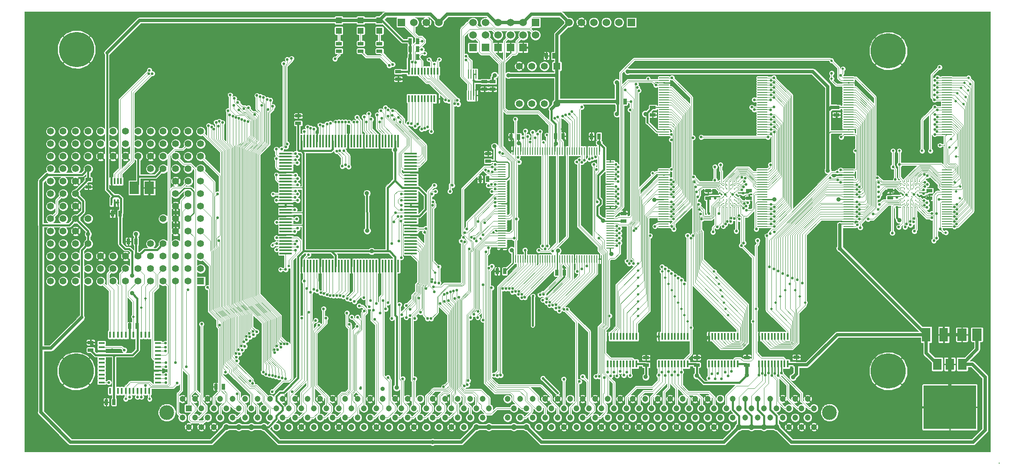
<source format=gtl>
G04 (created by PCBNEW (2013-07-07 BZR 4022)-stable) date 2015-08-26 18:09:03*
%MOIN*%
G04 Gerber Fmt 3.4, Leading zero omitted, Abs format*
%FSLAX34Y34*%
G01*
G70*
G90*
G04 APERTURE LIST*
%ADD10C,0.00590551*%
%ADD11C,0.0106299*%
%ADD12C,0.055*%
%ADD13R,0.055X0.055*%
%ADD14R,0.0098X0.075*%
%ADD15R,0.0165X0.0579*%
%ADD16R,0.0787X0.0078*%
%ADD17R,0.06X0.01*%
%ADD18R,0.01X0.06*%
%ADD19R,0.07X0.11*%
%ADD20R,0.025X0.045*%
%ADD21R,0.045X0.025*%
%ADD22R,0.1X0.015*%
%ADD23R,0.015X0.1*%
%ADD24R,0.06X0.06*%
%ADD25C,0.06*%
%ADD26R,0.015X0.05*%
%ADD27R,0.0472X0.0472*%
%ADD28R,0.42X0.35*%
%ADD29R,0.07X0.09*%
%ADD30R,0.0768X0.0984*%
%ADD31R,0.016X0.05*%
%ADD32R,0.05X0.016*%
%ADD33C,0.0472441*%
%ADD34R,0.0472441X0.0472441*%
%ADD35C,0.11811*%
%ADD36C,0.28189*%
%ADD37C,0.019685*%
%ADD38C,0.0216535*%
%ADD39C,0.0354331*%
%ADD40C,0.015*%
%ADD41C,0.00984252*%
%ADD42C,0.00787402*%
%ADD43C,0.0275591*%
%ADD44C,0.00393701*%
%ADD45C,0.01*%
%ADD46C,0.0025*%
G04 APERTURE END LIST*
G54D10*
G54D11*
X84178Y-24761D03*
X83882Y-24761D03*
X83587Y-24761D03*
X83292Y-24761D03*
X82997Y-24761D03*
X82701Y-24761D03*
X84178Y-25056D03*
X83882Y-25056D03*
X83587Y-25056D03*
X83292Y-25056D03*
X82997Y-25056D03*
X82701Y-25056D03*
X84178Y-25352D03*
X84178Y-25647D03*
X84178Y-25942D03*
X84178Y-26237D03*
X84178Y-26533D03*
X84178Y-26828D03*
X83882Y-25352D03*
X83587Y-25352D03*
X83292Y-25352D03*
X82997Y-25352D03*
X82701Y-25352D03*
X83882Y-25647D03*
X83587Y-25647D03*
X83292Y-25647D03*
X82997Y-25647D03*
X82701Y-25647D03*
X83882Y-25942D03*
X83587Y-25942D03*
X83292Y-25942D03*
X82997Y-25942D03*
X82701Y-25942D03*
X83882Y-26237D03*
X83587Y-26237D03*
X83292Y-26237D03*
X82997Y-26237D03*
X82701Y-26237D03*
X83882Y-26533D03*
X83587Y-26533D03*
X83292Y-26533D03*
X82997Y-26533D03*
X82701Y-26533D03*
X83882Y-26828D03*
X83587Y-26828D03*
X83292Y-26828D03*
X82997Y-26828D03*
X82701Y-26828D03*
X69685Y-24751D03*
X69389Y-24751D03*
X69094Y-24751D03*
X68799Y-24751D03*
X68504Y-24751D03*
X68208Y-24751D03*
X69685Y-25046D03*
X69389Y-25046D03*
X69094Y-25046D03*
X68799Y-25046D03*
X68504Y-25046D03*
X68208Y-25046D03*
X69685Y-25342D03*
X69685Y-25637D03*
X69685Y-25932D03*
X69685Y-26227D03*
X69685Y-26523D03*
X69685Y-26818D03*
X69389Y-25342D03*
X69094Y-25342D03*
X68799Y-25342D03*
X68504Y-25342D03*
X68208Y-25342D03*
X69389Y-25637D03*
X69094Y-25637D03*
X68799Y-25637D03*
X68504Y-25637D03*
X68208Y-25637D03*
X69389Y-25932D03*
X69094Y-25932D03*
X68799Y-25932D03*
X68504Y-25932D03*
X68208Y-25932D03*
X69389Y-26227D03*
X69094Y-26227D03*
X68799Y-26227D03*
X68504Y-26227D03*
X68208Y-26227D03*
X69389Y-26523D03*
X69094Y-26523D03*
X68799Y-26523D03*
X68504Y-26523D03*
X68208Y-26523D03*
X69389Y-26818D03*
X69094Y-26818D03*
X68799Y-26818D03*
X68504Y-26818D03*
X68208Y-26818D03*
G54D12*
X26702Y-20728D03*
X25702Y-20728D03*
X24702Y-20728D03*
X26702Y-21728D03*
X25702Y-21728D03*
X24702Y-21728D03*
X26702Y-22728D03*
X25702Y-22728D03*
X24702Y-22728D03*
X26702Y-23728D03*
X25702Y-23728D03*
X24702Y-23728D03*
X26702Y-24728D03*
X25702Y-24728D03*
X24702Y-24728D03*
X26702Y-25728D03*
X25702Y-25728D03*
X24702Y-25728D03*
X26702Y-26728D03*
X25702Y-26728D03*
X24702Y-26728D03*
X26702Y-27728D03*
X25702Y-27728D03*
X24702Y-27728D03*
X26702Y-28728D03*
X25702Y-28728D03*
X24702Y-28728D03*
X26702Y-29728D03*
X25702Y-29728D03*
X24702Y-29728D03*
X26702Y-30728D03*
X25702Y-30728D03*
X24702Y-30728D03*
X23702Y-30728D03*
X22702Y-30728D03*
X21702Y-30728D03*
X20702Y-30728D03*
X19702Y-30728D03*
X18702Y-30728D03*
X17702Y-30728D03*
X16702Y-30728D03*
X15702Y-30728D03*
X14702Y-30728D03*
X26702Y-31728D03*
X25702Y-31728D03*
X24702Y-31728D03*
X23702Y-31728D03*
X22702Y-31728D03*
X21702Y-31728D03*
X20702Y-31728D03*
X19702Y-31728D03*
X18702Y-31728D03*
X17702Y-31728D03*
X16702Y-31728D03*
X15702Y-31728D03*
X14702Y-31728D03*
G54D13*
X26702Y-32728D03*
G54D12*
X25702Y-32728D03*
X24702Y-32728D03*
X23702Y-32728D03*
X22702Y-32728D03*
X21702Y-32728D03*
X20702Y-32728D03*
X19702Y-32728D03*
X18702Y-32728D03*
X17702Y-32728D03*
X16702Y-32728D03*
X15702Y-32728D03*
X14702Y-32728D03*
X23702Y-20728D03*
X22702Y-20728D03*
X21702Y-20728D03*
X20702Y-20728D03*
X19702Y-20728D03*
X18702Y-20728D03*
X17702Y-20728D03*
X16702Y-20728D03*
X15702Y-20728D03*
X14702Y-20728D03*
X23702Y-21728D03*
X22702Y-21728D03*
X21702Y-21728D03*
X20702Y-21728D03*
X19702Y-21728D03*
X18702Y-21728D03*
X17702Y-21728D03*
X16702Y-21728D03*
X15702Y-21728D03*
X14702Y-21728D03*
X23702Y-22728D03*
X22702Y-22728D03*
X21702Y-22728D03*
X20702Y-22728D03*
X19702Y-22728D03*
X18702Y-22728D03*
X17702Y-22728D03*
X16702Y-22728D03*
X15702Y-22728D03*
X14702Y-22728D03*
X16702Y-23728D03*
X15702Y-23728D03*
X14702Y-23728D03*
X16702Y-24728D03*
X15702Y-24728D03*
X14702Y-24728D03*
X16702Y-25728D03*
X15702Y-25728D03*
X14702Y-25728D03*
X16702Y-26728D03*
X15702Y-26728D03*
X14702Y-26728D03*
X16702Y-27728D03*
X15702Y-27728D03*
X14702Y-27728D03*
X16702Y-28728D03*
X15702Y-28728D03*
X14702Y-28728D03*
X16702Y-29728D03*
X15702Y-29728D03*
X14702Y-29728D03*
X23702Y-29728D03*
X23702Y-23728D03*
X17702Y-23728D03*
X17702Y-29728D03*
X22702Y-29728D03*
X22702Y-23728D03*
X23702Y-27728D03*
X17702Y-27728D03*
G54D14*
X48122Y-17856D03*
X48322Y-17856D03*
X48522Y-17856D03*
X48722Y-17856D03*
X48722Y-16156D03*
X48522Y-16156D03*
X48322Y-16156D03*
X48122Y-16156D03*
G54D15*
X60528Y-37148D03*
X60272Y-37148D03*
X60016Y-37148D03*
X59760Y-37148D03*
X61292Y-39350D03*
X61296Y-37148D03*
X61040Y-37148D03*
X60784Y-37148D03*
X59504Y-39352D03*
X59760Y-39352D03*
X60016Y-39352D03*
X60272Y-39352D03*
X60528Y-39352D03*
X60784Y-39352D03*
X59504Y-37148D03*
X61040Y-39350D03*
X61552Y-37148D03*
X59248Y-37148D03*
X59248Y-39352D03*
X61552Y-39352D03*
X68631Y-37146D03*
X68375Y-37146D03*
X68119Y-37146D03*
X67863Y-37146D03*
X69395Y-39348D03*
X69399Y-37146D03*
X69143Y-37146D03*
X68887Y-37146D03*
X67607Y-39350D03*
X67863Y-39350D03*
X68119Y-39350D03*
X68375Y-39350D03*
X68631Y-39350D03*
X68887Y-39350D03*
X67607Y-37146D03*
X69143Y-39348D03*
X69655Y-37146D03*
X67351Y-37146D03*
X67351Y-39350D03*
X69655Y-39350D03*
X64628Y-37148D03*
X64372Y-37148D03*
X64116Y-37148D03*
X63860Y-37148D03*
X65392Y-39350D03*
X65396Y-37148D03*
X65140Y-37148D03*
X64884Y-37148D03*
X63604Y-39352D03*
X63860Y-39352D03*
X64116Y-39352D03*
X64372Y-39352D03*
X64628Y-39352D03*
X64884Y-39352D03*
X63604Y-37148D03*
X65140Y-39350D03*
X65652Y-37148D03*
X63348Y-37148D03*
X63348Y-39352D03*
X65652Y-39352D03*
X72628Y-37146D03*
X72372Y-37146D03*
X72116Y-37146D03*
X71860Y-37146D03*
X73392Y-39348D03*
X73396Y-37146D03*
X73140Y-37146D03*
X72884Y-37146D03*
X71604Y-39350D03*
X71860Y-39350D03*
X72116Y-39350D03*
X72372Y-39350D03*
X72628Y-39350D03*
X72884Y-39350D03*
X71604Y-37146D03*
X73140Y-39348D03*
X73652Y-37146D03*
X71348Y-37146D03*
X71348Y-39350D03*
X73652Y-39350D03*
X44372Y-18102D03*
X44628Y-18102D03*
X44884Y-18102D03*
X45140Y-18102D03*
X43608Y-15900D03*
X43604Y-18102D03*
X43860Y-18102D03*
X44116Y-18102D03*
X45396Y-15898D03*
X45140Y-15898D03*
X44884Y-15898D03*
X44628Y-15898D03*
X44372Y-15898D03*
X44116Y-15898D03*
X45396Y-18102D03*
X43860Y-15900D03*
X43348Y-18102D03*
X45652Y-18102D03*
X45652Y-15898D03*
X43348Y-15898D03*
G54D16*
X86381Y-20965D03*
X86381Y-20768D03*
X86381Y-20572D03*
X86381Y-20375D03*
X86381Y-20178D03*
X86381Y-19981D03*
X86381Y-19784D03*
X86381Y-19587D03*
X86381Y-19390D03*
X86381Y-19194D03*
X86381Y-18997D03*
X86381Y-18800D03*
X86381Y-18604D03*
X86381Y-18407D03*
X86381Y-18210D03*
X86381Y-18014D03*
X86381Y-17817D03*
X86381Y-17620D03*
X86381Y-17423D03*
X86381Y-17226D03*
X86381Y-17029D03*
X86381Y-16832D03*
X86381Y-16636D03*
X86381Y-16439D03*
X78507Y-16439D03*
X78507Y-16636D03*
X78507Y-16832D03*
X78507Y-17029D03*
X78507Y-17226D03*
X78507Y-17423D03*
X78507Y-17620D03*
X78507Y-17817D03*
X78507Y-18014D03*
X78507Y-18210D03*
X78507Y-18407D03*
X78507Y-18604D03*
X78507Y-18800D03*
X78507Y-18997D03*
X78507Y-19194D03*
X78507Y-19390D03*
X78507Y-19587D03*
X78507Y-19784D03*
X78507Y-19981D03*
X78507Y-20178D03*
X78507Y-20375D03*
X78507Y-20572D03*
X78507Y-20768D03*
X78507Y-20965D03*
X71627Y-20963D03*
X71627Y-20766D03*
X71627Y-20570D03*
X71627Y-20373D03*
X71627Y-20176D03*
X71627Y-19979D03*
X71627Y-19782D03*
X71627Y-19585D03*
X71627Y-19388D03*
X71627Y-19192D03*
X71627Y-18995D03*
X71627Y-18798D03*
X71627Y-18602D03*
X71627Y-18405D03*
X71627Y-18208D03*
X71627Y-18012D03*
X71627Y-17815D03*
X71627Y-17618D03*
X71627Y-17421D03*
X71627Y-17224D03*
X71627Y-17027D03*
X71627Y-16830D03*
X71627Y-16634D03*
X71627Y-16437D03*
X63753Y-16437D03*
X63753Y-16634D03*
X63753Y-16830D03*
X63753Y-17027D03*
X63753Y-17224D03*
X63753Y-17421D03*
X63753Y-17618D03*
X63753Y-17815D03*
X63753Y-18012D03*
X63753Y-18208D03*
X63753Y-18405D03*
X63753Y-18602D03*
X63753Y-18798D03*
X63753Y-18995D03*
X63753Y-19192D03*
X63753Y-19388D03*
X63753Y-19585D03*
X63753Y-19782D03*
X63753Y-19979D03*
X63753Y-20176D03*
X63753Y-20373D03*
X63753Y-20570D03*
X63753Y-20766D03*
X63753Y-20963D03*
X71609Y-28340D03*
X71609Y-28143D03*
X71609Y-27947D03*
X71609Y-27750D03*
X71609Y-27553D03*
X71609Y-27356D03*
X71609Y-27159D03*
X71609Y-26962D03*
X71609Y-26765D03*
X71609Y-26569D03*
X71609Y-26372D03*
X71609Y-26175D03*
X71609Y-25979D03*
X71609Y-25782D03*
X71609Y-25585D03*
X71609Y-25389D03*
X71609Y-25192D03*
X71609Y-24995D03*
X71609Y-24798D03*
X71609Y-24601D03*
X71609Y-24404D03*
X71609Y-24207D03*
X71609Y-24011D03*
X71609Y-23814D03*
X63735Y-23814D03*
X63735Y-24011D03*
X63735Y-24207D03*
X63735Y-24404D03*
X63735Y-24601D03*
X63735Y-24798D03*
X63735Y-24995D03*
X63735Y-25192D03*
X63735Y-25389D03*
X63735Y-25585D03*
X63735Y-25782D03*
X63735Y-25979D03*
X63735Y-26175D03*
X63735Y-26372D03*
X63735Y-26569D03*
X63735Y-26765D03*
X63735Y-26962D03*
X63735Y-27159D03*
X63735Y-27356D03*
X63735Y-27553D03*
X63735Y-27750D03*
X63735Y-27947D03*
X63735Y-28143D03*
X63735Y-28340D03*
X86381Y-28344D03*
X86381Y-28147D03*
X86381Y-27951D03*
X86381Y-27754D03*
X86381Y-27557D03*
X86381Y-27360D03*
X86381Y-27163D03*
X86381Y-26966D03*
X86381Y-26769D03*
X86381Y-26573D03*
X86381Y-26376D03*
X86381Y-26179D03*
X86381Y-25983D03*
X86381Y-25786D03*
X86381Y-25589D03*
X86381Y-25393D03*
X86381Y-25196D03*
X86381Y-24999D03*
X86381Y-24802D03*
X86381Y-24605D03*
X86381Y-24408D03*
X86381Y-24211D03*
X86381Y-24015D03*
X86381Y-23818D03*
X78507Y-23818D03*
X78507Y-24015D03*
X78507Y-24211D03*
X78507Y-24408D03*
X78507Y-24605D03*
X78507Y-24802D03*
X78507Y-24999D03*
X78507Y-25196D03*
X78507Y-25393D03*
X78507Y-25589D03*
X78507Y-25786D03*
X78507Y-25983D03*
X78507Y-26179D03*
X78507Y-26376D03*
X78507Y-26573D03*
X78507Y-26769D03*
X78507Y-26966D03*
X78507Y-27163D03*
X78507Y-27360D03*
X78507Y-27557D03*
X78507Y-27754D03*
X78507Y-27951D03*
X78507Y-28147D03*
X78507Y-28344D03*
G54D17*
X50800Y-23180D03*
X50800Y-23380D03*
X50800Y-23575D03*
X50800Y-23770D03*
X50800Y-23970D03*
X50800Y-24165D03*
X50800Y-24360D03*
X50800Y-24560D03*
X50800Y-24755D03*
X50800Y-24950D03*
X50800Y-25150D03*
X50800Y-25345D03*
X50800Y-25540D03*
X50800Y-25740D03*
X50800Y-25935D03*
X50800Y-26130D03*
X50800Y-26330D03*
X50800Y-26525D03*
X50800Y-26725D03*
X50800Y-26920D03*
X50800Y-27120D03*
X50800Y-27315D03*
X50800Y-27510D03*
X50800Y-27710D03*
X50800Y-27905D03*
X50800Y-28100D03*
X50800Y-28300D03*
X50800Y-28495D03*
X50800Y-28690D03*
X50800Y-28890D03*
X50800Y-29085D03*
X50800Y-29280D03*
X50800Y-29480D03*
X50800Y-29675D03*
X50800Y-29870D03*
X50800Y-30070D03*
G54D18*
X57390Y-30950D03*
X57585Y-30950D03*
X57780Y-30950D03*
X57980Y-30950D03*
X58175Y-30950D03*
X58370Y-30950D03*
X58570Y-30950D03*
X57585Y-22300D03*
X57390Y-22300D03*
X57190Y-22300D03*
X56995Y-22300D03*
X56800Y-22300D03*
X56600Y-22300D03*
X56405Y-22300D03*
X56210Y-22300D03*
X56010Y-22300D03*
X55815Y-22300D03*
X55620Y-22300D03*
X55420Y-22300D03*
X55225Y-22300D03*
X55025Y-22300D03*
X54830Y-22300D03*
X54630Y-22300D03*
X54435Y-22300D03*
X54240Y-22300D03*
X54040Y-22300D03*
X53845Y-22300D03*
X53650Y-22300D03*
X53450Y-22300D03*
X53255Y-22300D03*
X53060Y-22300D03*
X52860Y-22300D03*
X52665Y-22300D03*
X52470Y-22300D03*
X52270Y-22300D03*
X52075Y-22300D03*
X51880Y-22300D03*
X51680Y-22300D03*
X51680Y-30950D03*
X51880Y-30950D03*
X52075Y-30950D03*
X52270Y-30950D03*
X52470Y-30950D03*
X52665Y-30950D03*
X52860Y-30950D03*
X53060Y-30950D03*
X53255Y-30950D03*
X53450Y-30950D03*
X53650Y-30950D03*
X53845Y-30950D03*
X54040Y-30950D03*
X54240Y-30950D03*
X54435Y-30950D03*
X54630Y-30950D03*
X54830Y-30950D03*
X55025Y-30950D03*
X55225Y-30950D03*
X55420Y-30950D03*
X55620Y-30950D03*
X55815Y-30950D03*
X56010Y-30950D03*
X56210Y-30950D03*
X56405Y-30950D03*
X56600Y-30950D03*
X56800Y-30950D03*
X56995Y-30950D03*
X57190Y-30950D03*
G54D17*
X59450Y-29085D03*
X59450Y-28890D03*
X59450Y-28690D03*
X59450Y-28495D03*
X59450Y-28300D03*
X59450Y-28100D03*
X59450Y-27905D03*
X59450Y-27710D03*
X59450Y-27510D03*
X59450Y-27315D03*
X59450Y-27120D03*
X59450Y-26920D03*
X59450Y-26725D03*
X59450Y-26525D03*
X59450Y-26330D03*
X59450Y-26130D03*
X59450Y-25935D03*
X59450Y-25740D03*
X59450Y-25540D03*
X59450Y-25345D03*
X59450Y-25150D03*
X59450Y-24950D03*
X59450Y-24755D03*
X59450Y-24560D03*
X59450Y-24360D03*
X59450Y-24165D03*
X59450Y-23970D03*
X59450Y-23770D03*
X59450Y-23575D03*
X59450Y-23380D03*
X59450Y-23180D03*
X59450Y-30070D03*
X59450Y-29870D03*
X59450Y-29675D03*
X59450Y-29480D03*
X59450Y-29280D03*
G54D18*
X58570Y-22300D03*
X58370Y-22300D03*
X58175Y-22300D03*
X57980Y-22300D03*
X57780Y-22300D03*
G54D19*
X86133Y-37007D03*
X84733Y-37007D03*
G54D20*
X54946Y-14686D03*
X54346Y-14686D03*
G54D21*
X42500Y-16550D03*
X42500Y-15950D03*
X50050Y-16750D03*
X50050Y-17350D03*
G54D20*
X19651Y-27313D03*
X20251Y-27313D03*
G54D21*
X49400Y-16750D03*
X49400Y-17350D03*
X77553Y-18810D03*
X77553Y-19410D03*
X62865Y-18812D03*
X62865Y-19412D03*
X60520Y-27900D03*
X60520Y-27300D03*
G54D20*
X55075Y-21125D03*
X55675Y-21125D03*
G54D21*
X34500Y-20090D03*
X34500Y-19490D03*
X62330Y-39450D03*
X62330Y-38850D03*
X70400Y-39430D03*
X70400Y-38830D03*
X74350Y-39420D03*
X74350Y-38820D03*
X66380Y-39430D03*
X66380Y-38830D03*
G54D20*
X55170Y-32030D03*
X55770Y-32030D03*
X49644Y-24552D03*
X49044Y-24552D03*
X27930Y-41170D03*
X28530Y-41170D03*
X60040Y-18340D03*
X60640Y-18340D03*
X44050Y-14774D03*
X43450Y-14774D03*
G54D21*
X41000Y-14300D03*
X41000Y-13700D03*
X39500Y-14300D03*
X39500Y-13700D03*
X37750Y-14300D03*
X37750Y-13700D03*
G54D20*
X43450Y-13500D03*
X44050Y-13500D03*
X43450Y-14140D03*
X44050Y-14140D03*
G54D22*
X33500Y-26500D03*
X33500Y-26750D03*
X33500Y-27000D03*
X33500Y-27250D03*
X33500Y-27500D03*
X33500Y-27750D03*
X33500Y-28000D03*
X33500Y-28250D03*
X33500Y-28500D03*
X33500Y-28750D03*
X33500Y-29000D03*
X33500Y-29250D03*
X33500Y-29500D03*
X33500Y-29750D03*
X33500Y-30000D03*
X33500Y-30250D03*
X33500Y-30500D03*
G54D23*
X34500Y-31500D03*
X34750Y-31500D03*
X35000Y-31500D03*
X35250Y-31500D03*
X35500Y-31500D03*
X35750Y-31500D03*
X36000Y-31500D03*
X36250Y-31500D03*
X36500Y-31500D03*
X36750Y-31500D03*
X37000Y-31500D03*
X37250Y-31500D03*
X37500Y-31500D03*
X37750Y-31500D03*
X38000Y-31500D03*
X38250Y-31500D03*
X38500Y-31500D03*
X38750Y-31500D03*
X39000Y-31500D03*
X39250Y-31500D03*
X39500Y-31500D03*
X39750Y-31500D03*
X40000Y-31500D03*
X40250Y-31500D03*
X40500Y-31500D03*
X40750Y-31500D03*
X41000Y-31500D03*
X41250Y-31500D03*
X41500Y-31500D03*
X41750Y-31500D03*
X42000Y-31500D03*
X42250Y-31500D03*
X42500Y-31500D03*
X42500Y-21500D03*
X42250Y-21500D03*
X42000Y-21500D03*
X41750Y-21500D03*
X41500Y-21500D03*
X41250Y-21500D03*
X41000Y-21500D03*
X40750Y-21500D03*
X40500Y-21500D03*
X40250Y-21500D03*
X40000Y-21500D03*
X39750Y-21500D03*
X39500Y-21500D03*
X39250Y-21500D03*
X39000Y-21500D03*
X38750Y-21500D03*
X38500Y-21500D03*
X38250Y-21500D03*
X38000Y-21500D03*
X37750Y-21500D03*
X37500Y-21500D03*
X37250Y-21500D03*
X37000Y-21500D03*
X36750Y-21500D03*
X36500Y-21500D03*
X36250Y-21500D03*
X36000Y-21500D03*
X35750Y-21500D03*
X35500Y-21500D03*
X35250Y-21500D03*
X35000Y-21500D03*
X34750Y-21500D03*
X34500Y-21500D03*
G54D22*
X33500Y-22500D03*
X33500Y-22750D03*
X33500Y-23000D03*
X33500Y-23250D03*
X33500Y-23500D03*
X33500Y-23750D03*
X33500Y-24000D03*
X33500Y-24250D03*
X33500Y-24500D03*
X33500Y-24750D03*
X33500Y-25000D03*
X33500Y-25250D03*
X33500Y-25500D03*
X33500Y-25750D03*
X33500Y-26000D03*
X33500Y-26250D03*
X43500Y-30500D03*
X43500Y-30250D03*
X43500Y-30000D03*
X43500Y-29750D03*
X43500Y-29500D03*
X43500Y-29250D03*
X43500Y-29000D03*
X43500Y-28750D03*
X43500Y-28500D03*
X43500Y-28250D03*
X43500Y-28000D03*
X43500Y-27750D03*
X43500Y-27500D03*
X43500Y-27250D03*
X43500Y-27000D03*
X43500Y-26750D03*
X43500Y-26500D03*
X43500Y-26250D03*
X43500Y-25750D03*
X43500Y-25500D03*
X43500Y-25250D03*
X43500Y-25000D03*
X43500Y-24750D03*
X43500Y-24500D03*
X43500Y-24250D03*
X43500Y-24000D03*
X43500Y-23750D03*
X43500Y-23500D03*
X43500Y-23250D03*
X43500Y-23000D03*
X43500Y-22750D03*
X43500Y-22500D03*
X43500Y-26000D03*
G54D24*
X42750Y-12000D03*
G54D25*
X43750Y-12000D03*
X44750Y-12000D03*
X45750Y-12000D03*
G54D24*
X48480Y-14020D03*
G54D25*
X48480Y-13020D03*
X48480Y-12020D03*
G54D24*
X49480Y-14020D03*
G54D25*
X49480Y-13020D03*
X49480Y-12020D03*
G54D24*
X50480Y-14020D03*
G54D25*
X50480Y-13020D03*
X50480Y-12020D03*
G54D24*
X53480Y-12020D03*
G54D25*
X53480Y-13020D03*
G54D24*
X61152Y-12012D03*
G54D25*
X60152Y-12012D03*
X59152Y-12012D03*
X58152Y-12012D03*
X57152Y-12012D03*
X56152Y-12012D03*
G54D26*
X20335Y-24713D03*
X20079Y-24713D03*
X19823Y-24713D03*
X19567Y-24713D03*
X19567Y-26413D03*
X19823Y-26413D03*
X20079Y-26413D03*
X20335Y-26413D03*
G54D27*
X37750Y-11837D03*
X37750Y-12663D03*
X41000Y-11837D03*
X41000Y-12663D03*
X39500Y-11837D03*
X39500Y-12663D03*
G54D28*
X86614Y-42820D03*
G54D29*
X86614Y-39370D03*
X87614Y-39370D03*
X85614Y-39370D03*
G54D13*
X55190Y-15510D03*
G54D12*
X54190Y-15510D03*
X53190Y-15510D03*
X52190Y-15510D03*
X52190Y-18510D03*
X53190Y-18510D03*
X54190Y-18510D03*
X55190Y-18510D03*
G54D30*
X88788Y-37007D03*
X87588Y-37007D03*
G54D21*
X70566Y-25464D03*
X70566Y-26064D03*
X81840Y-26062D03*
X81840Y-25462D03*
X67290Y-26076D03*
X67290Y-25476D03*
X84987Y-25481D03*
X84987Y-26081D03*
X17710Y-24590D03*
X17710Y-25190D03*
G54D20*
X21531Y-29543D03*
X20931Y-29543D03*
G54D30*
X21400Y-25250D03*
X22600Y-25250D03*
G54D24*
X51480Y-14020D03*
G54D25*
X51480Y-13020D03*
X51480Y-12020D03*
G54D24*
X52490Y-14020D03*
G54D25*
X52490Y-13020D03*
X52490Y-12020D03*
G54D31*
X21020Y-41510D03*
X21335Y-41510D03*
X21650Y-41510D03*
X21965Y-41510D03*
X22280Y-41510D03*
X22595Y-41510D03*
X20705Y-41510D03*
X20390Y-41510D03*
X20075Y-41510D03*
X19760Y-41510D03*
X19445Y-41510D03*
X21020Y-37010D03*
X21335Y-37010D03*
X21650Y-37010D03*
X21965Y-37010D03*
X22280Y-37010D03*
X22595Y-37010D03*
X20705Y-37010D03*
X20390Y-37010D03*
X20075Y-37010D03*
X19760Y-37010D03*
X19445Y-37010D03*
G54D32*
X23270Y-39260D03*
X18770Y-39260D03*
X23270Y-38945D03*
X18770Y-38945D03*
X18770Y-38630D03*
X23270Y-38630D03*
X23270Y-38315D03*
X18770Y-38315D03*
X18770Y-38000D03*
X23270Y-38000D03*
X23270Y-37685D03*
X18770Y-37685D03*
X18770Y-39575D03*
X23270Y-39575D03*
X23270Y-39890D03*
X18770Y-39890D03*
X18770Y-40205D03*
X23270Y-40205D03*
X23270Y-40520D03*
X18770Y-40520D03*
X18770Y-40835D03*
X23270Y-40835D03*
G54D20*
X21627Y-36318D03*
X21027Y-36318D03*
G54D21*
X17901Y-38231D03*
X17901Y-37631D03*
G54D20*
X19758Y-42404D03*
X19158Y-42404D03*
G54D33*
X51750Y-44400D03*
X51750Y-42900D03*
X51250Y-43650D03*
X51250Y-42150D03*
X52250Y-42150D03*
X52250Y-43650D03*
X52750Y-42900D03*
X52750Y-44400D03*
X54750Y-44400D03*
X54750Y-42900D03*
X54250Y-43650D03*
X54250Y-42150D03*
X53250Y-42150D03*
X53250Y-43650D03*
X53750Y-42900D03*
X53750Y-44400D03*
X57750Y-44400D03*
X57750Y-42900D03*
X57250Y-43650D03*
X57250Y-42150D03*
X58250Y-42150D03*
X58250Y-43650D03*
X58750Y-42900D03*
X58750Y-44400D03*
X56750Y-44400D03*
X56750Y-42900D03*
X56250Y-43650D03*
X56250Y-42150D03*
X55250Y-42150D03*
X55250Y-43650D03*
X55750Y-42900D03*
X55750Y-44400D03*
X63750Y-44400D03*
X63750Y-42900D03*
X63250Y-43650D03*
X63250Y-42150D03*
X64250Y-42150D03*
X64250Y-43650D03*
X64750Y-42900D03*
X64750Y-44400D03*
X66750Y-44400D03*
X66750Y-42900D03*
X66250Y-43650D03*
X66250Y-42150D03*
X65250Y-42150D03*
X65250Y-43650D03*
X65750Y-42900D03*
X65750Y-44400D03*
X61750Y-44400D03*
X61750Y-42900D03*
X61250Y-43650D03*
X61250Y-42150D03*
X62250Y-42150D03*
X62250Y-43650D03*
X62750Y-42900D03*
X62750Y-44400D03*
X60750Y-44400D03*
X60750Y-42900D03*
X60250Y-43650D03*
X60250Y-42150D03*
X59250Y-42150D03*
X59250Y-43650D03*
X59750Y-42900D03*
X59750Y-44400D03*
X68750Y-44400D03*
X68750Y-42900D03*
X68250Y-43650D03*
X68250Y-42150D03*
X69250Y-42150D03*
X69250Y-43650D03*
X69750Y-42900D03*
X69750Y-44400D03*
X71750Y-44400D03*
X71750Y-42900D03*
X71250Y-43650D03*
X71250Y-42150D03*
X70250Y-42150D03*
X70250Y-43650D03*
X70750Y-42900D03*
X70750Y-44400D03*
X74750Y-44400D03*
X74750Y-42900D03*
X74250Y-43650D03*
X74250Y-42150D03*
X75250Y-42150D03*
X75250Y-43650D03*
X75750Y-42900D03*
X75750Y-44400D03*
X73750Y-44400D03*
X73750Y-42900D03*
X73250Y-43650D03*
X73250Y-42150D03*
X72250Y-42150D03*
X72250Y-43650D03*
X72750Y-42900D03*
X72750Y-44400D03*
X67750Y-44400D03*
X67750Y-42900D03*
X67250Y-43650D03*
X67250Y-42150D03*
X41250Y-42150D03*
X41250Y-43650D03*
X41750Y-42900D03*
X41750Y-44400D03*
X46750Y-44400D03*
X46750Y-42900D03*
X46250Y-43650D03*
X46250Y-42150D03*
X47250Y-42150D03*
X47250Y-43650D03*
X47750Y-42900D03*
X47750Y-44400D03*
X49750Y-44400D03*
X49750Y-42900D03*
X49250Y-43650D03*
X49250Y-42150D03*
X48250Y-42150D03*
X48250Y-43650D03*
X48750Y-42900D03*
X48750Y-44400D03*
X44750Y-44400D03*
X44750Y-42900D03*
X44250Y-43650D03*
X44250Y-42150D03*
X45250Y-42150D03*
X45250Y-43650D03*
X45750Y-42900D03*
X45750Y-44400D03*
X43750Y-44400D03*
X43750Y-42900D03*
X43250Y-43650D03*
X43250Y-42150D03*
X42250Y-42150D03*
X42250Y-43650D03*
X42750Y-42900D03*
X42750Y-44400D03*
X33750Y-44400D03*
X33750Y-42900D03*
X33250Y-43650D03*
X33250Y-42150D03*
X34250Y-42150D03*
X34250Y-43650D03*
X34750Y-42900D03*
X34750Y-44400D03*
X36750Y-44400D03*
X36750Y-42900D03*
X36250Y-43650D03*
X36250Y-42150D03*
X35250Y-42150D03*
X35250Y-43650D03*
X35750Y-42900D03*
X35750Y-44400D03*
X39750Y-44400D03*
X39750Y-42900D03*
X39250Y-43650D03*
X39250Y-42150D03*
X40250Y-42150D03*
X40250Y-43650D03*
X40750Y-42900D03*
X40750Y-44400D03*
X38750Y-44400D03*
X38750Y-42900D03*
X38250Y-43650D03*
X38250Y-42150D03*
X37250Y-42150D03*
X37250Y-43650D03*
X37750Y-42900D03*
X37750Y-44400D03*
X29750Y-44400D03*
X29750Y-42900D03*
X29250Y-43650D03*
X29250Y-42150D03*
X30250Y-42150D03*
X30250Y-43650D03*
X30750Y-42900D03*
X30750Y-44400D03*
X32750Y-44400D03*
X32750Y-42900D03*
X32250Y-43650D03*
X32250Y-42150D03*
X31250Y-42150D03*
X31250Y-43650D03*
X31750Y-42900D03*
X31750Y-44400D03*
X27750Y-44400D03*
X27750Y-42900D03*
X27250Y-43650D03*
X27250Y-42150D03*
X28250Y-42150D03*
X28250Y-43650D03*
X28750Y-42900D03*
X28750Y-44400D03*
X26750Y-44400D03*
X26750Y-42900D03*
X26250Y-43650D03*
X26250Y-42150D03*
X25250Y-42150D03*
X25250Y-43650D03*
G54D34*
X25750Y-42900D03*
G54D33*
X25750Y-44400D03*
G54D35*
X77000Y-43250D03*
X24000Y-43250D03*
G54D20*
X52134Y-21183D03*
X51534Y-21183D03*
X58557Y-21132D03*
X57957Y-21132D03*
X51022Y-31927D03*
X50422Y-31927D03*
G54D21*
X49676Y-23115D03*
X49676Y-22515D03*
G54D36*
X81697Y-39928D03*
X81697Y-14294D03*
X16772Y-14175D03*
X16737Y-39928D03*
G54D37*
X63603Y-31946D03*
X63860Y-32445D03*
X64120Y-32945D03*
X64370Y-33445D03*
X64625Y-33945D03*
X64885Y-34450D03*
X65140Y-34950D03*
X65395Y-35455D03*
X65650Y-35955D03*
X65910Y-36455D03*
X68890Y-35460D03*
X68695Y-34945D03*
X68550Y-34450D03*
X68420Y-33945D03*
X68290Y-33445D03*
X68155Y-32945D03*
X67960Y-32435D03*
X67760Y-31945D03*
X70880Y-35950D03*
X71105Y-34945D03*
X72350Y-34945D03*
X72700Y-34445D03*
X73060Y-33945D03*
X73450Y-33440D03*
X73835Y-32950D03*
X74265Y-33440D03*
X74620Y-33950D03*
X75040Y-34440D03*
X61690Y-31320D03*
X61690Y-31885D03*
X61690Y-32430D03*
X61690Y-33110D03*
X61690Y-33770D03*
X61690Y-34355D03*
X61690Y-34960D03*
X61690Y-35510D03*
X59395Y-35505D03*
X82580Y-22295D03*
X82075Y-22295D03*
X79060Y-22295D03*
X78060Y-15725D03*
X88110Y-16440D03*
X88265Y-16930D03*
X87785Y-16840D03*
X88075Y-17435D03*
X87505Y-17255D03*
X87875Y-17965D03*
X87220Y-17685D03*
X87715Y-18555D03*
X87100Y-18310D03*
X87110Y-25555D03*
X87440Y-25160D03*
X87030Y-24820D03*
X85825Y-21845D03*
X86710Y-21330D03*
X86585Y-22010D03*
X87135Y-22050D03*
X87135Y-22735D03*
X77165Y-16500D03*
X77155Y-15070D03*
X77620Y-23980D03*
X77045Y-24435D03*
X86300Y-28840D03*
X85060Y-22295D03*
X84400Y-22295D03*
X85795Y-15595D03*
X62490Y-16520D03*
X62850Y-24090D03*
X44605Y-14485D03*
X44960Y-14980D03*
X45390Y-15330D03*
X45780Y-14980D03*
X50110Y-28815D03*
X49075Y-29315D03*
X33745Y-31515D03*
X33100Y-31790D03*
X54115Y-21605D03*
X54390Y-21015D03*
X45205Y-32580D03*
X45450Y-32055D03*
X45730Y-31575D03*
X21330Y-35565D03*
X21960Y-34845D03*
X22275Y-34105D03*
X22615Y-42155D03*
X20705Y-42155D03*
X32450Y-29850D03*
X32485Y-25755D03*
X87425Y-26095D03*
G54D38*
X53280Y-33920D03*
X54080Y-40500D03*
X39480Y-41300D03*
G54D39*
X41260Y-41360D03*
X21204Y-33675D03*
X21203Y-32284D03*
X50200Y-21920D03*
X76865Y-23882D03*
X59990Y-16814D03*
X60858Y-15932D03*
X50211Y-16236D03*
X51323Y-16236D03*
X72594Y-26177D03*
X77823Y-30097D03*
X66380Y-40295D03*
X62295Y-40395D03*
X70400Y-40250D03*
X74070Y-40420D03*
X82572Y-27832D03*
X59999Y-19332D03*
X62280Y-19332D03*
X40019Y-28679D03*
X40002Y-25692D03*
X58869Y-27867D03*
X59558Y-30555D03*
X51591Y-30249D03*
X55278Y-30294D03*
X58568Y-21654D03*
X55130Y-21704D03*
X52164Y-21686D03*
G54D38*
X52646Y-30249D03*
X77824Y-28206D03*
G54D39*
X77733Y-26177D03*
G54D38*
X85758Y-26180D03*
X84528Y-25704D03*
X70086Y-25694D03*
X67836Y-26094D03*
X82380Y-26020D03*
X82380Y-26820D03*
X67350Y-27297D03*
X68151Y-27297D03*
X63034Y-28330D03*
G54D39*
X62990Y-26215D03*
X42377Y-41252D03*
X45250Y-45610D03*
X40380Y-30324D03*
X42250Y-22217D03*
X21533Y-28958D03*
X17702Y-28960D03*
G54D38*
X45384Y-25060D03*
X44710Y-33320D03*
X46830Y-25062D03*
X35169Y-33327D03*
X49722Y-25068D03*
X46640Y-25540D03*
X49992Y-25540D03*
X45472Y-25540D03*
X45370Y-33595D03*
X35486Y-33610D03*
X35892Y-35874D03*
X55382Y-34847D03*
X41994Y-35700D03*
X36531Y-34947D03*
X54124Y-33782D03*
X41670Y-34443D03*
X54630Y-34398D03*
X38394Y-35272D03*
X41502Y-34953D03*
X38775Y-35604D03*
X55130Y-34622D03*
X41049Y-35268D03*
X54066Y-34234D03*
X39382Y-34699D03*
X40747Y-34524D03*
X54600Y-34672D03*
X40512Y-35030D03*
X52634Y-34013D03*
X40293Y-34277D03*
X41279Y-34281D03*
X54381Y-34160D03*
X42593Y-34610D03*
X40176Y-34776D03*
X52130Y-33791D03*
X44148Y-34082D03*
X39744Y-34035D03*
X53836Y-33820D03*
X45859Y-34516D03*
X39002Y-34358D03*
X44847Y-35717D03*
X36147Y-36249D03*
X48000Y-28550D03*
X44712Y-28500D03*
X52376Y-34032D03*
X46190Y-34354D03*
X38676Y-34197D03*
X46534Y-34272D03*
X52390Y-33774D03*
X38430Y-34124D03*
X47006Y-34106D03*
X52148Y-33534D03*
X38115Y-33960D03*
X47344Y-34026D03*
X51891Y-33552D03*
X37854Y-33888D03*
X37589Y-33881D03*
X37323Y-33881D03*
X37065Y-33873D03*
X46174Y-33766D03*
X51624Y-33582D03*
X36816Y-33798D03*
X46432Y-33688D03*
X51638Y-33320D03*
X36568Y-33716D03*
X46678Y-33594D03*
X51380Y-33321D03*
X36316Y-33652D03*
X36706Y-35688D03*
X44285Y-35222D03*
X47830Y-28850D03*
X44610Y-28800D03*
X23927Y-39258D03*
X24687Y-39254D03*
X46928Y-33514D03*
X51120Y-33318D03*
X36012Y-33480D03*
X23927Y-39569D03*
X25560Y-39573D03*
X25700Y-33402D03*
X47175Y-33438D03*
X50862Y-33326D03*
X35763Y-33396D03*
X38574Y-36186D03*
X55370Y-35103D03*
X43818Y-35709D03*
X39246Y-35613D03*
X55110Y-34880D03*
X43461Y-35465D03*
X54862Y-34652D03*
X43462Y-34968D03*
X39777Y-35118D03*
X40621Y-35784D03*
X48546Y-35375D03*
X43148Y-35636D03*
X48898Y-35134D03*
X34784Y-35678D03*
X42777Y-35415D03*
X35342Y-35198D03*
X54364Y-34420D03*
X43137Y-34674D03*
X82530Y-28388D03*
X79218Y-28218D03*
X64392Y-28330D03*
X68012Y-28370D03*
X66069Y-21234D03*
X58272Y-22792D03*
X77890Y-16248D03*
X64386Y-16436D03*
X83044Y-28388D03*
X68502Y-28340D03*
X72585Y-28340D03*
X57780Y-22956D03*
X72548Y-16436D03*
X85624Y-16436D03*
X86986Y-28344D03*
X60084Y-25344D03*
X85596Y-19978D03*
X72570Y-19978D03*
X59904Y-25540D03*
X85408Y-20182D03*
X72318Y-20174D03*
X60088Y-25738D03*
X85590Y-20380D03*
X72580Y-20370D03*
X59908Y-25936D03*
X85410Y-20570D03*
X72320Y-20580D03*
X60090Y-26128D03*
X85590Y-20760D03*
X72586Y-20776D03*
X59910Y-26332D03*
X85410Y-20970D03*
X72330Y-20956D03*
X80814Y-24459D03*
X64360Y-23765D03*
X66111Y-24387D03*
X77880Y-23818D03*
X64366Y-20980D03*
X66725Y-21190D03*
X64348Y-21404D03*
X58024Y-22870D03*
X72072Y-21190D03*
X77932Y-21190D03*
X87170Y-26966D03*
X83736Y-25796D03*
X69242Y-25785D03*
X72325Y-26960D03*
X59910Y-24166D03*
X85400Y-17816D03*
X72304Y-17816D03*
X84820Y-24292D03*
X86976Y-26770D03*
X72590Y-26765D03*
X70247Y-24490D03*
X60090Y-24360D03*
X72562Y-18012D03*
X85604Y-18012D03*
X87172Y-26574D03*
X84588Y-24180D03*
X72325Y-26570D03*
X69997Y-24410D03*
X59902Y-24562D03*
X85408Y-19390D03*
X72304Y-19390D03*
X87166Y-28148D03*
X83166Y-28160D03*
X68677Y-28145D03*
X72325Y-28145D03*
X57390Y-23038D03*
X85408Y-16640D03*
X72304Y-16632D03*
X82584Y-23396D03*
X72270Y-23400D03*
X68270Y-23405D03*
X60090Y-26520D03*
X58406Y-26366D03*
X82076Y-23576D03*
X82260Y-24592D03*
X83145Y-25799D03*
X67828Y-23578D03*
X67828Y-24638D03*
X68655Y-25788D03*
X83466Y-28220D03*
X68822Y-27930D03*
X72585Y-27950D03*
X57190Y-23208D03*
X72556Y-16828D03*
X85610Y-16836D03*
X86984Y-27952D03*
X87168Y-27754D03*
X83460Y-27960D03*
X69082Y-27945D03*
X72325Y-27750D03*
X59904Y-23380D03*
X85400Y-17032D03*
X72304Y-17024D03*
X83722Y-27982D03*
X69112Y-27690D03*
X72585Y-27555D03*
X60090Y-23574D03*
X72562Y-17228D03*
X85610Y-17228D03*
X86982Y-27558D03*
X87170Y-27360D03*
X83758Y-27728D03*
X69372Y-27705D03*
X72325Y-27355D03*
X59910Y-23770D03*
X85400Y-17424D03*
X72304Y-17424D03*
X69772Y-27745D03*
X72585Y-27160D03*
X60090Y-23970D03*
X72556Y-17620D03*
X85610Y-17620D03*
X85170Y-27650D03*
X86978Y-27164D03*
X60082Y-24756D03*
X85604Y-19586D03*
X72562Y-19586D03*
X59904Y-25150D03*
X85408Y-19782D03*
X72310Y-19782D03*
X32610Y-38460D03*
X41478Y-18831D03*
X31194Y-17860D03*
X67350Y-40500D03*
X31576Y-18630D03*
X32595Y-38201D03*
X41674Y-19522D03*
X67600Y-40150D03*
X29750Y-19000D03*
X32190Y-40230D03*
X41006Y-19992D03*
X60550Y-40250D03*
X40828Y-19408D03*
X32450Y-40290D03*
X29388Y-18090D03*
X60250Y-39950D03*
X32700Y-40350D03*
X30165Y-18920D03*
X40317Y-19755D03*
X60000Y-40300D03*
X32960Y-40410D03*
X29668Y-18418D03*
X40144Y-19324D03*
X59750Y-40000D03*
X33220Y-40470D03*
X31015Y-19375D03*
X39948Y-19990D03*
X59500Y-40300D03*
X33480Y-40530D03*
X30515Y-18840D03*
X39778Y-19568D03*
X59250Y-40000D03*
X28900Y-19080D03*
X30160Y-37590D03*
X71348Y-40250D03*
X39210Y-19608D03*
X29030Y-19420D03*
X30355Y-37415D03*
X71604Y-40100D03*
X39220Y-19990D03*
X71850Y-40258D03*
X30345Y-37155D03*
X29270Y-19510D03*
X38960Y-19990D03*
X72116Y-40096D03*
X30620Y-37190D03*
X29510Y-19600D03*
X38550Y-19990D03*
X32858Y-38222D03*
X31462Y-17934D03*
X41676Y-19011D03*
X67850Y-40550D03*
X72372Y-40264D03*
X30585Y-36915D03*
X29750Y-19690D03*
X38290Y-19980D03*
X72628Y-40100D03*
X30930Y-37020D03*
X29990Y-19780D03*
X38030Y-19980D03*
X30900Y-36750D03*
X30230Y-19870D03*
X72878Y-40264D03*
X37760Y-19980D03*
X73140Y-40096D03*
X31170Y-36775D03*
X30480Y-19940D03*
X37500Y-19990D03*
X53841Y-20754D03*
X43293Y-20067D03*
X28440Y-20020D03*
X30230Y-37950D03*
X65140Y-40000D03*
X37070Y-20070D03*
X53649Y-20946D03*
X43560Y-20129D03*
X28190Y-19920D03*
X64884Y-40250D03*
X29950Y-37920D03*
X36820Y-20150D03*
X53452Y-21256D03*
X28110Y-20310D03*
X64628Y-39970D03*
X30010Y-38240D03*
X43860Y-20310D03*
X36500Y-20310D03*
X53256Y-20808D03*
X64372Y-40260D03*
X27940Y-20010D03*
X29730Y-38210D03*
X44062Y-20142D03*
X36250Y-20220D03*
X53060Y-21591D03*
X27760Y-20560D03*
X29790Y-38540D03*
X64116Y-39980D03*
X44370Y-20560D03*
X35750Y-20550D03*
X52853Y-21146D03*
X27570Y-20380D03*
X63860Y-40270D03*
X29510Y-38510D03*
X44620Y-20480D03*
X35500Y-20470D03*
X32784Y-37911D03*
X31704Y-18018D03*
X42057Y-19089D03*
X68050Y-40100D03*
X52668Y-20706D03*
X27330Y-20270D03*
X29545Y-38815D03*
X44860Y-20390D03*
X35250Y-20390D03*
X63580Y-40000D03*
X52470Y-21250D03*
X45140Y-20730D03*
X34990Y-20730D03*
X29590Y-39120D03*
X63348Y-40260D03*
X33134Y-38018D03*
X32030Y-18175D03*
X42525Y-19611D03*
X68350Y-40550D03*
X33118Y-37760D03*
X32075Y-18970D03*
X42665Y-19989D03*
X68650Y-40000D03*
X33374Y-37760D03*
X32280Y-18250D03*
X42027Y-19443D03*
X68900Y-40300D03*
X33630Y-37758D03*
X32450Y-18725D03*
X42174Y-19776D03*
X69150Y-39950D03*
X41114Y-19084D03*
X29058Y-17818D03*
X31720Y-40020D03*
X61040Y-40270D03*
X31930Y-40170D03*
X29340Y-18650D03*
X41175Y-19686D03*
X60800Y-40000D03*
X64530Y-27750D03*
X66766Y-27754D03*
X64530Y-27360D03*
X66682Y-27360D03*
X70186Y-26508D03*
X64340Y-26766D03*
X70443Y-26435D03*
X64341Y-26373D03*
X69984Y-25400D03*
X64336Y-25782D03*
X70131Y-25188D03*
X64335Y-25389D03*
X64338Y-24996D03*
X70313Y-24971D03*
X70181Y-24741D03*
X64330Y-24602D03*
X79380Y-27753D03*
X80082Y-27756D03*
X79382Y-27360D03*
X80478Y-27360D03*
X79384Y-26968D03*
X80892Y-26968D03*
X79382Y-26572D03*
X80992Y-26572D03*
X64516Y-26970D03*
X66600Y-26964D03*
X79386Y-25983D03*
X80906Y-25983D03*
X79386Y-25589D03*
X80910Y-25583D03*
X79387Y-25196D03*
X80915Y-25196D03*
X77877Y-24804D03*
X80906Y-24804D03*
X79178Y-27557D03*
X84800Y-26820D03*
X74822Y-32890D03*
X65384Y-32934D03*
X79184Y-27163D03*
X84600Y-26640D03*
X65142Y-32648D03*
X74404Y-32626D03*
X79188Y-26769D03*
X84800Y-26460D03*
X64890Y-32476D03*
X74026Y-32476D03*
X79188Y-26376D03*
X84540Y-26280D03*
X73650Y-32296D03*
X64636Y-32296D03*
X79188Y-25791D03*
X84528Y-25406D03*
X64366Y-32100D03*
X73246Y-32116D03*
X79188Y-25395D03*
X84603Y-25151D03*
X64120Y-31920D03*
X72890Y-31900D03*
X64520Y-26570D03*
X66517Y-26568D03*
X84814Y-24980D03*
X79185Y-25000D03*
X63850Y-31740D03*
X72540Y-31740D03*
X77664Y-24606D03*
X84618Y-24801D03*
X63600Y-31570D03*
X72170Y-31570D03*
X64521Y-25980D03*
X66438Y-25980D03*
X64518Y-25590D03*
X66356Y-25590D03*
X64518Y-25185D03*
X66276Y-25192D03*
X64515Y-24795D03*
X66201Y-24795D03*
X64347Y-27555D03*
X70128Y-26895D03*
X70332Y-26724D03*
X64342Y-27160D03*
X45185Y-32795D03*
X49955Y-33260D03*
X45184Y-25750D03*
X42760Y-25750D03*
X45460Y-32830D03*
X55750Y-34970D03*
X45265Y-26655D03*
X42754Y-26658D03*
X45740Y-32865D03*
X56010Y-34985D03*
X45280Y-26380D03*
X42755Y-26253D03*
X24819Y-40896D03*
X28671Y-40000D03*
X51950Y-27750D03*
X34380Y-27750D03*
X51770Y-29280D03*
X58550Y-29290D03*
X32424Y-41573D03*
X29610Y-41750D03*
X32775Y-29250D03*
X34215Y-28755D03*
X28168Y-29463D03*
X30836Y-40902D03*
X57256Y-40380D03*
X34450Y-28495D03*
G54D39*
X17414Y-42404D03*
X31005Y-38052D03*
X22086Y-39888D03*
X30690Y-39573D03*
X23340Y-36876D03*
X21018Y-37668D03*
G54D38*
X70737Y-27576D03*
X70674Y-26754D03*
X70080Y-26040D03*
X67480Y-28080D03*
X67680Y-30160D03*
X83120Y-23700D03*
X33560Y-36700D03*
X44400Y-41400D03*
G54D39*
X63100Y-36260D03*
G54D38*
X63100Y-30140D03*
X56580Y-29740D03*
X54820Y-26520D03*
G54D39*
X50040Y-17980D03*
G54D38*
X49420Y-15840D03*
X42920Y-12920D03*
X46860Y-29480D03*
G54D39*
X45960Y-36560D03*
X59680Y-36260D03*
X48680Y-36560D03*
X37100Y-29860D03*
X35400Y-28040D03*
X31740Y-29760D03*
X32160Y-31240D03*
X32180Y-28080D03*
G54D38*
X32180Y-27180D03*
X32200Y-25940D03*
G54D39*
X32200Y-24680D03*
X32180Y-23740D03*
G54D38*
X38420Y-25800D03*
G54D39*
X37180Y-25800D03*
X77193Y-28134D03*
X75803Y-24087D03*
X81176Y-22874D03*
X86160Y-35310D03*
G54D38*
X66804Y-25562D03*
G54D39*
X71100Y-22660D03*
G54D38*
X66978Y-24588D03*
X62883Y-24570D03*
G54D39*
X57600Y-24960D03*
X56098Y-13066D03*
X51430Y-17600D03*
X53280Y-17630D03*
X58815Y-13425D03*
X77175Y-15624D03*
X82719Y-19866D03*
X75376Y-19908D03*
X77539Y-19978D03*
X66795Y-19860D03*
X64660Y-17120D03*
X65925Y-17114D03*
X52353Y-26516D03*
G54D38*
X51300Y-26526D03*
X51423Y-28527D03*
G54D39*
X60134Y-31221D03*
G54D38*
X52475Y-29696D03*
G54D39*
X58839Y-24951D03*
X58798Y-26920D03*
X75810Y-22918D03*
G54D38*
X77364Y-23802D03*
G54D39*
X77358Y-22923D03*
G54D38*
X77366Y-24230D03*
X84309Y-27753D03*
X85089Y-26949D03*
X81771Y-24528D03*
G54D39*
X81375Y-25776D03*
G54D38*
X81172Y-23842D03*
G54D39*
X19611Y-38277D03*
X18354Y-28588D03*
G54D38*
X19562Y-24201D03*
G54D39*
X23570Y-28750D03*
X19049Y-27315D03*
X22599Y-26285D03*
X19724Y-29759D03*
G54D38*
X36252Y-30713D03*
X34860Y-30762D03*
X40847Y-30747D03*
X44385Y-28235D03*
X45766Y-28234D03*
X44300Y-28804D03*
X67528Y-37940D03*
G54D39*
X71440Y-36400D03*
X67360Y-36400D03*
X75000Y-38780D03*
X50320Y-32640D03*
X50740Y-31180D03*
G54D38*
X51560Y-29720D03*
G54D39*
X45640Y-18960D03*
X40680Y-26220D03*
G54D38*
X55720Y-31580D03*
X58640Y-31540D03*
G54D39*
X63020Y-27840D03*
X60860Y-26840D03*
X61980Y-19920D03*
X62860Y-19900D03*
X59660Y-19920D03*
X55700Y-20540D03*
X57420Y-21140D03*
X49680Y-21920D03*
X51100Y-21180D03*
X49040Y-26040D03*
X45300Y-24020D03*
X44360Y-26180D03*
X46000Y-26080D03*
X39580Y-24320D03*
X83040Y-42820D03*
X13410Y-24230D03*
G54D38*
X66090Y-29079D03*
X62645Y-29085D03*
X71996Y-29086D03*
X65654Y-29078D03*
X59980Y-29084D03*
X42740Y-30840D03*
X49990Y-31530D03*
X42732Y-27918D03*
X48093Y-40680D03*
X22284Y-41088D03*
X23928Y-40203D03*
X41679Y-40446D03*
X50162Y-40240D03*
X23928Y-40516D03*
X42867Y-40541D03*
X50433Y-40278D03*
X23926Y-40834D03*
X43794Y-40536D03*
X50694Y-40254D03*
X48200Y-30130D03*
X34445Y-29995D03*
X32775Y-30205D03*
X56386Y-19162D03*
X42064Y-15364D03*
X56176Y-19342D03*
X41782Y-15452D03*
X33966Y-14886D03*
X33615Y-21731D03*
X38160Y-22293D03*
X38543Y-23558D03*
X22593Y-15837D03*
X37448Y-14924D03*
X61145Y-31120D03*
X56804Y-31942D03*
X61629Y-17229D03*
X21651Y-42006D03*
X50616Y-22412D03*
X34280Y-22500D03*
X38290Y-23420D03*
X37827Y-22266D03*
X33525Y-21974D03*
X33627Y-14976D03*
X43884Y-15198D03*
X22554Y-16122D03*
X44400Y-14176D03*
X47910Y-15000D03*
X33348Y-15309D03*
X33173Y-22148D03*
X37571Y-22325D03*
X38025Y-23520D03*
X43623Y-15183D03*
X22820Y-16100D03*
X44416Y-13504D03*
X47910Y-14700D03*
X56998Y-40757D03*
X57000Y-23000D03*
X52076Y-22802D03*
X58580Y-40360D03*
X34278Y-22998D03*
X58156Y-23386D03*
X34416Y-23250D03*
X50248Y-23378D03*
X23886Y-37686D03*
X60805Y-31120D03*
X60660Y-17429D03*
X57586Y-31522D03*
X23895Y-38313D03*
X49270Y-35830D03*
X49275Y-33010D03*
X54850Y-30325D03*
X20600Y-38250D03*
X61315Y-31320D03*
X61737Y-17469D03*
X23890Y-37998D03*
X60976Y-31320D03*
X61527Y-16944D03*
X57186Y-31752D03*
X58350Y-23770D03*
X50248Y-23770D03*
X34456Y-24502D03*
X32775Y-28000D03*
X28053Y-25730D03*
X49968Y-24966D03*
X34448Y-25744D03*
X49414Y-28036D03*
X49532Y-30366D03*
X21966Y-42009D03*
X45134Y-35716D03*
X48760Y-29502D03*
X47820Y-29576D03*
X26780Y-36160D03*
X54426Y-29918D03*
X33498Y-31788D03*
X54040Y-29916D03*
X54256Y-30136D03*
X53740Y-30258D03*
X34278Y-30250D03*
X50238Y-26722D03*
X42760Y-27550D03*
X42560Y-29498D03*
X34006Y-41578D03*
X35319Y-30603D03*
X34986Y-32726D03*
X49734Y-23916D03*
X34452Y-25000D03*
X32765Y-24201D03*
X50032Y-23970D03*
X34278Y-24750D03*
X58980Y-40460D03*
X30646Y-40706D03*
X32760Y-22910D03*
X49748Y-31680D03*
X41993Y-29708D03*
X42274Y-27252D03*
X50028Y-23574D03*
X34278Y-24240D03*
X47778Y-41121D03*
X50248Y-26128D03*
X34230Y-27000D03*
X34450Y-26248D03*
X50244Y-25344D03*
X32765Y-26245D03*
X34416Y-22752D03*
X50860Y-22504D03*
X32755Y-22160D03*
X28065Y-27654D03*
X42764Y-27006D03*
X70980Y-18200D03*
X61120Y-18340D03*
X85394Y-18208D03*
X72296Y-18214D03*
X63108Y-17027D03*
X77166Y-16074D03*
X70980Y-18980D03*
X61040Y-19000D03*
X85610Y-18998D03*
X72296Y-18998D03*
X49470Y-23806D03*
X34282Y-25498D03*
X47019Y-18516D03*
X55256Y-19594D03*
X46556Y-18288D03*
X55012Y-19684D03*
X55656Y-19512D03*
X47292Y-18544D03*
X47223Y-18234D03*
X55896Y-19412D03*
X69940Y-29870D03*
X69744Y-27472D03*
X70344Y-27050D03*
X59986Y-29872D03*
X70116Y-29674D03*
X60196Y-29676D03*
X71246Y-29478D03*
X85342Y-29482D03*
X59982Y-29482D03*
X85544Y-27304D03*
X85170Y-27306D03*
X65912Y-29282D03*
X85540Y-29272D03*
X60192Y-29278D03*
X48338Y-29212D03*
X47710Y-29228D03*
X46130Y-41193D03*
X21018Y-42006D03*
X48024Y-41022D03*
X49270Y-29002D03*
X34250Y-29754D03*
X32775Y-29715D03*
X28215Y-36250D03*
X48858Y-35636D03*
X55748Y-40580D03*
X58310Y-40360D03*
X56780Y-23170D03*
X52150Y-23180D03*
X46302Y-18226D03*
X51860Y-19760D03*
X19350Y-40836D03*
X70776Y-18796D03*
X57178Y-18788D03*
X72556Y-18796D03*
X85414Y-18796D03*
X49714Y-30058D03*
X48902Y-27930D03*
X34376Y-29502D03*
X50242Y-26428D03*
X42165Y-27963D03*
X42484Y-27562D03*
X45315Y-33165D03*
X47538Y-29511D03*
X27237Y-33222D03*
X48586Y-29308D03*
X82022Y-28866D03*
X72240Y-28900D03*
X60190Y-28890D03*
X67674Y-28793D03*
X61340Y-28690D03*
X59980Y-28690D03*
X83782Y-28728D03*
X72588Y-28766D03*
X69542Y-28716D03*
X61520Y-28500D03*
X60200Y-28500D03*
X64539Y-28544D03*
X79452Y-28432D03*
X71140Y-28560D03*
X59980Y-28300D03*
X85840Y-28560D03*
X50242Y-24976D03*
X34258Y-26002D03*
X48270Y-35655D03*
X39230Y-36348D03*
G54D40*
X53260Y-36280D02*
X53260Y-33940D01*
X53260Y-33940D02*
X53280Y-33920D01*
X55250Y-41670D02*
X54080Y-40500D01*
X39500Y-41280D02*
X39500Y-41220D01*
X39480Y-41300D02*
X39500Y-41280D01*
X41260Y-41360D02*
X41260Y-41260D01*
X17901Y-38231D02*
X18300Y-38630D01*
X18300Y-38630D02*
X18770Y-38630D01*
X21204Y-33675D02*
X21627Y-34098D01*
X20251Y-27313D02*
X20251Y-29736D01*
X21203Y-30352D02*
X21203Y-32284D01*
X20986Y-30135D02*
X21203Y-30352D01*
X20650Y-30135D02*
X20986Y-30135D01*
X20251Y-29736D02*
X20650Y-30135D01*
X21627Y-34098D02*
X21627Y-36318D01*
X21650Y-37010D02*
X21650Y-36341D01*
X21650Y-36341D02*
X21627Y-36318D01*
X19760Y-41510D02*
X19760Y-38715D01*
X19760Y-38715D02*
X19845Y-38630D01*
X18770Y-38630D02*
X19845Y-38630D01*
X19845Y-38630D02*
X21259Y-38630D01*
X21650Y-38239D02*
X21650Y-37010D01*
X21259Y-38630D02*
X21650Y-38239D01*
X19758Y-42404D02*
X19758Y-41512D01*
G54D41*
X48522Y-16156D02*
X48722Y-16156D01*
X48522Y-16156D02*
X48522Y-16630D01*
G54D42*
X82701Y-26828D02*
X82388Y-26828D01*
X82388Y-26828D02*
X82380Y-26820D01*
G54D40*
X58964Y-23782D02*
X58500Y-24246D01*
X58500Y-26061D02*
X58671Y-26232D01*
X58500Y-24246D02*
X58500Y-26061D01*
X58869Y-27867D02*
X58433Y-27431D01*
X58671Y-26506D02*
X58671Y-26232D01*
X58433Y-27431D02*
X58433Y-26744D01*
X58433Y-26744D02*
X58671Y-26506D01*
G54D41*
X59450Y-27905D02*
X58907Y-27905D01*
X58907Y-27905D02*
X58869Y-27867D01*
G54D40*
X58964Y-22050D02*
X58964Y-23782D01*
X58568Y-21654D02*
X58964Y-22050D01*
G54D42*
X78507Y-28147D02*
X77882Y-28147D01*
X77882Y-28147D02*
X77824Y-28206D01*
G54D41*
X50240Y-21960D02*
X50240Y-23115D01*
X50200Y-21920D02*
X50240Y-21960D01*
G54D43*
X76865Y-19049D02*
X76865Y-17135D01*
X76865Y-17135D02*
X75662Y-15932D01*
G54D42*
X78507Y-20768D02*
X77081Y-20768D01*
X77081Y-20768D02*
X76865Y-20984D01*
G54D43*
X76865Y-23882D02*
X76865Y-20984D01*
X76865Y-20984D02*
X76865Y-19049D01*
X76865Y-19049D02*
X77104Y-18810D01*
X77104Y-18810D02*
X77553Y-18810D01*
X75662Y-15932D02*
X60858Y-15932D01*
X60040Y-16864D02*
X60040Y-18340D01*
X59990Y-16814D02*
X60040Y-16864D01*
X55190Y-16236D02*
X51323Y-16236D01*
G54D40*
X50050Y-16397D02*
X50050Y-16750D01*
X50211Y-16236D02*
X50050Y-16397D01*
G54D43*
X56152Y-12012D02*
X55495Y-11355D01*
X53155Y-11355D02*
X52490Y-12020D01*
X55495Y-11355D02*
X53155Y-11355D01*
G54D41*
X71609Y-26175D02*
X72592Y-26175D01*
X72592Y-26175D02*
X72594Y-26177D01*
G54D40*
X66380Y-40290D02*
X66380Y-40295D01*
X62330Y-40360D02*
X62330Y-39450D01*
X62295Y-40395D02*
X62330Y-40360D01*
X70400Y-40250D02*
X69790Y-40860D01*
X66380Y-40290D02*
X66380Y-39430D01*
X66945Y-40860D02*
X66380Y-40295D01*
X69790Y-40860D02*
X66945Y-40860D01*
G54D43*
X74350Y-39420D02*
X74350Y-40140D01*
X70400Y-40250D02*
X70400Y-39430D01*
X74350Y-40140D02*
X74070Y-40420D01*
X84733Y-37007D02*
X77607Y-37007D01*
X75195Y-39420D02*
X74350Y-39420D01*
X77607Y-37007D02*
X75195Y-39420D01*
X84733Y-37007D02*
X77823Y-30097D01*
X77823Y-30097D02*
X77824Y-28206D01*
G54D40*
X82572Y-27832D02*
X82380Y-27640D01*
X82380Y-27640D02*
X82380Y-26820D01*
X60040Y-18340D02*
X60040Y-19291D01*
X60040Y-19291D02*
X59999Y-19332D01*
X62280Y-19332D02*
X62415Y-19332D01*
X62415Y-19332D02*
X62429Y-19346D01*
X40000Y-25694D02*
X40002Y-25692D01*
X40019Y-28679D02*
X40000Y-25694D01*
G54D41*
X59450Y-30447D02*
X59450Y-30070D01*
X59558Y-30555D02*
X59450Y-30447D01*
X51680Y-30338D02*
X51680Y-30950D01*
X51591Y-30249D02*
X51680Y-30338D01*
X55225Y-30950D02*
X55225Y-30347D01*
X55225Y-30347D02*
X55278Y-30294D01*
X50800Y-23180D02*
X51224Y-23180D01*
X51163Y-24560D02*
X50800Y-24560D01*
X51336Y-24387D02*
X51163Y-24560D01*
X51336Y-23292D02*
X51336Y-24387D01*
X51224Y-23180D02*
X51336Y-23292D01*
G54D40*
X58568Y-21654D02*
X58570Y-21654D01*
G54D41*
X52270Y-21692D02*
X52170Y-21692D01*
X55089Y-21663D02*
X55075Y-21663D01*
X55130Y-21704D02*
X55089Y-21663D01*
X52170Y-21692D02*
X52164Y-21686D01*
X52270Y-22300D02*
X52270Y-21692D01*
X52134Y-21556D02*
X52134Y-21183D01*
X52270Y-21692D02*
X52134Y-21556D01*
X49676Y-23115D02*
X50240Y-23115D01*
X50240Y-23115D02*
X50331Y-23115D01*
X50331Y-23115D02*
X50396Y-23180D01*
X50396Y-23180D02*
X50800Y-23180D01*
X52665Y-30950D02*
X52665Y-30268D01*
X52665Y-30268D02*
X52646Y-30249D01*
X51022Y-31927D02*
X51680Y-31269D01*
X51680Y-31269D02*
X51680Y-30950D01*
X58570Y-22300D02*
X58570Y-21654D01*
X58570Y-21654D02*
X58570Y-21145D01*
X58570Y-21145D02*
X58557Y-21132D01*
G54D40*
X19733Y-25914D02*
X19208Y-25389D01*
G54D43*
X21825Y-11837D02*
X37750Y-11837D01*
X19208Y-14454D02*
X21825Y-11837D01*
G54D40*
X19208Y-25389D02*
X19208Y-14454D01*
X55075Y-21125D02*
X55075Y-20145D01*
G54D43*
X54740Y-18960D02*
X55190Y-18510D01*
G54D40*
X54740Y-19810D02*
X54740Y-18960D01*
X55075Y-20145D02*
X54740Y-19810D01*
G54D43*
X60040Y-18340D02*
X55360Y-18340D01*
G54D40*
X55360Y-18340D02*
X55190Y-18510D01*
G54D42*
X63753Y-20766D02*
X63196Y-20766D01*
X63196Y-20766D02*
X62429Y-19999D01*
G54D40*
X62429Y-19999D02*
X62429Y-19346D01*
X62429Y-19248D02*
X62865Y-18812D01*
G54D42*
X62429Y-19346D02*
X62429Y-19248D01*
X78507Y-26179D02*
X77735Y-26179D01*
X77735Y-26179D02*
X77733Y-26177D01*
X86381Y-26179D02*
X86381Y-26180D01*
X85758Y-26180D02*
X86381Y-26180D01*
X84528Y-25704D02*
X84548Y-25704D01*
X84604Y-25647D02*
X84528Y-25704D01*
X84548Y-25704D02*
X84604Y-25647D01*
X82380Y-26020D02*
X82380Y-25942D01*
X67840Y-25932D02*
X67840Y-26090D01*
X70090Y-25690D02*
X70090Y-25637D01*
X70086Y-25694D02*
X70090Y-25690D01*
X67840Y-26090D02*
X67836Y-26094D01*
X77553Y-18810D02*
X78497Y-18810D01*
X78497Y-18810D02*
X78507Y-18800D01*
G54D44*
X84519Y-25695D02*
X84519Y-25647D01*
G54D42*
X84178Y-25647D02*
X84519Y-25647D01*
X84519Y-25647D02*
X84820Y-25647D01*
X84820Y-25647D02*
X84987Y-25481D01*
X82701Y-25942D02*
X82380Y-25942D01*
X82380Y-25942D02*
X82347Y-25942D01*
X82347Y-25942D02*
X81959Y-25942D01*
X81959Y-25942D02*
X81840Y-26062D01*
G54D40*
X67290Y-26076D02*
X67290Y-27237D01*
X67290Y-27237D02*
X67350Y-27297D01*
G54D44*
X68151Y-26876D02*
X68208Y-26818D01*
X68151Y-27297D02*
X68151Y-26876D01*
G54D42*
X62865Y-18812D02*
X63739Y-18812D01*
X63739Y-18812D02*
X63753Y-18798D01*
G54D44*
X63220Y-28143D02*
X63034Y-28330D01*
X63735Y-28143D02*
X63220Y-28143D01*
G54D41*
X63735Y-26175D02*
X63029Y-26175D01*
X63029Y-26175D02*
X62990Y-26215D01*
X59450Y-27905D02*
X60515Y-27905D01*
X60515Y-27905D02*
X60520Y-27900D01*
X68208Y-25932D02*
X67840Y-25932D01*
X67840Y-25932D02*
X67434Y-25932D01*
X67434Y-25932D02*
X67282Y-26085D01*
X69685Y-25637D02*
X70090Y-25637D01*
X70090Y-25637D02*
X70456Y-25637D01*
X70456Y-25637D02*
X70603Y-25491D01*
G54D40*
X20335Y-26413D02*
X20335Y-27229D01*
X20335Y-27229D02*
X20251Y-27313D01*
X19567Y-26413D02*
X19567Y-26073D01*
X20335Y-26124D02*
X20335Y-26413D01*
X20125Y-25914D02*
X20335Y-26124D01*
X19726Y-25914D02*
X19733Y-25914D01*
X19733Y-25914D02*
X20125Y-25914D01*
X19567Y-26073D02*
X19726Y-25914D01*
G54D41*
X55170Y-32030D02*
X55225Y-31975D01*
X55225Y-31975D02*
X55225Y-30950D01*
X50800Y-24560D02*
X49652Y-24560D01*
X49652Y-24560D02*
X49644Y-24552D01*
X55025Y-22300D02*
X55025Y-21839D01*
X55025Y-21839D02*
X55030Y-21834D01*
G54D40*
X55075Y-21789D02*
X55075Y-21663D01*
X55075Y-21789D02*
X55030Y-21834D01*
X55075Y-21663D02*
X55075Y-21125D01*
G54D41*
X48522Y-17856D02*
X48522Y-16630D01*
G54D40*
X48642Y-16750D02*
X48532Y-16640D01*
G54D41*
X48522Y-16630D02*
X48532Y-16640D01*
G54D40*
X73652Y-39350D02*
X74280Y-39350D01*
X74280Y-39350D02*
X74350Y-39420D01*
X69655Y-39350D02*
X70320Y-39350D01*
X70320Y-39350D02*
X70400Y-39430D01*
X65652Y-39352D02*
X66302Y-39352D01*
X66302Y-39352D02*
X66380Y-39430D01*
X61552Y-39352D02*
X62232Y-39352D01*
X62232Y-39352D02*
X62330Y-39450D01*
X50480Y-12020D02*
X50330Y-12020D01*
G54D43*
X46410Y-11340D02*
X45750Y-12000D01*
X49650Y-11340D02*
X46410Y-11340D01*
X50330Y-12020D02*
X49650Y-11340D01*
X45750Y-12000D02*
X45102Y-11352D01*
X45102Y-11352D02*
X41485Y-11352D01*
X41485Y-11352D02*
X41000Y-11837D01*
X37750Y-11837D02*
X39500Y-11837D01*
X39500Y-11837D02*
X41000Y-11837D01*
G54D40*
X41000Y-11837D02*
X41187Y-11837D01*
X41187Y-11837D02*
X42850Y-13500D01*
X42850Y-13500D02*
X43450Y-13500D01*
X43450Y-14774D02*
X43348Y-14876D01*
X43348Y-14876D02*
X43348Y-15898D01*
X43450Y-14774D02*
X43450Y-14140D01*
X43450Y-14140D02*
X43450Y-13500D01*
G54D43*
X56152Y-12012D02*
X55190Y-12974D01*
X55190Y-12974D02*
X55190Y-15510D01*
X55190Y-18510D02*
X55190Y-16236D01*
X55190Y-16236D02*
X55190Y-15510D01*
G54D40*
X55190Y-15510D02*
X55190Y-14930D01*
X55190Y-14930D02*
X54946Y-14686D01*
G54D43*
X50480Y-12020D02*
X51480Y-12020D01*
X51480Y-12020D02*
X52490Y-12020D01*
G54D40*
X50050Y-16750D02*
X49400Y-16750D01*
X49400Y-16750D02*
X48720Y-16750D01*
X42500Y-15950D02*
X43296Y-15950D01*
X43296Y-15950D02*
X43348Y-15898D01*
G54D43*
X85614Y-39370D02*
X84733Y-38488D01*
X84733Y-38488D02*
X84733Y-37007D01*
G54D42*
X48722Y-16748D02*
X48720Y-16750D01*
G54D40*
X48642Y-16750D02*
X48720Y-16750D01*
G54D43*
X73950Y-45600D02*
X88500Y-45600D01*
X89450Y-40400D02*
X89450Y-44650D01*
X88420Y-39370D02*
X89450Y-40400D01*
X87614Y-39370D02*
X88420Y-39370D01*
X73950Y-45600D02*
X72750Y-44400D01*
X88500Y-45600D02*
X89450Y-44650D01*
X17199Y-35629D02*
X14735Y-38094D01*
G54D40*
X17190Y-30241D02*
X17199Y-35629D01*
X17702Y-29728D02*
X17190Y-30241D01*
G54D43*
X14735Y-38094D02*
X13920Y-38094D01*
X13920Y-28240D02*
X13920Y-38094D01*
X13920Y-38094D02*
X13920Y-43203D01*
X13920Y-43203D02*
X13903Y-43219D01*
X27550Y-45600D02*
X28750Y-44400D01*
X16275Y-45600D02*
X27550Y-45600D01*
X13903Y-43219D02*
X16275Y-45600D01*
G54D40*
X16702Y-27728D02*
X16191Y-28240D01*
X16191Y-28240D02*
X13920Y-28240D01*
X13920Y-28240D02*
X13904Y-28240D01*
X17702Y-23728D02*
X17231Y-24200D01*
X17231Y-24200D02*
X14432Y-24200D01*
G54D43*
X14432Y-24200D02*
X13904Y-24728D01*
X13904Y-24728D02*
X13904Y-28240D01*
G54D41*
X25702Y-27728D02*
X26146Y-27285D01*
X24939Y-25728D02*
X24702Y-25728D01*
X25388Y-25280D02*
X24939Y-25728D01*
X25896Y-25280D02*
X25388Y-25280D01*
X26146Y-25530D02*
X25896Y-25280D01*
X26146Y-27285D02*
X26146Y-25530D01*
G54D40*
X34500Y-40470D02*
X33336Y-41634D01*
X32109Y-44400D02*
X31750Y-44400D01*
X32751Y-43758D02*
X32109Y-44400D01*
X32751Y-43520D02*
X32751Y-43758D01*
X33237Y-43034D02*
X32751Y-43520D01*
X33237Y-42772D02*
X33237Y-43034D01*
X32742Y-42277D02*
X33237Y-42772D01*
X32742Y-41936D02*
X32742Y-42277D01*
X33044Y-41634D02*
X32742Y-41936D01*
X33336Y-41634D02*
X33044Y-41634D01*
X34500Y-31500D02*
X34500Y-40470D01*
X34500Y-40470D02*
X34500Y-40466D01*
X42250Y-31500D02*
X42250Y-35455D01*
X42250Y-35455D02*
X42377Y-35582D01*
X42377Y-35582D02*
X42377Y-41252D01*
X45250Y-45610D02*
X45250Y-45606D01*
X41640Y-30324D02*
X41640Y-25245D01*
X41640Y-25245D02*
X42246Y-24639D01*
X37163Y-30324D02*
X40380Y-30324D01*
X40380Y-30324D02*
X41640Y-30324D01*
X41640Y-30324D02*
X41804Y-30324D01*
X42250Y-30770D02*
X42250Y-31500D01*
X41804Y-30324D02*
X42250Y-30770D01*
X34500Y-21500D02*
X34500Y-20090D01*
X43500Y-25250D02*
X44122Y-25250D01*
X44180Y-27500D02*
X43500Y-27500D01*
X44700Y-26980D02*
X44180Y-27500D01*
X44700Y-25828D02*
X44700Y-26980D01*
X44122Y-25250D02*
X44700Y-25828D01*
X43500Y-25250D02*
X42830Y-25250D01*
X42830Y-25250D02*
X42246Y-24666D01*
X42246Y-24666D02*
X42246Y-24639D01*
X42250Y-22360D02*
X42250Y-22217D01*
X42246Y-24639D02*
X42246Y-22364D01*
X42246Y-22364D02*
X42250Y-22360D01*
X42250Y-22217D02*
X42250Y-21500D01*
G54D42*
X33500Y-28250D02*
X34856Y-28250D01*
X34856Y-28250D02*
X34935Y-28329D01*
X33500Y-27250D02*
X34857Y-27250D01*
X34857Y-27250D02*
X34935Y-27328D01*
X33500Y-25250D02*
X34935Y-25250D01*
X34935Y-25250D02*
X34935Y-25258D01*
G54D40*
X34750Y-22288D02*
X37107Y-22288D01*
X37250Y-22145D02*
X37250Y-21500D01*
X37107Y-22288D02*
X37250Y-22145D01*
X34500Y-21500D02*
X34500Y-22229D01*
X34559Y-22288D02*
X34750Y-22288D01*
X34500Y-22229D02*
X34559Y-22288D01*
X34935Y-30324D02*
X34935Y-28329D01*
X34935Y-28329D02*
X34935Y-27328D01*
X34935Y-27328D02*
X34935Y-25258D01*
X34935Y-25258D02*
X34935Y-22475D01*
X34750Y-22290D02*
X34750Y-22288D01*
X34750Y-22288D02*
X34750Y-21500D01*
X34935Y-22475D02*
X34750Y-22290D01*
X34500Y-31500D02*
X34500Y-30740D01*
X37500Y-30661D02*
X37500Y-31500D01*
X37163Y-30324D02*
X37500Y-30661D01*
X34916Y-30324D02*
X34935Y-30324D01*
X34935Y-30324D02*
X37163Y-30324D01*
X34500Y-30740D02*
X34916Y-30324D01*
X21702Y-30728D02*
X22213Y-30218D01*
X22213Y-30218D02*
X23213Y-30218D01*
X21702Y-30728D02*
X21531Y-30556D01*
X21531Y-30556D02*
X21531Y-29543D01*
X21533Y-28958D02*
X21531Y-28960D01*
X21531Y-28960D02*
X21531Y-29543D01*
X16702Y-27728D02*
X17702Y-28728D01*
X17702Y-28728D02*
X17702Y-28960D01*
X17702Y-28960D02*
X17702Y-29728D01*
X16702Y-27728D02*
X17295Y-27136D01*
X17295Y-26320D02*
X16702Y-25728D01*
X17295Y-27136D02*
X17295Y-26320D01*
G54D43*
X28750Y-44400D02*
X29750Y-44400D01*
X29750Y-44400D02*
X30750Y-44400D01*
X30750Y-44400D02*
X31750Y-44400D01*
X31750Y-44400D02*
X32956Y-45606D01*
X32956Y-45606D02*
X45250Y-45606D01*
X45250Y-45606D02*
X47544Y-45606D01*
X47544Y-45606D02*
X48750Y-44400D01*
X51750Y-44400D02*
X52750Y-44400D01*
X52750Y-44400D02*
X53950Y-45600D01*
X68550Y-45600D02*
X69750Y-44400D01*
X53950Y-45600D02*
X68550Y-45600D01*
X48750Y-44400D02*
X49750Y-44400D01*
X49750Y-44400D02*
X51750Y-44400D01*
G54D40*
X72250Y-42150D02*
X72250Y-42997D01*
X72250Y-42997D02*
X72750Y-43497D01*
X72750Y-43497D02*
X72750Y-44400D01*
X71250Y-42150D02*
X71250Y-43026D01*
X71750Y-43526D02*
X71750Y-44400D01*
X71250Y-43026D02*
X71750Y-43526D01*
X70250Y-42150D02*
X70250Y-43020D01*
X70750Y-43520D02*
X70750Y-44400D01*
X70250Y-43020D02*
X70750Y-43520D01*
X69250Y-42150D02*
X69250Y-43019D01*
X69750Y-43519D02*
X69750Y-44400D01*
X69250Y-43019D02*
X69750Y-43519D01*
X23702Y-23728D02*
X23101Y-24330D01*
X23101Y-24330D02*
X21702Y-24330D01*
X21400Y-25250D02*
X21702Y-24947D01*
X21702Y-24947D02*
X21702Y-24330D01*
X21702Y-24330D02*
X21702Y-22728D01*
X17702Y-23728D02*
X17702Y-24582D01*
X17702Y-24582D02*
X16702Y-25582D01*
X16702Y-25582D02*
X16702Y-25728D01*
X23212Y-30219D02*
X23213Y-30218D01*
X23213Y-30218D02*
X23702Y-29728D01*
G54D43*
X69750Y-44400D02*
X70750Y-44400D01*
X70750Y-44400D02*
X71750Y-44400D01*
X71750Y-44400D02*
X72750Y-44400D01*
X87614Y-39370D02*
X88788Y-38195D01*
X88788Y-38195D02*
X88788Y-37007D01*
G54D44*
X45384Y-25060D02*
X44895Y-25549D01*
X44710Y-33320D02*
X44895Y-33135D01*
X44895Y-25549D02*
X44895Y-33135D01*
X33250Y-43650D02*
X33660Y-43650D01*
X33868Y-42388D02*
X33868Y-41962D01*
X34220Y-42740D02*
X33868Y-42388D01*
X34220Y-43090D02*
X34220Y-42740D01*
X33660Y-43650D02*
X34220Y-43090D01*
X44884Y-16207D02*
X46851Y-18174D01*
X44884Y-16207D02*
X44884Y-15898D01*
X46851Y-25041D02*
X46830Y-25062D01*
X46851Y-18174D02*
X46851Y-25041D01*
X35169Y-40661D02*
X33868Y-41962D01*
X35169Y-40661D02*
X35169Y-33327D01*
X33868Y-41962D02*
X33866Y-41964D01*
X35169Y-33327D02*
X35250Y-33246D01*
X35250Y-33246D02*
X35250Y-31500D01*
X49804Y-25150D02*
X50800Y-25150D01*
X49722Y-25068D02*
X49804Y-25150D01*
X34250Y-43650D02*
X34600Y-43650D01*
X35514Y-41186D02*
X35514Y-33638D01*
X35514Y-33638D02*
X35486Y-33610D01*
X35150Y-43100D02*
X35150Y-42650D01*
X35150Y-42650D02*
X34888Y-42388D01*
X34888Y-41812D02*
X34888Y-42388D01*
X34888Y-41812D02*
X35514Y-41186D01*
X34600Y-43650D02*
X35150Y-43100D01*
X45041Y-16506D02*
X46756Y-18221D01*
X44628Y-16274D02*
X44860Y-16506D01*
X44860Y-16506D02*
X45041Y-16506D01*
X44628Y-15898D02*
X44628Y-16274D01*
X46640Y-25002D02*
X46640Y-25540D01*
X46756Y-24886D02*
X46640Y-25002D01*
X46756Y-18221D02*
X46756Y-24886D01*
X45370Y-33595D02*
X45370Y-33473D01*
X45148Y-25540D02*
X45472Y-25540D01*
X50800Y-25540D02*
X49992Y-25540D01*
X45145Y-25543D02*
X45012Y-25676D01*
X45145Y-25543D02*
X45148Y-25540D01*
X45012Y-33115D02*
X45012Y-25676D01*
X45370Y-33473D02*
X45012Y-33115D01*
X35486Y-33614D02*
X35486Y-33610D01*
X35500Y-33596D02*
X35500Y-31500D01*
X35486Y-33610D02*
X35500Y-33596D01*
X35750Y-42900D02*
X35613Y-42763D01*
X35613Y-41787D02*
X35613Y-36153D01*
X35613Y-36153D02*
X35892Y-35874D01*
X35613Y-42763D02*
X35613Y-41787D01*
X58175Y-32054D02*
X55382Y-34847D01*
X58175Y-32054D02*
X58175Y-30950D01*
X41994Y-35700D02*
X42000Y-35694D01*
X42000Y-35694D02*
X42000Y-31500D01*
X58160Y-30965D02*
X58175Y-30950D01*
X36750Y-42900D02*
X36750Y-42056D01*
X36750Y-42056D02*
X35820Y-41126D01*
X35820Y-41126D02*
X35820Y-36833D01*
X35820Y-36833D02*
X36531Y-36122D01*
X36531Y-36122D02*
X36531Y-34947D01*
X54125Y-33782D02*
X54124Y-33782D01*
X55620Y-31314D02*
X55620Y-30950D01*
X55620Y-31314D02*
X55506Y-31428D01*
X55506Y-31428D02*
X55506Y-32401D01*
X55506Y-32401D02*
X54125Y-33782D01*
X41670Y-34443D02*
X41750Y-34363D01*
X41750Y-34363D02*
X41750Y-31500D01*
X41670Y-34443D02*
X41680Y-34433D01*
X37750Y-42900D02*
X37750Y-41924D01*
X37750Y-41924D02*
X38002Y-41672D01*
X56405Y-32623D02*
X54630Y-34398D01*
X56405Y-32623D02*
X56405Y-30950D01*
X38394Y-35272D02*
X38394Y-36298D01*
X38333Y-41672D02*
X38002Y-41672D01*
X38592Y-41413D02*
X38333Y-41672D01*
X38592Y-36496D02*
X38592Y-41413D01*
X38394Y-36298D02*
X38592Y-36496D01*
X41500Y-31500D02*
X41500Y-34951D01*
X41502Y-34953D02*
X41500Y-34951D01*
X38775Y-35604D02*
X39420Y-36249D01*
X38750Y-41708D02*
X38750Y-42900D01*
X38974Y-41484D02*
X38750Y-41708D01*
X38974Y-36996D02*
X38974Y-41484D01*
X39420Y-36550D02*
X38974Y-36996D01*
X39420Y-36249D02*
X39420Y-36550D01*
X57780Y-31974D02*
X57780Y-30950D01*
X57780Y-31974D02*
X55130Y-34622D01*
X41049Y-35268D02*
X41049Y-34025D01*
X41049Y-34025D02*
X41250Y-33824D01*
X41250Y-31500D02*
X41250Y-33824D01*
X41250Y-33824D02*
X41250Y-33824D01*
X39750Y-42900D02*
X39750Y-35438D01*
X39613Y-34699D02*
X39382Y-34699D01*
X39956Y-35042D02*
X39613Y-34699D01*
X39956Y-35232D02*
X39956Y-35042D01*
X39750Y-35438D02*
X39956Y-35232D01*
X54444Y-33972D02*
X54328Y-33972D01*
X54328Y-33972D02*
X54066Y-34234D01*
X55815Y-31365D02*
X56055Y-31605D01*
X55815Y-30950D02*
X55815Y-31365D01*
X56055Y-31605D02*
X56055Y-32361D01*
X56055Y-32361D02*
X54444Y-33972D01*
X40747Y-34524D02*
X40750Y-34521D01*
X40750Y-34521D02*
X40750Y-31500D01*
X40747Y-34524D02*
X40757Y-34514D01*
X56995Y-32277D02*
X54600Y-34672D01*
X56995Y-30950D02*
X56995Y-32277D01*
X40750Y-42900D02*
X40750Y-36182D01*
X40386Y-35818D02*
X40386Y-35156D01*
X40750Y-36182D02*
X40386Y-35818D01*
X40512Y-35030D02*
X40386Y-35156D01*
X40500Y-31500D02*
X40500Y-35018D01*
X40500Y-35018D02*
X40512Y-35030D01*
X41750Y-42900D02*
X41750Y-40764D01*
X41279Y-40293D02*
X41279Y-34281D01*
X41750Y-40764D02*
X41279Y-40293D01*
X55025Y-31622D02*
X52634Y-34013D01*
X55025Y-31622D02*
X55025Y-30950D01*
X40250Y-31500D02*
X40263Y-34247D01*
X40263Y-34247D02*
X40293Y-34277D01*
X56142Y-32400D02*
X54382Y-34160D01*
X56010Y-31332D02*
X56142Y-31464D01*
X56142Y-31464D02*
X56142Y-32400D01*
X56010Y-30950D02*
X56010Y-31332D01*
X54382Y-34160D02*
X54381Y-34160D01*
X42750Y-42900D02*
X42750Y-40684D01*
X42750Y-40684D02*
X42602Y-40536D01*
X42602Y-40536D02*
X42602Y-35006D01*
X42602Y-35006D02*
X42593Y-34610D01*
X40176Y-34776D02*
X40000Y-34600D01*
X40000Y-34600D02*
X40000Y-31500D01*
X40176Y-34776D02*
X40146Y-34746D01*
X43750Y-42900D02*
X43678Y-42828D01*
X43606Y-35683D02*
X43603Y-35686D01*
X43606Y-40650D02*
X43606Y-35683D01*
X43678Y-40722D02*
X43606Y-40650D01*
X43678Y-42828D02*
X43678Y-40722D01*
X54435Y-31486D02*
X52130Y-33791D01*
X54435Y-31486D02*
X54435Y-30950D01*
X44148Y-34082D02*
X44148Y-34994D01*
X43648Y-35641D02*
X43603Y-35686D01*
X43648Y-35494D02*
X43648Y-35641D01*
X44148Y-34994D02*
X43648Y-35494D01*
X39750Y-34029D02*
X39750Y-31500D01*
X39744Y-34035D02*
X39750Y-34029D01*
X19702Y-30797D02*
X19702Y-30728D01*
X19445Y-37010D02*
X19445Y-33470D01*
X19445Y-33470D02*
X18702Y-32728D01*
X44750Y-42900D02*
X44750Y-41944D01*
X44750Y-41944D02*
X45332Y-41362D01*
X54172Y-33610D02*
X54046Y-33610D01*
X54046Y-33610D02*
X53836Y-33820D01*
X55420Y-30950D02*
X55420Y-32362D01*
X55420Y-32362D02*
X54172Y-33610D01*
X46585Y-39815D02*
X46585Y-41101D01*
X46324Y-41362D02*
X45332Y-41362D01*
X46585Y-41101D02*
X46324Y-41362D01*
X46586Y-39814D02*
X46585Y-39815D01*
X45859Y-34516D02*
X46586Y-35243D01*
X46586Y-35243D02*
X46586Y-39814D01*
X39002Y-34358D02*
X39500Y-33860D01*
X39500Y-33860D02*
X39500Y-31500D01*
X44712Y-28500D02*
X44800Y-28588D01*
X44800Y-28588D02*
X44800Y-28632D01*
X44800Y-28632D02*
X44800Y-29100D01*
X44540Y-35410D02*
X44847Y-35717D01*
X44800Y-32982D02*
X44800Y-29100D01*
X44540Y-33242D02*
X44800Y-32982D01*
X44540Y-33242D02*
X44540Y-35410D01*
X35712Y-42238D02*
X35712Y-42344D01*
X35712Y-42238D02*
X35712Y-36684D01*
X36147Y-36249D02*
X35712Y-36684D01*
X35694Y-43650D02*
X35250Y-43650D01*
X36112Y-43232D02*
X35694Y-43650D01*
X36112Y-42744D02*
X36112Y-43232D01*
X35712Y-42344D02*
X36112Y-42744D01*
X50800Y-25740D02*
X50281Y-25740D01*
X50281Y-25740D02*
X48013Y-28008D01*
X48013Y-28008D02*
X48013Y-28563D01*
X48013Y-28563D02*
X48000Y-28550D01*
X44712Y-28500D02*
X43500Y-28500D01*
X43500Y-28500D02*
X44712Y-28500D01*
X19760Y-37010D02*
X19760Y-33422D01*
X19760Y-33422D02*
X19278Y-32940D01*
X45750Y-42900D02*
X45750Y-41914D01*
X45750Y-41914D02*
X46109Y-41555D01*
X54830Y-31578D02*
X52376Y-34032D01*
X54830Y-31578D02*
X54830Y-30950D01*
X19278Y-32153D02*
X19702Y-31728D01*
X19278Y-32940D02*
X19278Y-32153D01*
X46758Y-40642D02*
X46758Y-41282D01*
X46758Y-40642D02*
X46758Y-34922D01*
X46758Y-34922D02*
X46190Y-34354D01*
X46758Y-41282D02*
X46485Y-41555D01*
X46485Y-41555D02*
X46109Y-41555D01*
X39250Y-31500D02*
X39250Y-33623D01*
X38676Y-34197D02*
X39250Y-33623D01*
X20075Y-37010D02*
X20075Y-33100D01*
X20075Y-33100D02*
X19702Y-32728D01*
X46750Y-42900D02*
X46750Y-41650D01*
X46926Y-34664D02*
X46926Y-41474D01*
X46926Y-34664D02*
X46534Y-34272D01*
X46750Y-41650D02*
X46926Y-41474D01*
X54630Y-31534D02*
X52390Y-33774D01*
X54630Y-31534D02*
X54630Y-30950D01*
X38430Y-34124D02*
X39000Y-33554D01*
X39000Y-33557D02*
X39000Y-31500D01*
X39000Y-33554D02*
X39000Y-33557D01*
X20390Y-37010D02*
X20390Y-33080D01*
X20390Y-33080D02*
X20286Y-32976D01*
X47175Y-34350D02*
X47006Y-34181D01*
X47750Y-41972D02*
X47175Y-41397D01*
X47175Y-41397D02*
X47175Y-34350D01*
X47750Y-42900D02*
X47750Y-41972D01*
X47006Y-34181D02*
X47006Y-34106D01*
X54240Y-31442D02*
X54240Y-30950D01*
X54240Y-31442D02*
X52148Y-33534D01*
X20286Y-32145D02*
X20702Y-31728D01*
X20286Y-32979D02*
X20286Y-32976D01*
X20286Y-32976D02*
X20286Y-32145D01*
X38500Y-31500D02*
X38500Y-33580D01*
X38500Y-33575D02*
X38500Y-33580D01*
X38115Y-33960D02*
X38500Y-33575D01*
X20702Y-31747D02*
X20702Y-31728D01*
X20705Y-37010D02*
X20705Y-32730D01*
X20705Y-32730D02*
X20702Y-32728D01*
X47344Y-34026D02*
X47352Y-34034D01*
X48750Y-41998D02*
X48425Y-41673D01*
X48425Y-41673D02*
X47773Y-41673D01*
X47773Y-41673D02*
X47352Y-41252D01*
X48750Y-41998D02*
X48750Y-42900D01*
X47352Y-34034D02*
X47352Y-41252D01*
X54040Y-31403D02*
X54040Y-30950D01*
X54040Y-31403D02*
X51891Y-33552D01*
X38250Y-31500D02*
X38250Y-33497D01*
X38250Y-33492D02*
X38250Y-33497D01*
X37854Y-33888D02*
X38250Y-33492D01*
X21330Y-35565D02*
X21330Y-35260D01*
X21330Y-35260D02*
X21335Y-35260D01*
X21335Y-37010D02*
X21335Y-35260D01*
X21335Y-35260D02*
X21335Y-34346D01*
X21335Y-34346D02*
X20895Y-33906D01*
X20895Y-33906D02*
X20895Y-33536D01*
X20895Y-33536D02*
X21702Y-32728D01*
X38000Y-31500D02*
X38000Y-33469D01*
X38000Y-33470D02*
X38000Y-33469D01*
X37589Y-33881D02*
X38000Y-33470D01*
X21960Y-34845D02*
X21965Y-34850D01*
X21965Y-34850D02*
X21965Y-35215D01*
X21965Y-37010D02*
X21965Y-35215D01*
X21965Y-35215D02*
X21965Y-33139D01*
X22182Y-32207D02*
X21702Y-31728D01*
X22182Y-32922D02*
X22182Y-32207D01*
X21965Y-33139D02*
X22182Y-32922D01*
X37323Y-33881D02*
X37750Y-33454D01*
X37750Y-33454D02*
X37750Y-33457D01*
X37750Y-31500D02*
X37750Y-33457D01*
X22275Y-34105D02*
X22265Y-34115D01*
X22265Y-34285D02*
X22280Y-34285D01*
X22265Y-34115D02*
X22265Y-34285D01*
X22280Y-37010D02*
X22280Y-34285D01*
X22280Y-34285D02*
X22280Y-33151D01*
X22280Y-33151D02*
X22702Y-32728D01*
X37250Y-31500D02*
X37250Y-33695D01*
X37250Y-33688D02*
X37250Y-33695D01*
X37065Y-33873D02*
X37250Y-33688D01*
X22595Y-37010D02*
X22595Y-33579D01*
X22595Y-33579D02*
X22596Y-33578D01*
X44250Y-43650D02*
X44668Y-43650D01*
X46020Y-33920D02*
X46020Y-34425D01*
X46020Y-34425D02*
X46670Y-35075D01*
X46670Y-35075D02*
X46670Y-40171D01*
X45389Y-41452D02*
X44870Y-41971D01*
X46670Y-40171D02*
X46669Y-40171D01*
X46020Y-33920D02*
X46174Y-33766D01*
X46669Y-41194D02*
X46412Y-41452D01*
X46412Y-41452D02*
X45389Y-41452D01*
X46669Y-40171D02*
X46669Y-41194D01*
X44870Y-42386D02*
X44870Y-41971D01*
X45216Y-42732D02*
X44870Y-42386D01*
X45216Y-43102D02*
X45216Y-42732D01*
X44668Y-43650D02*
X45216Y-43102D01*
X23127Y-32152D02*
X22702Y-31728D01*
X23127Y-33047D02*
X23127Y-32152D01*
X22596Y-33578D02*
X23127Y-33047D01*
X53845Y-30950D02*
X53845Y-31361D01*
X53845Y-31361D02*
X51624Y-33582D01*
X37000Y-31500D02*
X37000Y-33614D01*
X36816Y-33798D02*
X37000Y-33614D01*
X23270Y-38630D02*
X23925Y-38630D01*
X23925Y-38630D02*
X24071Y-38484D01*
X24071Y-38484D02*
X24071Y-33096D01*
X24071Y-33096D02*
X23702Y-32728D01*
X45856Y-42336D02*
X46206Y-42686D01*
X46143Y-41670D02*
X46526Y-41670D01*
X46526Y-41670D02*
X46842Y-41354D01*
X46842Y-41354D02*
X46842Y-40971D01*
X46432Y-33688D02*
X46362Y-33758D01*
X45856Y-42336D02*
X45856Y-41957D01*
X46362Y-33758D02*
X46362Y-34344D01*
X46362Y-34344D02*
X46842Y-34824D01*
X46842Y-34824D02*
X46842Y-40971D01*
X45856Y-41957D02*
X46143Y-41670D01*
X45678Y-43650D02*
X45250Y-43650D01*
X46206Y-43122D02*
X45678Y-43650D01*
X46206Y-42686D02*
X46206Y-43122D01*
X53450Y-30950D02*
X53450Y-31508D01*
X53450Y-31508D02*
X51638Y-33320D01*
X36750Y-31500D02*
X36750Y-33538D01*
X36750Y-33534D02*
X36750Y-33538D01*
X36568Y-33716D02*
X36750Y-33534D01*
X22862Y-33585D02*
X22862Y-38854D01*
X22862Y-38854D02*
X22863Y-38855D01*
X23270Y-38945D02*
X22953Y-38945D01*
X22953Y-38945D02*
X22863Y-38855D01*
X46250Y-43650D02*
X46600Y-43650D01*
X47008Y-41678D02*
X46840Y-41846D01*
X47008Y-34512D02*
X47008Y-41678D01*
X46678Y-34182D02*
X47008Y-34512D01*
X47150Y-43100D02*
X47150Y-42650D01*
X47150Y-42650D02*
X46840Y-42340D01*
X46840Y-42340D02*
X46840Y-41846D01*
X46678Y-34182D02*
X46678Y-33594D01*
X46600Y-43650D02*
X47150Y-43100D01*
X23261Y-32170D02*
X23702Y-31728D01*
X23261Y-33187D02*
X23261Y-32170D01*
X22862Y-33585D02*
X23261Y-33187D01*
X53255Y-30950D02*
X53255Y-31446D01*
X53255Y-31446D02*
X51380Y-33321D01*
X36316Y-33652D02*
X36500Y-33468D01*
X36500Y-33468D02*
X36500Y-33467D01*
X36500Y-33467D02*
X36500Y-31500D01*
X23671Y-31728D02*
X23702Y-31728D01*
X44610Y-28800D02*
X44610Y-28688D01*
X44190Y-28582D02*
X44022Y-28750D01*
X44504Y-28582D02*
X44190Y-28582D01*
X44610Y-28688D02*
X44504Y-28582D01*
X44610Y-28800D02*
X44700Y-28890D01*
X44700Y-28890D02*
X44700Y-28994D01*
X44700Y-28994D02*
X44700Y-29400D01*
X44022Y-28750D02*
X43500Y-28750D01*
X48609Y-27526D02*
X48609Y-28271D01*
X48609Y-28271D02*
X48031Y-28850D01*
X36250Y-43650D02*
X36634Y-43650D01*
X35936Y-41052D02*
X35936Y-36872D01*
X35936Y-36872D02*
X36706Y-36102D01*
X36706Y-36102D02*
X36706Y-35688D01*
X36856Y-41972D02*
X35936Y-41052D01*
X36856Y-42436D02*
X36856Y-41972D01*
X37142Y-42722D02*
X36856Y-42436D01*
X37142Y-43142D02*
X37142Y-42722D01*
X36634Y-43650D02*
X37142Y-43142D01*
X44456Y-35051D02*
X44285Y-35222D01*
X44700Y-32966D02*
X44700Y-29400D01*
X44456Y-33210D02*
X44700Y-32966D01*
X44456Y-33210D02*
X44456Y-35051D01*
X47830Y-28850D02*
X48031Y-28850D01*
X50800Y-25935D02*
X50201Y-25935D01*
X50201Y-25935D02*
X48609Y-27526D01*
X23270Y-39260D02*
X23925Y-39260D01*
X24687Y-39254D02*
X24702Y-39238D01*
X24702Y-39238D02*
X24702Y-32728D01*
X23925Y-39260D02*
X23927Y-39258D01*
X46928Y-33514D02*
X46928Y-33648D01*
X47250Y-42628D02*
X47250Y-43650D01*
X46926Y-42304D02*
X47250Y-42628D01*
X46926Y-41922D02*
X46926Y-42304D01*
X47092Y-41756D02*
X46926Y-41922D01*
X47092Y-34452D02*
X47092Y-41756D01*
X46806Y-34166D02*
X47092Y-34452D01*
X46806Y-33770D02*
X46806Y-34166D01*
X46928Y-33648D02*
X46806Y-33770D01*
X53060Y-30950D02*
X53060Y-31378D01*
X53060Y-31378D02*
X51120Y-33318D01*
X36000Y-31500D02*
X36012Y-33480D01*
X23270Y-39575D02*
X23921Y-39575D01*
X25560Y-39573D02*
X25560Y-33542D01*
X25560Y-33542D02*
X25700Y-33402D01*
X23921Y-39575D02*
X23927Y-39569D01*
X47262Y-34262D02*
X47176Y-34176D01*
X48250Y-43650D02*
X48250Y-42810D01*
X47262Y-34262D02*
X47262Y-41362D01*
X47852Y-42412D02*
X47856Y-41956D01*
X47856Y-41956D02*
X47262Y-41362D01*
X48250Y-42810D02*
X47852Y-42412D01*
X47176Y-33439D02*
X47175Y-33438D01*
X47176Y-34176D02*
X47176Y-33439D01*
X52860Y-30950D02*
X52860Y-31328D01*
X52860Y-31328D02*
X50862Y-33326D01*
X35750Y-31500D02*
X35758Y-33391D01*
X35758Y-33391D02*
X35763Y-33396D01*
X24702Y-31728D02*
X24702Y-31747D01*
X37250Y-43650D02*
X37650Y-43650D01*
X37650Y-43650D02*
X38106Y-43194D01*
X38685Y-36297D02*
X38574Y-36186D01*
X38106Y-43194D02*
X38106Y-42606D01*
X38106Y-42606D02*
X37892Y-42392D01*
X37892Y-41921D02*
X37892Y-42392D01*
X38050Y-41763D02*
X37892Y-41921D01*
X38376Y-41763D02*
X38050Y-41763D01*
X38685Y-41454D02*
X38376Y-41763D01*
X38685Y-36297D02*
X38685Y-41454D01*
X58370Y-30950D02*
X58370Y-32103D01*
X58370Y-32103D02*
X55370Y-35103D01*
X43818Y-35709D02*
X43818Y-35446D01*
X43818Y-35446D02*
X44373Y-34891D01*
X44373Y-34891D02*
X44373Y-33170D01*
X44373Y-33170D02*
X44600Y-32943D01*
X44600Y-32943D02*
X44600Y-29850D01*
X44000Y-29250D02*
X43500Y-29250D01*
X44000Y-29250D02*
X44600Y-29850D01*
X39246Y-35613D02*
X39504Y-35871D01*
X39504Y-36588D02*
X39068Y-37024D01*
X39504Y-35871D02*
X39504Y-36588D01*
X38250Y-43650D02*
X38602Y-43650D01*
X39068Y-37024D02*
X39068Y-41516D01*
X38836Y-41748D02*
X39068Y-41516D01*
X38836Y-42280D02*
X38836Y-41748D01*
X39130Y-42574D02*
X38836Y-42280D01*
X39130Y-43122D02*
X39130Y-42574D01*
X38602Y-43650D02*
X39130Y-43122D01*
X57980Y-32010D02*
X55110Y-34880D01*
X57980Y-32010D02*
X57980Y-30950D01*
X43980Y-34946D02*
X43461Y-35465D01*
X44000Y-29500D02*
X44500Y-30000D01*
X44000Y-29500D02*
X43500Y-29500D01*
X44500Y-32921D02*
X44500Y-30000D01*
X44292Y-33129D02*
X44500Y-32921D01*
X44292Y-33698D02*
X44292Y-33129D01*
X43980Y-34010D02*
X44292Y-33698D01*
X43980Y-34010D02*
X43980Y-34946D01*
X39250Y-43650D02*
X39250Y-42800D01*
X39250Y-42800D02*
X39650Y-42400D01*
X57390Y-30950D02*
X57390Y-32124D01*
X57390Y-32124D02*
X54862Y-34652D01*
X39650Y-42400D02*
X39650Y-41963D01*
X39647Y-42402D02*
X39650Y-42400D01*
X39602Y-35293D02*
X39777Y-35118D01*
X39602Y-36616D02*
X39602Y-35293D01*
X39159Y-37059D02*
X39602Y-36616D01*
X39159Y-41472D02*
X39159Y-37059D01*
X39650Y-41963D02*
X39159Y-41472D01*
X44400Y-30100D02*
X44400Y-32900D01*
X44050Y-29750D02*
X44400Y-30100D01*
X44050Y-29750D02*
X43500Y-29750D01*
X43897Y-34532D02*
X43462Y-34968D01*
X43897Y-33974D02*
X43897Y-34532D01*
X44202Y-33669D02*
X43897Y-33974D01*
X44202Y-33097D02*
X44202Y-33669D01*
X44400Y-32900D02*
X44202Y-33097D01*
X39794Y-35135D02*
X39777Y-35118D01*
X40250Y-43650D02*
X40588Y-43650D01*
X40874Y-36037D02*
X40621Y-35784D01*
X40874Y-42280D02*
X40874Y-36037D01*
X41258Y-42664D02*
X40874Y-42280D01*
X41258Y-42980D02*
X41258Y-42664D01*
X40588Y-43650D02*
X41258Y-42980D01*
X48820Y-34958D02*
X48546Y-35232D01*
X48546Y-35232D02*
X48546Y-35375D01*
X48820Y-30182D02*
X49412Y-29590D01*
X49412Y-29590D02*
X50320Y-29590D01*
X50320Y-29590D02*
X50430Y-29480D01*
X50430Y-29480D02*
X50800Y-29480D01*
X48820Y-30182D02*
X48820Y-34958D01*
X44300Y-30300D02*
X44300Y-32879D01*
X44000Y-30000D02*
X43500Y-30000D01*
X44000Y-30000D02*
X44300Y-30300D01*
X43148Y-35035D02*
X43148Y-35636D01*
X43812Y-34370D02*
X43148Y-35035D01*
X43812Y-33940D02*
X43812Y-34370D01*
X44114Y-33639D02*
X43812Y-33940D01*
X44114Y-33065D02*
X44114Y-33639D01*
X44300Y-32879D02*
X44114Y-33065D01*
X33750Y-42900D02*
X33750Y-41584D01*
X33750Y-41584D02*
X34784Y-40550D01*
X48898Y-35134D02*
X48910Y-35122D01*
X48910Y-30218D02*
X49453Y-29675D01*
X50800Y-29675D02*
X49453Y-29675D01*
X48910Y-35122D02*
X48910Y-30218D01*
X34784Y-35678D02*
X34784Y-40550D01*
X44200Y-30400D02*
X44200Y-32861D01*
X44050Y-30250D02*
X44200Y-30400D01*
X43500Y-30250D02*
X44050Y-30250D01*
X42777Y-35274D02*
X42777Y-35415D01*
X43728Y-34323D02*
X42777Y-35274D01*
X43728Y-33900D02*
X43728Y-34323D01*
X44031Y-33597D02*
X43728Y-33900D01*
X44031Y-33030D02*
X44031Y-33597D01*
X44200Y-32861D02*
X44031Y-33030D01*
X34750Y-42900D02*
X34750Y-41650D01*
X35268Y-35272D02*
X35268Y-41132D01*
X35268Y-35272D02*
X35342Y-35198D01*
X34750Y-41650D02*
X35268Y-41132D01*
X56210Y-31338D02*
X56228Y-31356D01*
X56228Y-31356D02*
X56228Y-32556D01*
X56228Y-32556D02*
X54364Y-34420D01*
X56210Y-31338D02*
X56210Y-30950D01*
X43137Y-34674D02*
X43644Y-34167D01*
X44114Y-31114D02*
X43500Y-30500D01*
X44114Y-32830D02*
X44114Y-31114D01*
X43950Y-32994D02*
X44114Y-32830D01*
X43950Y-33562D02*
X43950Y-32994D01*
X43644Y-33868D02*
X43950Y-33562D01*
X43644Y-34167D02*
X43644Y-33868D01*
X78060Y-15725D02*
X78060Y-16078D01*
X78060Y-16078D02*
X77890Y-16248D01*
X82864Y-28054D02*
X82530Y-28388D01*
X79219Y-28219D02*
X79218Y-28218D01*
X83138Y-26392D02*
X83292Y-26237D01*
X82940Y-26676D02*
X82864Y-26752D01*
X83030Y-26676D02*
X82940Y-26676D01*
X83138Y-26568D02*
X83030Y-26676D01*
X83138Y-26392D02*
X83138Y-26568D01*
X82864Y-26752D02*
X82864Y-28054D01*
X64392Y-28330D02*
X64302Y-28240D01*
X64300Y-28240D02*
X64302Y-28240D01*
X68370Y-28012D02*
X68012Y-28370D01*
X68799Y-26294D02*
X68650Y-26444D01*
X68650Y-26444D02*
X68650Y-26612D01*
X68650Y-26612D02*
X68592Y-26670D01*
X68592Y-26670D02*
X68454Y-26670D01*
X68454Y-26670D02*
X68370Y-26754D01*
X68799Y-26294D02*
X68799Y-26227D01*
X68370Y-26754D02*
X68370Y-28012D01*
X65940Y-21201D02*
X66036Y-21201D01*
X66036Y-21201D02*
X66069Y-21234D01*
X58175Y-22300D02*
X58175Y-22695D01*
X58175Y-22695D02*
X58272Y-22792D01*
X63735Y-28340D02*
X64199Y-28340D01*
X65940Y-17990D02*
X64386Y-16436D01*
X65940Y-26600D02*
X65940Y-21892D01*
X65940Y-21892D02*
X65940Y-21201D01*
X65940Y-21201D02*
X65940Y-17990D01*
X64199Y-28340D02*
X64300Y-28240D01*
X64300Y-28240D02*
X65940Y-26600D01*
X78507Y-16439D02*
X79093Y-16439D01*
X79089Y-28344D02*
X78507Y-28344D01*
X80636Y-26798D02*
X79219Y-28219D01*
X79219Y-28219D02*
X79089Y-28344D01*
X80636Y-17982D02*
X80636Y-26798D01*
X79093Y-16439D02*
X80636Y-17982D01*
X63753Y-16437D02*
X64385Y-16437D01*
X78081Y-16439D02*
X78507Y-16439D01*
X77890Y-16248D02*
X78081Y-16439D01*
X64385Y-16437D02*
X64386Y-16436D01*
X88265Y-16595D02*
X88110Y-16440D01*
X86381Y-16439D02*
X88109Y-16439D01*
X82997Y-26828D02*
X82997Y-28341D01*
X82997Y-28341D02*
X83044Y-28388D01*
X86985Y-28344D02*
X86381Y-28344D01*
X68502Y-28340D02*
X68504Y-28337D01*
X68504Y-28337D02*
X68504Y-26818D01*
X72585Y-28340D02*
X72584Y-28340D01*
X72584Y-28340D02*
X71609Y-28340D01*
X73966Y-17854D02*
X73966Y-26959D01*
X72548Y-16436D02*
X73966Y-17854D01*
X73966Y-26959D02*
X72585Y-28340D01*
X57780Y-22956D02*
X57780Y-22300D01*
X86381Y-16439D02*
X85627Y-16439D01*
X72547Y-16437D02*
X71627Y-16437D01*
X72548Y-16436D02*
X72547Y-16437D01*
X85627Y-16439D02*
X85624Y-16436D01*
X87212Y-28344D02*
X86986Y-28344D01*
X86986Y-28344D02*
X86985Y-28344D01*
X88446Y-27110D02*
X87212Y-28344D01*
X88446Y-16776D02*
X88446Y-27110D01*
X88446Y-16776D02*
X88265Y-16595D01*
X88265Y-16595D02*
X88109Y-16439D01*
X87227Y-24687D02*
X87095Y-24820D01*
X87095Y-24820D02*
X87030Y-24820D01*
X71610Y-24995D02*
X72111Y-24995D01*
X72996Y-24110D02*
X72111Y-24995D01*
X72996Y-20404D02*
X72570Y-19978D01*
X72996Y-20404D02*
X72996Y-24110D01*
X71610Y-24995D02*
X71609Y-24995D01*
X69242Y-24899D02*
X69242Y-24660D01*
X69094Y-25046D02*
X69242Y-24899D01*
X71135Y-24995D02*
X71609Y-24995D01*
X71072Y-24932D02*
X71135Y-24995D01*
X71072Y-24828D02*
X71072Y-24932D01*
X70318Y-24074D02*
X71072Y-24828D01*
X69828Y-24074D02*
X70318Y-24074D01*
X69242Y-24660D02*
X69828Y-24074D01*
X83758Y-24486D02*
X84400Y-23844D01*
X83587Y-24980D02*
X83758Y-24810D01*
X83587Y-25056D02*
X83587Y-24980D01*
X83758Y-24810D02*
X83758Y-24486D01*
X85957Y-24999D02*
X86381Y-24999D01*
X85916Y-24958D02*
X85957Y-24999D01*
X85916Y-24890D02*
X85916Y-24958D01*
X84870Y-23844D02*
X85916Y-24890D01*
X84400Y-23844D02*
X84870Y-23844D01*
X71610Y-24995D02*
X71609Y-24995D01*
X59450Y-25345D02*
X60083Y-25345D01*
X60083Y-25345D02*
X60084Y-25344D01*
X86381Y-24999D02*
X86915Y-24999D01*
X86797Y-19981D02*
X86381Y-19981D01*
X87438Y-20622D02*
X86797Y-19981D01*
X87438Y-24477D02*
X87438Y-20622D01*
X86915Y-24999D02*
X87227Y-24687D01*
X87227Y-24687D02*
X87438Y-24477D01*
X86381Y-19981D02*
X85599Y-19981D01*
X85599Y-19981D02*
X85596Y-19978D01*
X72569Y-19979D02*
X71627Y-19979D01*
X72570Y-19978D02*
X72569Y-19979D01*
X87346Y-22730D02*
X87140Y-22730D01*
X87140Y-22730D02*
X87135Y-22735D01*
X71611Y-24800D02*
X72108Y-24800D01*
X72916Y-23992D02*
X72108Y-24800D01*
X72626Y-20174D02*
X72318Y-20174D01*
X72626Y-20174D02*
X72916Y-20464D01*
X72916Y-20464D02*
X72916Y-23992D01*
X71611Y-24800D02*
X71609Y-24798D01*
X69094Y-24751D02*
X69094Y-24689D01*
X71164Y-24798D02*
X71609Y-24798D01*
X70354Y-23988D02*
X71164Y-24798D01*
X69796Y-23988D02*
X70354Y-23988D01*
X69094Y-24689D02*
X69796Y-23988D01*
X83587Y-24524D02*
X84348Y-23764D01*
X83587Y-24761D02*
X83587Y-24524D01*
X85952Y-24802D02*
X86381Y-24802D01*
X84914Y-23764D02*
X85952Y-24802D01*
X84348Y-23764D02*
X84914Y-23764D01*
X71611Y-24800D02*
X71609Y-24798D01*
X59904Y-25540D02*
X59450Y-25540D01*
X86381Y-20178D02*
X86818Y-20178D01*
X86807Y-24802D02*
X86381Y-24802D01*
X87346Y-24264D02*
X86807Y-24802D01*
X87346Y-20706D02*
X87346Y-22730D01*
X87346Y-22730D02*
X87346Y-24264D01*
X86818Y-20178D02*
X87346Y-20706D01*
X71627Y-20176D02*
X72316Y-20176D01*
X72316Y-20176D02*
X72318Y-20174D01*
X85412Y-20178D02*
X86381Y-20178D01*
X85408Y-20182D02*
X85412Y-20178D01*
X86973Y-22213D02*
X86973Y-22211D01*
X86973Y-22211D02*
X87135Y-22050D01*
X87262Y-21925D02*
X86973Y-22213D01*
X86973Y-22213D02*
X86555Y-22632D01*
X87090Y-23305D02*
X87262Y-23477D01*
X86655Y-23305D02*
X87090Y-23305D01*
X86555Y-23205D02*
X86655Y-23305D01*
X86555Y-22632D02*
X86555Y-23205D01*
X68942Y-25494D02*
X68942Y-24676D01*
X68799Y-25637D02*
X68942Y-25494D01*
X71089Y-24601D02*
X71609Y-24601D01*
X70392Y-23904D02*
X71089Y-24601D01*
X69714Y-23904D02*
X70392Y-23904D01*
X68942Y-24676D02*
X69714Y-23904D01*
X83440Y-25394D02*
X83440Y-24556D01*
X83292Y-25541D02*
X83440Y-25394D01*
X83292Y-25647D02*
X83292Y-25541D01*
X85891Y-24605D02*
X86381Y-24605D01*
X84970Y-23684D02*
X85891Y-24605D01*
X84312Y-23684D02*
X84970Y-23684D01*
X83440Y-24556D02*
X84312Y-23684D01*
X72104Y-24600D02*
X71611Y-24600D01*
X71611Y-24600D02*
X71609Y-24601D01*
X72836Y-20626D02*
X72836Y-23868D01*
X72580Y-20370D02*
X72836Y-20626D01*
X72836Y-23868D02*
X72104Y-24600D01*
X59450Y-25740D02*
X60086Y-25740D01*
X60086Y-25740D02*
X60088Y-25738D01*
X86381Y-24605D02*
X86822Y-24605D01*
X86822Y-24605D02*
X87262Y-24166D01*
X87262Y-24166D02*
X87262Y-23477D01*
X86811Y-20375D02*
X86381Y-20375D01*
X87262Y-20826D02*
X86811Y-20375D01*
X87262Y-21925D02*
X87262Y-20826D01*
X86381Y-20375D02*
X85595Y-20375D01*
X85595Y-20375D02*
X85590Y-20380D01*
X72577Y-20373D02*
X71627Y-20373D01*
X72580Y-20370D02*
X72577Y-20373D01*
X86749Y-21814D02*
X86585Y-21978D01*
X86585Y-21978D02*
X86585Y-22010D01*
X87178Y-21385D02*
X86749Y-21814D01*
X86749Y-21814D02*
X86450Y-22113D01*
X87025Y-23420D02*
X87178Y-23573D01*
X86605Y-23420D02*
X87025Y-23420D01*
X86450Y-23265D02*
X86605Y-23420D01*
X86450Y-22113D02*
X86450Y-23265D01*
X71609Y-24404D02*
X71610Y-24405D01*
X71610Y-24405D02*
X72097Y-24405D01*
X72756Y-20702D02*
X72756Y-23746D01*
X72634Y-20580D02*
X72756Y-20702D01*
X72320Y-20580D02*
X72634Y-20580D01*
X72756Y-23746D02*
X72097Y-24405D01*
X68799Y-24751D02*
X68799Y-24696D01*
X68799Y-24696D02*
X69678Y-23818D01*
X69678Y-23818D02*
X70424Y-23818D01*
X70424Y-23818D02*
X71010Y-24404D01*
X71010Y-24404D02*
X71609Y-24404D01*
X83292Y-24577D02*
X84266Y-23604D01*
X83292Y-24761D02*
X83292Y-24577D01*
X85816Y-24408D02*
X86381Y-24408D01*
X85012Y-23604D02*
X85816Y-24408D01*
X84266Y-23604D02*
X85012Y-23604D01*
X59907Y-25935D02*
X59450Y-25935D01*
X59908Y-25936D02*
X59907Y-25935D01*
X86381Y-20572D02*
X86806Y-20572D01*
X86843Y-24408D02*
X86381Y-24408D01*
X87178Y-24074D02*
X86843Y-24408D01*
X87178Y-20944D02*
X87178Y-21385D01*
X87178Y-23573D02*
X87178Y-24074D01*
X86806Y-20572D02*
X87178Y-20944D01*
X71627Y-20570D02*
X72310Y-20570D01*
X85412Y-20572D02*
X86381Y-20572D01*
X85410Y-20570D02*
X85412Y-20572D01*
X72310Y-20570D02*
X72320Y-20580D01*
X86530Y-21455D02*
X86655Y-21330D01*
X86655Y-21330D02*
X86710Y-21330D01*
X86963Y-20911D02*
X86963Y-21021D01*
X87025Y-23535D02*
X87094Y-23604D01*
X86485Y-23535D02*
X87025Y-23535D01*
X86360Y-23410D02*
X86485Y-23535D01*
X86360Y-21625D02*
X86360Y-23410D01*
X86963Y-21021D02*
X86530Y-21455D01*
X86530Y-21455D02*
X86360Y-21625D01*
X72102Y-24205D02*
X72586Y-23721D01*
X72586Y-23721D02*
X72586Y-23720D01*
X68637Y-24884D02*
X68637Y-24699D01*
X68799Y-25046D02*
X68637Y-24884D01*
X70933Y-24207D02*
X71609Y-24207D01*
X70460Y-23734D02*
X70933Y-24207D01*
X69602Y-23734D02*
X70460Y-23734D01*
X68637Y-24699D02*
X69602Y-23734D01*
X83156Y-24836D02*
X83156Y-24588D01*
X83156Y-24588D02*
X84222Y-23522D01*
X83292Y-24972D02*
X83156Y-24836D01*
X83292Y-25056D02*
X83292Y-24972D01*
X85737Y-24211D02*
X86381Y-24211D01*
X85048Y-23522D02*
X85737Y-24211D01*
X84222Y-23522D02*
X85048Y-23522D01*
X72102Y-24205D02*
X71612Y-24205D01*
X71612Y-24205D02*
X71609Y-24207D01*
X72586Y-23720D02*
X72586Y-20776D01*
X59450Y-26130D02*
X60088Y-26130D01*
X60088Y-26130D02*
X60090Y-26128D01*
X86381Y-24211D02*
X86824Y-24211D01*
X86824Y-24211D02*
X87094Y-23942D01*
X87094Y-23942D02*
X87094Y-23604D01*
X86820Y-20768D02*
X86381Y-20768D01*
X86963Y-20911D02*
X86820Y-20768D01*
X71627Y-20766D02*
X72576Y-20766D01*
X85598Y-20768D02*
X86381Y-20768D01*
X85590Y-20760D02*
X85598Y-20768D01*
X72576Y-20766D02*
X72586Y-20776D01*
X86225Y-21830D02*
X85840Y-21830D01*
X85840Y-21830D02*
X85825Y-21845D01*
X86381Y-20965D02*
X86225Y-21121D01*
X86945Y-23660D02*
X87010Y-23725D01*
X86420Y-23660D02*
X86945Y-23660D01*
X86225Y-23465D02*
X86420Y-23660D01*
X86225Y-21121D02*
X86225Y-21830D01*
X86225Y-21830D02*
X86225Y-23465D01*
X68504Y-24751D02*
X68504Y-24713D01*
X70859Y-24011D02*
X71609Y-24011D01*
X70494Y-23646D02*
X70859Y-24011D01*
X69572Y-23646D02*
X70494Y-23646D01*
X68504Y-24713D02*
X69572Y-23646D01*
X82997Y-24761D02*
X82997Y-24618D01*
X82997Y-24618D02*
X84176Y-23440D01*
X85663Y-24015D02*
X86381Y-24015D01*
X85088Y-23440D02*
X85663Y-24015D01*
X84176Y-23440D02*
X85088Y-23440D01*
X72098Y-24010D02*
X71611Y-24010D01*
X71611Y-24010D02*
X71609Y-24011D01*
X72330Y-20956D02*
X72445Y-21071D01*
X72445Y-23663D02*
X72098Y-24010D01*
X72445Y-21071D02*
X72445Y-23663D01*
X59908Y-26330D02*
X59450Y-26330D01*
X59910Y-26332D02*
X59908Y-26330D01*
X86816Y-24015D02*
X86381Y-24015D01*
X87010Y-23822D02*
X86816Y-24015D01*
X87010Y-23725D02*
X87010Y-23822D01*
X71627Y-20963D02*
X72323Y-20963D01*
X85415Y-20965D02*
X86381Y-20965D01*
X85410Y-20970D02*
X85415Y-20965D01*
X72323Y-20963D02*
X72330Y-20956D01*
X79150Y-22460D02*
X79150Y-22385D01*
X79150Y-22385D02*
X79060Y-22295D01*
X82701Y-24761D02*
X81230Y-24761D01*
X80928Y-24459D02*
X80814Y-24459D01*
X81230Y-24761D02*
X80928Y-24459D01*
X68208Y-24751D02*
X68151Y-24809D01*
X64356Y-23761D02*
X64306Y-23761D01*
X64360Y-23765D02*
X64356Y-23761D01*
X66154Y-24387D02*
X66111Y-24387D01*
X66576Y-24809D02*
X66154Y-24387D01*
X68151Y-24809D02*
X66576Y-24809D01*
X77880Y-23818D02*
X78507Y-23818D01*
X77880Y-23818D02*
X77880Y-23818D01*
X78507Y-20965D02*
X79057Y-20965D01*
X79063Y-23818D02*
X78507Y-23818D01*
X79150Y-23732D02*
X79063Y-23818D01*
X79150Y-21058D02*
X79150Y-22460D01*
X79150Y-22460D02*
X79150Y-23732D01*
X79057Y-20965D02*
X79150Y-21058D01*
X64436Y-21392D02*
X64360Y-21392D01*
X64348Y-21404D02*
X64360Y-21392D01*
X57980Y-22300D02*
X57980Y-22826D01*
X57980Y-22826D02*
X58024Y-22870D01*
X66725Y-21190D02*
X72072Y-21190D01*
X78157Y-20965D02*
X78507Y-20965D01*
X77932Y-21190D02*
X78157Y-20965D01*
X64366Y-20980D02*
X64436Y-21050D01*
X64253Y-23814D02*
X63735Y-23814D01*
X64436Y-23632D02*
X64306Y-23761D01*
X64306Y-23761D02*
X64253Y-23814D01*
X64436Y-21050D02*
X64436Y-21392D01*
X64436Y-21392D02*
X64436Y-23632D01*
X63753Y-20963D02*
X63770Y-20980D01*
X63770Y-20980D02*
X64366Y-20980D01*
X87534Y-18380D02*
X87709Y-18555D01*
X87709Y-18555D02*
X87715Y-18555D01*
X87170Y-26966D02*
X87858Y-26278D01*
X86971Y-17817D02*
X87534Y-18380D01*
X87534Y-18380D02*
X87858Y-18704D01*
X86971Y-17817D02*
X86381Y-17817D01*
X87858Y-26278D02*
X87858Y-18704D01*
X83587Y-25647D02*
X83587Y-25647D01*
X87169Y-26966D02*
X86381Y-26966D01*
X87170Y-26966D02*
X87169Y-26966D01*
X83587Y-25647D02*
X83736Y-25796D01*
X69242Y-25785D02*
X69094Y-25637D01*
X69242Y-25784D02*
X69242Y-25785D01*
X69242Y-25785D02*
X69242Y-25784D01*
X72325Y-26960D02*
X71612Y-26960D01*
X71612Y-26960D02*
X71609Y-26962D01*
X73402Y-18610D02*
X73402Y-26193D01*
X72608Y-17816D02*
X73402Y-18610D01*
X72304Y-17816D02*
X72608Y-17816D01*
X72635Y-26960D02*
X72325Y-26960D01*
X73402Y-26193D02*
X72635Y-26960D01*
X59909Y-24165D02*
X59450Y-24165D01*
X59910Y-24166D02*
X59909Y-24165D01*
X71627Y-17815D02*
X72303Y-17815D01*
X85401Y-17817D02*
X86381Y-17817D01*
X85400Y-17816D02*
X85401Y-17817D01*
X72303Y-17815D02*
X72304Y-17816D01*
X87240Y-18430D02*
X87120Y-18310D01*
X87120Y-18310D02*
X87100Y-18310D01*
X87774Y-18964D02*
X87774Y-26214D01*
X87774Y-18964D02*
X87240Y-18430D01*
X87240Y-18430D02*
X86824Y-18014D01*
X86381Y-18014D02*
X86824Y-18014D01*
X87218Y-26770D02*
X86976Y-26770D01*
X87774Y-26214D02*
X87218Y-26770D01*
X84186Y-24926D02*
X84820Y-24292D01*
X83882Y-25056D02*
X84013Y-24926D01*
X84013Y-24926D02*
X84186Y-24926D01*
X86975Y-26769D02*
X86381Y-26769D01*
X86976Y-26770D02*
X86975Y-26769D01*
X69435Y-25046D02*
X69587Y-24895D01*
X69587Y-24895D02*
X69777Y-24895D01*
X69389Y-25046D02*
X69435Y-25046D01*
X70247Y-24490D02*
X70182Y-24490D01*
X70182Y-24490D02*
X69777Y-24895D01*
X72590Y-26765D02*
X71610Y-26765D01*
X71610Y-26765D02*
X71609Y-26765D01*
X73322Y-18772D02*
X73322Y-26033D01*
X72562Y-18012D02*
X73322Y-18772D01*
X73322Y-26033D02*
X72590Y-26765D01*
X59450Y-24360D02*
X60090Y-24360D01*
X86381Y-18014D02*
X85606Y-18014D01*
X72562Y-18012D02*
X71627Y-18012D01*
X85606Y-18014D02*
X85604Y-18012D01*
X87538Y-26208D02*
X87425Y-26095D01*
X87172Y-26574D02*
X87538Y-26208D01*
X87538Y-26208D02*
X87690Y-26056D01*
X86820Y-19390D02*
X87690Y-20260D01*
X86820Y-19390D02*
X86381Y-19390D01*
X87690Y-26056D02*
X87690Y-20260D01*
X84178Y-24761D02*
X84178Y-24589D01*
X87171Y-26573D02*
X86381Y-26573D01*
X87172Y-26574D02*
X87171Y-26573D01*
X84178Y-24589D02*
X84588Y-24180D01*
X69997Y-24410D02*
X69685Y-24721D01*
X69685Y-24721D02*
X69685Y-24751D01*
X72325Y-26570D02*
X72650Y-26570D01*
X72610Y-19390D02*
X72304Y-19390D01*
X72610Y-19390D02*
X73240Y-20020D01*
X73240Y-25980D02*
X73240Y-20020D01*
X72650Y-26570D02*
X73240Y-25980D01*
X72325Y-26570D02*
X71610Y-26570D01*
X71610Y-26570D02*
X71609Y-26569D01*
X59902Y-24562D02*
X59900Y-24560D01*
X59900Y-24560D02*
X59450Y-24560D01*
X71627Y-19388D02*
X72302Y-19388D01*
X72302Y-19388D02*
X72304Y-19390D01*
X85408Y-19390D02*
X86381Y-19390D01*
X88095Y-16755D02*
X88095Y-16760D01*
X88095Y-16760D02*
X88265Y-16930D01*
X87166Y-28148D02*
X88362Y-26952D01*
X87976Y-16636D02*
X88095Y-16755D01*
X88095Y-16755D02*
X88362Y-17022D01*
X87976Y-16636D02*
X86381Y-16636D01*
X88362Y-26952D02*
X88362Y-17022D01*
X83142Y-26744D02*
X83142Y-28136D01*
X83292Y-26593D02*
X83142Y-26744D01*
X83292Y-26533D02*
X83292Y-26593D01*
X87165Y-28147D02*
X86381Y-28147D01*
X87166Y-28148D02*
X87165Y-28147D01*
X83142Y-28136D02*
X83166Y-28160D01*
X68677Y-28145D02*
X68650Y-28118D01*
X68650Y-28118D02*
X68650Y-26729D01*
X68799Y-26523D02*
X68799Y-26579D01*
X68799Y-26579D02*
X68650Y-26729D01*
X72325Y-28145D02*
X72323Y-28143D01*
X72323Y-28143D02*
X71609Y-28143D01*
X73886Y-17920D02*
X73886Y-26889D01*
X72598Y-16632D02*
X73886Y-17920D01*
X72304Y-16632D02*
X72598Y-16632D01*
X72630Y-28145D02*
X72325Y-28145D01*
X73886Y-26889D02*
X72630Y-28145D01*
X57390Y-22300D02*
X57390Y-23038D01*
X71627Y-16634D02*
X72316Y-16634D01*
X85412Y-16636D02*
X86381Y-16636D01*
X85408Y-16640D02*
X85412Y-16636D01*
X72314Y-16632D02*
X72304Y-16632D01*
X72316Y-16634D02*
X72314Y-16632D01*
X82584Y-23396D02*
X82584Y-22299D01*
X82584Y-22299D02*
X82580Y-22295D01*
X71609Y-23814D02*
X72035Y-23814D01*
X72270Y-23580D02*
X72270Y-23400D01*
X72035Y-23814D02*
X72270Y-23580D01*
X82584Y-23396D02*
X82640Y-23340D01*
X82640Y-23340D02*
X82820Y-23340D01*
X85903Y-23340D02*
X86381Y-23818D01*
X82820Y-23340D02*
X85903Y-23340D01*
X82840Y-24786D02*
X82840Y-24674D01*
X83138Y-25197D02*
X83138Y-25006D01*
X83138Y-25006D02*
X83026Y-24894D01*
X83026Y-24894D02*
X82948Y-24894D01*
X82948Y-24894D02*
X82840Y-24786D01*
X83292Y-25352D02*
X83138Y-25197D01*
X82582Y-24416D02*
X82584Y-23396D01*
X82840Y-24674D02*
X82582Y-24416D01*
X68357Y-24825D02*
X68357Y-23940D01*
X68357Y-23940D02*
X68272Y-23855D01*
X68272Y-23855D02*
X68270Y-23405D01*
X68799Y-25342D02*
X68647Y-25189D01*
X68422Y-24890D02*
X68357Y-24825D01*
X68517Y-24890D02*
X68422Y-24890D01*
X68647Y-25020D02*
X68517Y-24890D01*
X68647Y-25189D02*
X68647Y-25020D01*
X60085Y-26525D02*
X59450Y-26525D01*
X60090Y-26520D02*
X60085Y-26525D01*
X82076Y-23576D02*
X82076Y-22296D01*
X82076Y-22296D02*
X82075Y-22295D01*
X58521Y-23940D02*
X58320Y-24141D01*
X58320Y-26280D02*
X58406Y-26366D01*
X58320Y-24141D02*
X58320Y-26280D01*
X58521Y-23940D02*
X58524Y-23937D01*
X83292Y-25942D02*
X83288Y-25942D01*
X82260Y-23760D02*
X82076Y-23576D01*
X82260Y-24592D02*
X82260Y-23760D01*
X83288Y-25942D02*
X83145Y-25799D01*
X58370Y-22634D02*
X58370Y-22300D01*
X58524Y-22788D02*
X58370Y-22634D01*
X58524Y-23937D02*
X58524Y-22788D01*
X67828Y-24638D02*
X67828Y-23578D01*
X68799Y-25932D02*
X68799Y-25932D01*
X68799Y-25932D02*
X68655Y-25788D01*
X87952Y-16968D02*
X87824Y-16840D01*
X87824Y-16840D02*
X87785Y-16840D01*
X86381Y-16832D02*
X87816Y-16832D01*
X83292Y-26828D02*
X83292Y-28046D01*
X83292Y-28046D02*
X83466Y-28220D01*
X86983Y-27951D02*
X86381Y-27951D01*
X68822Y-27930D02*
X68799Y-27907D01*
X68799Y-26818D02*
X68799Y-27907D01*
X72585Y-27950D02*
X72582Y-27947D01*
X72582Y-27947D02*
X71609Y-27947D01*
X73804Y-18076D02*
X73804Y-26731D01*
X72556Y-16828D02*
X73804Y-18076D01*
X73804Y-26731D02*
X72585Y-27950D01*
X57190Y-23208D02*
X57190Y-22300D01*
X86381Y-16832D02*
X85614Y-16832D01*
X72554Y-16830D02*
X71627Y-16830D01*
X72556Y-16828D02*
X72554Y-16830D01*
X85614Y-16832D02*
X85610Y-16836D01*
X87218Y-27952D02*
X86984Y-27952D01*
X86984Y-27952D02*
X86983Y-27951D01*
X88278Y-26892D02*
X87218Y-27952D01*
X88278Y-17294D02*
X88278Y-26892D01*
X88278Y-17294D02*
X87952Y-16968D01*
X87952Y-16968D02*
X87816Y-16832D01*
X87910Y-17270D02*
X88075Y-17435D01*
X87168Y-27754D02*
X88194Y-26728D01*
X87669Y-17029D02*
X87910Y-17270D01*
X87910Y-17270D02*
X88194Y-17554D01*
X87669Y-17029D02*
X86381Y-17029D01*
X88194Y-26728D02*
X88194Y-17554D01*
X83440Y-26198D02*
X83440Y-27940D01*
X87168Y-27754D02*
X87167Y-27754D01*
X86381Y-27754D02*
X87167Y-27754D01*
X83587Y-26050D02*
X83587Y-25942D01*
X83587Y-26050D02*
X83440Y-26198D01*
X83440Y-27940D02*
X83460Y-27960D01*
X69094Y-25932D02*
X68944Y-26083D01*
X69082Y-27945D02*
X68944Y-27807D01*
X68944Y-27807D02*
X68944Y-26083D01*
X72325Y-27750D02*
X72324Y-27750D01*
X72324Y-27750D02*
X71609Y-27750D01*
X73724Y-18148D02*
X73724Y-26661D01*
X72600Y-17024D02*
X73724Y-18148D01*
X72304Y-17024D02*
X72600Y-17024D01*
X72635Y-27750D02*
X72325Y-27750D01*
X73724Y-26661D02*
X72635Y-27750D01*
X59904Y-23380D02*
X59450Y-23380D01*
X71627Y-17027D02*
X72301Y-17027D01*
X85403Y-17029D02*
X86381Y-17029D01*
X85400Y-17032D02*
X85403Y-17029D01*
X72301Y-17027D02*
X72304Y-17024D01*
X87675Y-17400D02*
X87530Y-17255D01*
X87530Y-17255D02*
X87505Y-17255D01*
X86381Y-17226D02*
X87501Y-17226D01*
X83587Y-26828D02*
X83587Y-27847D01*
X83587Y-27847D02*
X83722Y-27982D01*
X86981Y-27557D02*
X86381Y-27557D01*
X69112Y-27690D02*
X69094Y-27672D01*
X69094Y-26818D02*
X69094Y-27672D01*
X72585Y-27555D02*
X72583Y-27553D01*
X72583Y-27553D02*
X71609Y-27553D01*
X73644Y-18310D02*
X73644Y-26496D01*
X72562Y-17228D02*
X73644Y-18310D01*
X73644Y-26496D02*
X72585Y-27555D01*
X59450Y-23575D02*
X60089Y-23575D01*
X60089Y-23575D02*
X60090Y-23574D01*
X86381Y-17226D02*
X85612Y-17226D01*
X72558Y-17224D02*
X71627Y-17224D01*
X72562Y-17228D02*
X72558Y-17224D01*
X85612Y-17226D02*
X85610Y-17228D01*
X87214Y-27558D02*
X86982Y-27558D01*
X86982Y-27558D02*
X86981Y-27557D01*
X88110Y-26662D02*
X87214Y-27558D01*
X88110Y-17835D02*
X88110Y-26662D01*
X88110Y-17835D02*
X87675Y-17400D01*
X87675Y-17400D02*
X87501Y-17226D01*
X87724Y-17816D02*
X87873Y-17965D01*
X87873Y-17965D02*
X87875Y-17965D01*
X87170Y-27360D02*
X88026Y-26504D01*
X87331Y-17423D02*
X87724Y-17816D01*
X87724Y-17816D02*
X88026Y-18118D01*
X87331Y-17423D02*
X86381Y-17423D01*
X88026Y-26504D02*
X88026Y-18118D01*
X83736Y-26742D02*
X83736Y-27706D01*
X83587Y-26593D02*
X83736Y-26742D01*
X83587Y-26533D02*
X83587Y-26593D01*
X87169Y-27360D02*
X86381Y-27360D01*
X87170Y-27360D02*
X87169Y-27360D01*
X83736Y-27706D02*
X83758Y-27728D01*
X69372Y-27705D02*
X69262Y-27595D01*
X69262Y-27595D02*
X69262Y-26733D01*
X69094Y-26565D02*
X69262Y-26733D01*
X69094Y-26565D02*
X69094Y-26523D01*
X69094Y-26565D02*
X69241Y-26712D01*
X72325Y-27355D02*
X72323Y-27356D01*
X72323Y-27356D02*
X71609Y-27356D01*
X73564Y-26421D02*
X72630Y-27355D01*
X72630Y-27355D02*
X72325Y-27355D01*
X73564Y-18388D02*
X73564Y-26421D01*
X72600Y-17424D02*
X73564Y-18388D01*
X72304Y-17424D02*
X72600Y-17424D01*
X69094Y-26523D02*
X69094Y-26565D01*
X59910Y-23770D02*
X59450Y-23770D01*
X71627Y-17421D02*
X72301Y-17421D01*
X85401Y-17423D02*
X86381Y-17423D01*
X85400Y-17424D02*
X85401Y-17423D01*
X72301Y-17421D02*
X72304Y-17424D01*
X87392Y-17853D02*
X87224Y-17685D01*
X87224Y-17685D02*
X87220Y-17685D01*
X86381Y-17620D02*
X87159Y-17620D01*
X84028Y-26784D02*
X84028Y-26898D01*
X84028Y-26898D02*
X84780Y-27650D01*
X84780Y-27650D02*
X85170Y-27650D01*
X83587Y-26237D02*
X83587Y-26311D01*
X83924Y-26680D02*
X84028Y-26784D01*
X83812Y-26680D02*
X83924Y-26680D01*
X83727Y-26595D02*
X83812Y-26680D01*
X83727Y-26451D02*
X83727Y-26595D01*
X83587Y-26311D02*
X83727Y-26451D01*
X86977Y-27163D02*
X86381Y-27163D01*
X69535Y-27508D02*
X69772Y-27745D01*
X69094Y-26283D02*
X69094Y-26227D01*
X69458Y-26670D02*
X69535Y-26747D01*
X69312Y-26670D02*
X69458Y-26670D01*
X69241Y-26599D02*
X69312Y-26670D01*
X69241Y-26430D02*
X69241Y-26599D01*
X69094Y-26283D02*
X69241Y-26430D01*
X69535Y-26747D02*
X69535Y-27508D01*
X72585Y-27160D02*
X71610Y-27160D01*
X71610Y-27160D02*
X71609Y-27159D01*
X73482Y-18546D02*
X73482Y-26263D01*
X72556Y-17620D02*
X73482Y-18546D01*
X73482Y-26263D02*
X72585Y-27160D01*
X59450Y-23970D02*
X60090Y-23970D01*
X86381Y-17620D02*
X85610Y-17620D01*
X72554Y-17618D02*
X71627Y-17618D01*
X72556Y-17620D02*
X72554Y-17618D01*
X87216Y-27164D02*
X86978Y-27164D01*
X86978Y-27164D02*
X86977Y-27163D01*
X87942Y-26438D02*
X87216Y-27164D01*
X87942Y-18403D02*
X87942Y-26438D01*
X87942Y-18403D02*
X87392Y-17853D01*
X87392Y-17853D02*
X87159Y-17620D01*
X87115Y-25393D02*
X87115Y-25550D01*
X87115Y-25550D02*
X87110Y-25555D01*
X69532Y-24610D02*
X69902Y-24240D01*
X69242Y-25194D02*
X69242Y-25015D01*
X69242Y-25015D02*
X69372Y-24885D01*
X69372Y-24885D02*
X69457Y-24885D01*
X69457Y-24885D02*
X69532Y-24810D01*
X69094Y-25342D02*
X69242Y-25194D01*
X69532Y-24610D02*
X69532Y-24810D01*
X71153Y-25389D02*
X71609Y-25389D01*
X70893Y-25129D02*
X71153Y-25389D01*
X70893Y-24893D02*
X70893Y-25129D01*
X70240Y-24240D02*
X70893Y-24893D01*
X69902Y-24240D02*
X70240Y-24240D01*
X84028Y-24792D02*
X84028Y-24494D01*
X83722Y-25217D02*
X83722Y-24980D01*
X83722Y-24980D02*
X83798Y-24904D01*
X83798Y-24904D02*
X83916Y-24904D01*
X83916Y-24904D02*
X84028Y-24792D01*
X83587Y-25352D02*
X83722Y-25217D01*
X85949Y-25393D02*
X86381Y-25393D01*
X85744Y-25188D02*
X85949Y-25393D01*
X85744Y-24954D02*
X85744Y-25188D01*
X84796Y-24006D02*
X85744Y-24954D01*
X84516Y-24006D02*
X84796Y-24006D01*
X84028Y-24494D02*
X84516Y-24006D01*
X72116Y-25390D02*
X71610Y-25390D01*
X71610Y-25390D02*
X71609Y-25389D01*
X73158Y-20182D02*
X73158Y-24348D01*
X72562Y-19586D02*
X73158Y-20182D01*
X73158Y-24348D02*
X72116Y-25390D01*
X59450Y-24755D02*
X60081Y-24755D01*
X60081Y-24755D02*
X60082Y-24756D01*
X86381Y-25393D02*
X87115Y-25393D01*
X87115Y-25393D02*
X87519Y-25393D01*
X86823Y-19587D02*
X86381Y-19587D01*
X87606Y-20370D02*
X86823Y-19587D01*
X87606Y-25307D02*
X87606Y-20370D01*
X87519Y-25393D02*
X87606Y-25307D01*
X86381Y-19587D02*
X85605Y-19587D01*
X85605Y-19587D02*
X85604Y-19586D01*
X72561Y-19585D02*
X71627Y-19585D01*
X72562Y-19586D02*
X72561Y-19585D01*
X87334Y-25064D02*
X87344Y-25064D01*
X87344Y-25064D02*
X87450Y-25170D01*
X71612Y-25190D02*
X72094Y-25190D01*
X73076Y-24208D02*
X72094Y-25190D01*
X72616Y-19782D02*
X72310Y-19782D01*
X72616Y-19782D02*
X73076Y-20242D01*
X73076Y-20242D02*
X73076Y-24208D01*
X71612Y-25190D02*
X71609Y-25192D01*
X69389Y-24751D02*
X69389Y-24632D01*
X71140Y-25192D02*
X71609Y-25192D01*
X70986Y-25038D02*
X71140Y-25192D01*
X70986Y-24860D02*
X70986Y-25038D01*
X70284Y-24158D02*
X70986Y-24860D01*
X69864Y-24158D02*
X70284Y-24158D01*
X69389Y-24632D02*
X69864Y-24158D01*
X83882Y-24503D02*
X84463Y-23922D01*
X83882Y-24761D02*
X83882Y-24503D01*
X85940Y-25196D02*
X86381Y-25196D01*
X85832Y-25088D02*
X85940Y-25196D01*
X85832Y-24924D02*
X85832Y-25088D01*
X84830Y-23922D02*
X85832Y-24924D01*
X84463Y-23922D02*
X84830Y-23922D01*
X71612Y-25190D02*
X71609Y-25192D01*
X59904Y-25150D02*
X59450Y-25150D01*
X86381Y-19784D02*
X86810Y-19784D01*
X87201Y-25196D02*
X86381Y-25196D01*
X87522Y-24876D02*
X87334Y-25064D01*
X87334Y-25064D02*
X87201Y-25196D01*
X87522Y-20496D02*
X87522Y-24876D01*
X86810Y-19784D02*
X87522Y-20496D01*
X71627Y-19782D02*
X72310Y-19782D01*
X85410Y-19784D02*
X86381Y-19784D01*
X85408Y-19782D02*
X85410Y-19784D01*
X32610Y-38460D02*
X32426Y-38276D01*
X32426Y-38276D02*
X32426Y-35777D01*
X31450Y-19196D02*
X31450Y-21560D01*
X30670Y-34021D02*
X30670Y-22340D01*
X30670Y-22340D02*
X31450Y-21560D01*
X32426Y-35777D02*
X30670Y-34021D01*
X43182Y-21272D02*
X41478Y-19568D01*
X43182Y-21272D02*
X43182Y-21844D01*
X43182Y-21844D02*
X42560Y-22466D01*
X42560Y-22466D02*
X42560Y-24198D01*
X42560Y-24198D02*
X42862Y-24500D01*
X43500Y-24500D02*
X42862Y-24500D01*
X41478Y-19568D02*
X41478Y-18831D01*
X31450Y-19196D02*
X31194Y-18940D01*
X31194Y-18940D02*
X31194Y-17860D01*
X31450Y-19196D02*
X31450Y-19195D01*
X67350Y-40500D02*
X67351Y-40498D01*
X67351Y-39350D02*
X67351Y-40498D01*
X31576Y-18630D02*
X31575Y-21555D01*
X30770Y-33990D02*
X30770Y-22360D01*
X30770Y-22360D02*
X31575Y-21555D01*
X32520Y-38126D02*
X32520Y-35740D01*
X32520Y-35740D02*
X30770Y-33990D01*
X32595Y-38201D02*
X32520Y-38126D01*
X41674Y-19644D02*
X43288Y-21258D01*
X42873Y-24250D02*
X43500Y-24250D01*
X42650Y-24027D02*
X42873Y-24250D01*
X42650Y-22495D02*
X42650Y-24027D01*
X43288Y-21857D02*
X42650Y-22495D01*
X43288Y-21258D02*
X43288Y-21857D01*
X41674Y-19522D02*
X41674Y-19644D01*
X67600Y-40150D02*
X67607Y-40142D01*
X67607Y-39350D02*
X67607Y-40142D01*
X31880Y-39190D02*
X31880Y-35990D01*
X30870Y-19840D02*
X30285Y-19255D01*
X30285Y-19255D02*
X30005Y-19255D01*
X29750Y-19000D02*
X30005Y-19255D01*
X30655Y-21334D02*
X30870Y-21120D01*
X30655Y-21544D02*
X30655Y-21334D01*
X30100Y-22100D02*
X30655Y-21544D01*
X30100Y-34210D02*
X30100Y-22100D01*
X32140Y-39450D02*
X31880Y-39190D01*
X32190Y-40170D02*
X32140Y-39450D01*
X32190Y-40230D02*
X32190Y-40170D01*
X30870Y-21120D02*
X30870Y-19840D01*
X31880Y-35990D02*
X30100Y-34210D01*
X41500Y-21500D02*
X41500Y-20982D01*
X41006Y-20488D02*
X41006Y-19992D01*
X41500Y-20982D02*
X41006Y-20488D01*
X60528Y-39352D02*
X60528Y-40228D01*
X60550Y-40250D02*
X60528Y-40228D01*
X40828Y-19408D02*
X40828Y-20500D01*
X41250Y-20922D02*
X41250Y-21500D01*
X40828Y-20500D02*
X41250Y-20922D01*
X31970Y-39090D02*
X31970Y-35950D01*
X29388Y-18090D02*
X29388Y-18393D01*
X30960Y-21190D02*
X30960Y-19810D01*
X32450Y-40290D02*
X32450Y-40210D01*
X32450Y-40210D02*
X32395Y-39515D01*
X32395Y-39515D02*
X31970Y-39090D01*
X30195Y-34175D02*
X30195Y-22124D01*
X30195Y-22124D02*
X30760Y-21560D01*
X30760Y-21560D02*
X30760Y-21390D01*
X30760Y-21390D02*
X30960Y-21190D01*
X30320Y-19170D02*
X30165Y-19170D01*
X30960Y-19810D02*
X30320Y-19170D01*
X30165Y-19170D02*
X29388Y-18393D01*
X31970Y-35950D02*
X30195Y-34175D01*
X60250Y-39950D02*
X60272Y-39928D01*
X60272Y-39352D02*
X60272Y-39928D01*
X32060Y-39010D02*
X32060Y-35920D01*
X32700Y-40350D02*
X32700Y-40260D01*
X32660Y-39610D02*
X32060Y-39010D01*
X32700Y-40260D02*
X32660Y-39610D01*
X30280Y-34140D02*
X30280Y-22170D01*
X30280Y-22170D02*
X30850Y-21600D01*
X31040Y-21250D02*
X31041Y-19766D01*
X31040Y-21250D02*
X30850Y-21440D01*
X30850Y-21440D02*
X30850Y-21600D01*
X30195Y-18920D02*
X31041Y-19766D01*
X31041Y-19766D02*
X31041Y-19766D01*
X30195Y-18920D02*
X30165Y-18920D01*
X32060Y-35920D02*
X30280Y-34140D01*
X40317Y-19755D02*
X40317Y-20537D01*
X40750Y-20970D02*
X40750Y-21500D01*
X40317Y-20537D02*
X40750Y-20970D01*
X60000Y-40300D02*
X60016Y-40284D01*
X60016Y-39352D02*
X60016Y-40284D01*
X32150Y-38940D02*
X32150Y-35880D01*
X30230Y-18740D02*
X30340Y-18850D01*
X31140Y-21330D02*
X31140Y-19750D01*
X30940Y-21530D02*
X31140Y-21330D01*
X30940Y-21670D02*
X30940Y-21530D01*
X30380Y-22230D02*
X30940Y-21670D01*
X30380Y-34110D02*
X30380Y-22230D01*
X32960Y-40330D02*
X32905Y-39695D01*
X32905Y-39695D02*
X32150Y-38940D01*
X32960Y-40410D02*
X32960Y-40330D01*
X30340Y-18850D02*
X30340Y-18950D01*
X30340Y-18950D02*
X31140Y-19750D01*
X29990Y-18740D02*
X30230Y-18740D01*
X29990Y-18740D02*
X29668Y-18418D01*
X32150Y-35880D02*
X30380Y-34110D01*
X40144Y-19324D02*
X40144Y-20620D01*
X40144Y-20620D02*
X40500Y-20976D01*
X40500Y-20976D02*
X40500Y-21500D01*
X59750Y-40000D02*
X59760Y-39990D01*
X59760Y-39990D02*
X59760Y-39352D01*
X32240Y-38870D02*
X32240Y-35841D01*
X31040Y-21600D02*
X31225Y-21415D01*
X31040Y-21700D02*
X31040Y-21600D01*
X30480Y-22260D02*
X31040Y-21700D01*
X30480Y-34081D02*
X30480Y-22260D01*
X33150Y-39780D02*
X32240Y-38870D01*
X33220Y-40390D02*
X33150Y-39780D01*
X33220Y-40470D02*
X33220Y-40390D01*
X31225Y-19585D02*
X31225Y-21415D01*
X31225Y-19585D02*
X31015Y-19375D01*
X32240Y-35841D02*
X30480Y-34081D01*
X39948Y-19990D02*
X39948Y-20630D01*
X40250Y-20932D02*
X40250Y-21500D01*
X39948Y-20630D02*
X40250Y-20932D01*
X59504Y-40296D02*
X59504Y-39352D01*
X59500Y-40300D02*
X59504Y-40296D01*
X32330Y-38790D02*
X32330Y-35811D01*
X30835Y-19200D02*
X31080Y-19200D01*
X31140Y-21620D02*
X31310Y-21450D01*
X31140Y-21740D02*
X31140Y-21620D01*
X30580Y-22300D02*
X31140Y-21740D01*
X30580Y-34061D02*
X30580Y-22300D01*
X33480Y-40460D02*
X33410Y-39870D01*
X33410Y-39870D02*
X32330Y-38790D01*
X33480Y-40530D02*
X33480Y-40460D01*
X31310Y-21450D02*
X31310Y-19430D01*
X30515Y-18880D02*
X30515Y-18840D01*
X30515Y-18880D02*
X30835Y-19200D01*
X31080Y-19200D02*
X31310Y-19430D01*
X32330Y-35811D02*
X30580Y-34061D01*
X39778Y-19568D02*
X39778Y-20668D01*
X39778Y-20668D02*
X40000Y-20890D01*
X40000Y-20890D02*
X40000Y-21500D01*
X59248Y-39998D02*
X59248Y-39352D01*
X59250Y-40000D02*
X59248Y-39998D01*
X68750Y-42900D02*
X68750Y-41919D01*
X70485Y-41112D02*
X71348Y-40250D01*
X69557Y-41112D02*
X70485Y-41112D01*
X68750Y-41919D02*
X69557Y-41112D01*
X30160Y-37590D02*
X30080Y-37510D01*
X28850Y-21680D02*
X28850Y-19130D01*
X28900Y-19080D02*
X28850Y-19130D01*
X29204Y-34566D02*
X29204Y-22034D01*
X29204Y-22034D02*
X28850Y-21680D01*
X30080Y-35442D02*
X29204Y-34566D01*
X30080Y-37510D02*
X30080Y-35442D01*
X39500Y-21500D02*
X39500Y-19898D01*
X39210Y-19608D02*
X39500Y-19898D01*
G54D45*
X71348Y-40302D02*
X71348Y-40250D01*
X71348Y-40250D02*
X71348Y-39350D01*
G54D44*
X69750Y-42900D02*
X69750Y-42021D01*
X71604Y-40689D02*
X71604Y-40100D01*
X70974Y-41318D02*
X71604Y-40689D01*
X70452Y-41318D02*
X70974Y-41318D01*
X69750Y-42021D02*
X70452Y-41318D01*
X30355Y-37415D02*
X30174Y-37234D01*
X29030Y-19420D02*
X29030Y-21720D01*
X29292Y-34533D02*
X29292Y-21982D01*
X29292Y-21982D02*
X29030Y-21720D01*
X30174Y-35415D02*
X29292Y-34533D01*
X30174Y-37234D02*
X30174Y-35415D01*
X39220Y-19990D02*
X39250Y-20020D01*
X39250Y-20020D02*
X39250Y-21500D01*
G54D45*
X71604Y-40100D02*
X71604Y-39350D01*
G54D44*
X70750Y-42900D02*
X70750Y-41917D01*
X71850Y-40817D02*
X71850Y-40258D01*
X70750Y-41917D02*
X71850Y-40817D01*
X30286Y-37096D02*
X30286Y-35398D01*
X30345Y-37155D02*
X30286Y-37096D01*
X30286Y-35398D02*
X29380Y-34492D01*
X29380Y-21920D02*
X29270Y-21810D01*
X29380Y-34492D02*
X29380Y-21920D01*
X29270Y-19510D02*
X29270Y-21810D01*
X38960Y-19990D02*
X39000Y-20030D01*
X39000Y-20030D02*
X39000Y-21500D01*
G54D45*
X71850Y-39360D02*
X71860Y-39350D01*
X71850Y-40258D02*
X71850Y-39360D01*
G54D44*
X71750Y-42900D02*
X71750Y-41271D01*
X72116Y-40905D02*
X72116Y-40096D01*
X71750Y-41271D02*
X72116Y-40905D01*
X30383Y-36953D02*
X30383Y-35376D01*
X30620Y-37190D02*
X30383Y-36953D01*
X29510Y-21822D02*
X29510Y-19600D01*
X29466Y-34458D02*
X29466Y-21866D01*
X29466Y-21866D02*
X29510Y-21822D01*
X30383Y-35376D02*
X29466Y-34458D01*
X38750Y-20190D02*
X38750Y-21500D01*
X38550Y-19990D02*
X38750Y-20190D01*
G54D45*
X72116Y-40096D02*
X72116Y-39350D01*
G54D44*
X32858Y-38222D02*
X32857Y-38222D01*
X32857Y-38222D02*
X32610Y-37976D01*
X31462Y-18276D02*
X31462Y-17934D01*
X31745Y-18559D02*
X31462Y-18276D01*
X30880Y-22370D02*
X31745Y-21505D01*
X32610Y-37976D02*
X32610Y-35701D01*
X32610Y-35701D02*
X30880Y-33971D01*
X30880Y-33971D02*
X30880Y-22370D01*
X31745Y-21505D02*
X31745Y-18559D01*
X41676Y-19011D02*
X41847Y-19182D01*
X42745Y-23587D02*
X42908Y-23750D01*
X42745Y-22523D02*
X42745Y-23587D01*
X43400Y-21868D02*
X42745Y-22523D01*
X43400Y-21240D02*
X43400Y-21868D01*
X42908Y-23750D02*
X43500Y-23750D01*
X41847Y-19182D02*
X41847Y-19687D01*
X41847Y-19687D02*
X43400Y-21240D01*
X67863Y-39350D02*
X67863Y-40536D01*
X67850Y-40550D02*
X67863Y-40536D01*
X72750Y-42900D02*
X72750Y-40642D01*
X72750Y-40642D02*
X72372Y-40264D01*
X30488Y-36818D02*
X30488Y-35352D01*
X30585Y-36915D02*
X30488Y-36818D01*
X30488Y-35352D02*
X29556Y-34420D01*
X29750Y-19690D02*
X29750Y-21710D01*
X29556Y-34420D02*
X29556Y-21904D01*
X29556Y-21904D02*
X29750Y-21710D01*
X38290Y-19980D02*
X38250Y-20020D01*
X38250Y-20020D02*
X38250Y-21500D01*
G54D45*
X72372Y-40264D02*
X72372Y-39350D01*
G54D44*
X73750Y-42900D02*
X73401Y-42900D01*
X72628Y-40344D02*
X72628Y-40100D01*
X72854Y-40570D02*
X72628Y-40344D01*
X72854Y-42352D02*
X72854Y-40570D01*
X73401Y-42900D02*
X72854Y-42352D01*
X30593Y-36683D02*
X30593Y-35341D01*
X30930Y-37020D02*
X30593Y-36683D01*
X29990Y-21596D02*
X29646Y-21939D01*
X30593Y-35341D02*
X29646Y-34394D01*
X29990Y-21596D02*
X29990Y-19780D01*
X29646Y-34394D02*
X29646Y-21939D01*
X38030Y-19980D02*
X38000Y-20010D01*
X38000Y-20010D02*
X38000Y-21500D01*
G54D45*
X72628Y-40100D02*
X72628Y-39350D01*
G54D44*
X74750Y-42900D02*
X74405Y-42900D01*
X73651Y-41037D02*
X72878Y-40264D01*
X73651Y-42145D02*
X73651Y-41037D01*
X74405Y-42900D02*
X73651Y-42145D01*
X30700Y-36550D02*
X30700Y-35330D01*
X30900Y-36750D02*
X30700Y-36550D01*
X30700Y-35330D02*
X29736Y-34366D01*
X29736Y-21972D02*
X30230Y-21478D01*
X29736Y-34366D02*
X29736Y-21972D01*
X30230Y-19870D02*
X30230Y-21478D01*
X72878Y-40264D02*
X72900Y-40264D01*
X37760Y-19980D02*
X37750Y-19990D01*
X37750Y-19990D02*
X37750Y-21500D01*
G54D45*
X72900Y-39366D02*
X72884Y-39350D01*
X72900Y-40264D02*
X72900Y-39366D01*
G54D44*
X75750Y-42900D02*
X75340Y-42900D01*
X74753Y-41709D02*
X73140Y-40096D01*
X74753Y-42312D02*
X74753Y-41709D01*
X75340Y-42900D02*
X74753Y-42312D01*
X30800Y-36405D02*
X30800Y-35300D01*
X31170Y-36775D02*
X30800Y-36405D01*
X30800Y-35300D02*
X29826Y-34326D01*
X29826Y-34326D02*
X29826Y-22008D01*
X29826Y-22008D02*
X30380Y-21454D01*
X30380Y-21454D02*
X30380Y-20050D01*
X30480Y-19950D02*
X30380Y-20050D01*
X30480Y-19940D02*
X30480Y-19950D01*
X37500Y-19990D02*
X37500Y-21500D01*
G54D45*
X73140Y-40096D02*
X73140Y-39348D01*
G54D44*
X67750Y-42900D02*
X67750Y-42031D01*
X65140Y-41080D02*
X65660Y-41600D01*
X65140Y-41080D02*
X65140Y-40000D01*
X67318Y-41600D02*
X65660Y-41600D01*
X67750Y-42031D02*
X67318Y-41600D01*
X53841Y-20754D02*
X53845Y-20754D01*
X43293Y-20067D02*
X43348Y-20012D01*
X43348Y-20012D02*
X43348Y-18102D01*
X43348Y-18102D02*
X43340Y-18110D01*
X28440Y-20020D02*
X28440Y-21420D01*
X28440Y-21420D02*
X29110Y-22090D01*
X37000Y-20140D02*
X37000Y-21500D01*
X37070Y-20070D02*
X37000Y-20140D01*
X30230Y-37950D02*
X29990Y-37710D01*
X29990Y-37710D02*
X29990Y-35480D01*
X29990Y-35480D02*
X29110Y-34600D01*
X29110Y-34600D02*
X29110Y-22090D01*
X65140Y-39350D02*
X65140Y-40000D01*
X53845Y-20754D02*
X53845Y-22300D01*
X66750Y-42900D02*
X66750Y-42084D01*
X64884Y-40996D02*
X65629Y-41742D01*
X64884Y-40996D02*
X64884Y-40250D01*
X66407Y-41742D02*
X65629Y-41742D01*
X66750Y-42084D02*
X66407Y-41742D01*
X53649Y-20946D02*
X53650Y-20946D01*
X43604Y-20085D02*
X43604Y-18102D01*
X43560Y-20129D02*
X43604Y-20085D01*
X43604Y-18102D02*
X43600Y-18106D01*
X28190Y-19920D02*
X28190Y-20020D01*
X28280Y-21400D02*
X29000Y-22120D01*
X29000Y-34611D02*
X29000Y-22120D01*
X29880Y-35491D02*
X29000Y-34611D01*
X29880Y-37850D02*
X29880Y-35491D01*
X29950Y-37920D02*
X29880Y-37850D01*
X28280Y-20110D02*
X28280Y-21400D01*
X28190Y-20020D02*
X28280Y-20110D01*
X36750Y-20220D02*
X36750Y-21500D01*
X36820Y-20150D02*
X36750Y-20220D01*
X64884Y-39352D02*
X64884Y-40250D01*
X53650Y-20946D02*
X53650Y-22300D01*
X65750Y-42900D02*
X65750Y-42068D01*
X65750Y-42068D02*
X64628Y-40946D01*
X53452Y-21256D02*
X53450Y-21256D01*
X28110Y-20310D02*
X28110Y-21370D01*
X28110Y-21370D02*
X28880Y-22140D01*
X28880Y-34622D02*
X28880Y-22140D01*
X29780Y-35522D02*
X28880Y-34622D01*
X29780Y-38010D02*
X29780Y-35522D01*
X30010Y-38240D02*
X29780Y-38010D01*
X43860Y-20310D02*
X43860Y-18102D01*
X36500Y-20310D02*
X36500Y-21500D01*
X64628Y-39352D02*
X64628Y-39970D01*
X64628Y-39970D02*
X64628Y-40946D01*
X53450Y-21256D02*
X53450Y-22300D01*
X64750Y-42900D02*
X64750Y-41295D01*
X64750Y-41295D02*
X64372Y-40917D01*
X53256Y-20808D02*
X53255Y-20808D01*
X44116Y-20088D02*
X44116Y-18102D01*
X44062Y-20142D02*
X44116Y-20088D01*
X27940Y-21350D02*
X28780Y-22190D01*
X27940Y-20010D02*
X27940Y-21350D01*
X28780Y-34662D02*
X28780Y-22190D01*
X29660Y-35542D02*
X28780Y-34662D01*
X29660Y-38140D02*
X29660Y-35542D01*
X29730Y-38210D02*
X29660Y-38140D01*
X36250Y-20220D02*
X36250Y-21500D01*
X64372Y-40917D02*
X64372Y-40260D01*
X64372Y-40260D02*
X64372Y-39352D01*
X53255Y-20808D02*
X53255Y-22300D01*
X63750Y-42900D02*
X63750Y-41600D01*
X64116Y-41234D02*
X64116Y-39980D01*
X63750Y-41600D02*
X64116Y-41234D01*
X53060Y-21591D02*
X53060Y-22300D01*
X28660Y-22210D02*
X27760Y-21310D01*
X27760Y-21310D02*
X27760Y-20560D01*
X29790Y-38540D02*
X29550Y-38300D01*
X29550Y-38300D02*
X29550Y-35567D01*
X29550Y-35567D02*
X28660Y-34677D01*
X28660Y-34677D02*
X28660Y-22210D01*
X44370Y-18104D02*
X44372Y-18102D01*
X44370Y-20560D02*
X44370Y-18104D01*
X35750Y-20550D02*
X35750Y-21500D01*
X25702Y-20728D02*
X25710Y-20721D01*
X64116Y-39980D02*
X64116Y-39352D01*
X62750Y-42900D02*
X62750Y-42000D01*
X63860Y-40890D02*
X63860Y-40270D01*
X62750Y-42000D02*
X63860Y-40890D01*
X52853Y-21146D02*
X52860Y-21153D01*
X52860Y-21153D02*
X52860Y-22300D01*
X27570Y-20380D02*
X27570Y-21280D01*
X28550Y-22260D02*
X27570Y-21280D01*
X28550Y-34697D02*
X28550Y-22260D01*
X29430Y-35577D02*
X28550Y-34697D01*
X29430Y-38430D02*
X29430Y-35577D01*
X29510Y-38510D02*
X29430Y-38430D01*
X44628Y-20472D02*
X44628Y-18102D01*
X44620Y-20480D02*
X44628Y-20472D01*
X35500Y-20470D02*
X35500Y-21500D01*
X63860Y-40270D02*
X63860Y-39352D01*
X32784Y-37911D02*
X32710Y-37834D01*
X31825Y-18519D02*
X31704Y-18398D01*
X31704Y-18018D02*
X31704Y-18398D01*
X30980Y-22400D02*
X31825Y-21555D01*
X32710Y-37834D02*
X32710Y-35670D01*
X32710Y-35670D02*
X30980Y-33940D01*
X30980Y-33940D02*
X30980Y-22400D01*
X31825Y-21555D02*
X31825Y-18519D01*
X42057Y-19089D02*
X42245Y-19089D01*
X42925Y-20103D02*
X44676Y-21854D01*
X42925Y-19769D02*
X42925Y-20103D01*
X42245Y-19089D02*
X42925Y-19769D01*
X44676Y-21854D02*
X44676Y-23029D01*
X43500Y-23500D02*
X44205Y-23500D01*
X44676Y-23029D02*
X44205Y-23500D01*
X68119Y-39350D02*
X68119Y-40030D01*
X68050Y-40100D02*
X68119Y-40030D01*
X61750Y-42900D02*
X61750Y-41950D01*
X62150Y-41550D02*
X62850Y-41550D01*
X62850Y-41550D02*
X63604Y-40796D01*
X63604Y-40796D02*
X63604Y-40000D01*
X61750Y-41950D02*
X62150Y-41550D01*
X52668Y-20706D02*
X52665Y-20709D01*
X52665Y-22300D02*
X52665Y-20709D01*
X28430Y-22310D02*
X27330Y-21210D01*
X28434Y-34730D02*
X28430Y-22310D01*
X29315Y-35611D02*
X28434Y-34730D01*
X29315Y-38585D02*
X29315Y-35611D01*
X29545Y-38815D02*
X29315Y-38585D01*
X27330Y-21210D02*
X27330Y-20270D01*
X44884Y-20366D02*
X44884Y-18102D01*
X44860Y-20390D02*
X44884Y-20366D01*
X35250Y-20390D02*
X35250Y-21500D01*
X63580Y-40000D02*
X63604Y-40000D01*
X63604Y-40000D02*
X63604Y-39352D01*
X60750Y-42900D02*
X60750Y-42000D01*
X52470Y-22300D02*
X52470Y-21250D01*
X45140Y-18102D02*
X45140Y-20730D01*
X35000Y-20740D02*
X35000Y-21500D01*
X34990Y-20730D02*
X35000Y-20740D01*
X29590Y-39120D02*
X29220Y-38750D01*
X29220Y-38750D02*
X29220Y-35646D01*
X29220Y-35646D02*
X28340Y-34766D01*
X28340Y-34766D02*
X28340Y-22365D01*
X28340Y-22365D02*
X26702Y-20728D01*
X63348Y-40702D02*
X63348Y-40260D01*
X63348Y-40260D02*
X63348Y-39352D01*
X62850Y-41200D02*
X63348Y-40702D01*
X61550Y-41200D02*
X62850Y-41200D01*
X60750Y-42000D02*
X61550Y-41200D01*
X33134Y-38018D02*
X32800Y-37684D01*
X32030Y-18175D02*
X31906Y-18298D01*
X31906Y-21608D02*
X31906Y-18298D01*
X31906Y-21608D02*
X31070Y-22445D01*
X31070Y-33901D02*
X31070Y-22450D01*
X32800Y-35631D02*
X31070Y-33901D01*
X32800Y-37684D02*
X32800Y-35631D01*
X31070Y-22445D02*
X31070Y-22450D01*
X42844Y-19924D02*
X42531Y-19611D01*
X44190Y-23250D02*
X43500Y-23250D01*
X44581Y-22859D02*
X44190Y-23250D01*
X44581Y-21898D02*
X44581Y-22859D01*
X42844Y-19924D02*
X42844Y-20161D01*
X42844Y-20161D02*
X44581Y-21898D01*
X42531Y-19611D02*
X42525Y-19611D01*
X68350Y-40550D02*
X68375Y-40524D01*
X68375Y-39350D02*
X68375Y-40524D01*
X33118Y-37760D02*
X32890Y-37532D01*
X31160Y-22500D02*
X31990Y-21670D01*
X31990Y-21670D02*
X31990Y-19055D01*
X32075Y-18970D02*
X31990Y-19055D01*
X31160Y-33860D02*
X31160Y-22500D01*
X32890Y-35590D02*
X31160Y-33860D01*
X32890Y-37532D02*
X32890Y-35590D01*
X42665Y-19989D02*
X42665Y-20123D01*
X42665Y-20123D02*
X44482Y-21940D01*
X44482Y-21940D02*
X44482Y-22718D01*
X43500Y-23000D02*
X44200Y-23000D01*
X44482Y-22718D02*
X44200Y-23000D01*
X68650Y-40000D02*
X68631Y-39981D01*
X68631Y-39350D02*
X68631Y-39981D01*
X33374Y-37760D02*
X32980Y-37366D01*
X32280Y-19008D02*
X32280Y-18250D01*
X32280Y-19008D02*
X32070Y-19218D01*
X32070Y-19218D02*
X32070Y-21710D01*
X32070Y-21710D02*
X31250Y-22530D01*
X31250Y-33821D02*
X31250Y-22530D01*
X32980Y-35551D02*
X31250Y-33821D01*
X32980Y-37366D02*
X32980Y-35551D01*
X44394Y-21982D02*
X44394Y-22551D01*
X42085Y-19443D02*
X42345Y-19703D01*
X42345Y-19703D02*
X42345Y-19933D01*
X42345Y-19933D02*
X44394Y-21982D01*
X42027Y-19443D02*
X42085Y-19443D01*
X43500Y-22750D02*
X44195Y-22750D01*
X44394Y-22551D02*
X44195Y-22750D01*
X68887Y-39350D02*
X68887Y-40287D01*
X68900Y-40300D02*
X68887Y-40287D01*
X33630Y-37758D02*
X33070Y-37198D01*
X33070Y-37198D02*
X33070Y-37199D01*
X33070Y-37199D02*
X33070Y-35510D01*
X33070Y-35510D02*
X31340Y-33780D01*
X31340Y-33780D02*
X31340Y-22570D01*
X32155Y-21755D02*
X31340Y-22570D01*
X32155Y-19253D02*
X32155Y-21755D01*
X32450Y-18958D02*
X32155Y-19253D01*
X32450Y-18725D02*
X32450Y-18958D01*
X42174Y-19776D02*
X42174Y-19881D01*
X43500Y-22500D02*
X43505Y-22505D01*
X43505Y-21212D02*
X43505Y-22505D01*
X42174Y-19881D02*
X43505Y-21212D01*
X69143Y-39943D02*
X69143Y-39348D01*
X69150Y-39950D02*
X69143Y-39943D01*
X41352Y-19322D02*
X41352Y-20286D01*
X41352Y-20286D02*
X42000Y-20934D01*
X42000Y-21500D02*
X42000Y-20934D01*
X41114Y-19084D02*
X41352Y-19322D01*
X31720Y-40020D02*
X31692Y-39992D01*
X31692Y-39992D02*
X31692Y-36072D01*
X31692Y-36072D02*
X29920Y-34300D01*
X29058Y-18998D02*
X29058Y-17818D01*
X30680Y-19900D02*
X30210Y-19430D01*
X30680Y-21040D02*
X30680Y-19900D01*
X30480Y-21240D02*
X30680Y-21040D01*
X30480Y-21470D02*
X30480Y-21240D01*
X29920Y-22030D02*
X30480Y-21470D01*
X29920Y-34300D02*
X29920Y-22030D01*
X30210Y-19430D02*
X29490Y-19430D01*
X29490Y-19430D02*
X29058Y-18998D01*
X61040Y-39350D02*
X61040Y-39740D01*
X61040Y-40270D02*
X61040Y-39740D01*
X31790Y-39220D02*
X31790Y-36040D01*
X30770Y-19855D02*
X30255Y-19340D01*
X31930Y-40170D02*
X31950Y-39380D01*
X31950Y-39380D02*
X31790Y-39220D01*
X30010Y-34260D02*
X30010Y-22060D01*
X30010Y-22060D02*
X30570Y-21500D01*
X30570Y-21500D02*
X30570Y-21280D01*
X30570Y-21280D02*
X30770Y-21080D01*
X30770Y-21080D02*
X30770Y-19855D01*
X29340Y-18900D02*
X29340Y-18650D01*
X29780Y-19340D02*
X29340Y-18900D01*
X30255Y-19340D02*
X29780Y-19340D01*
X31790Y-36040D02*
X30010Y-34260D01*
X41175Y-19686D02*
X41175Y-20398D01*
X41175Y-20398D02*
X41750Y-20973D01*
X41750Y-20973D02*
X41750Y-21500D01*
X60800Y-40000D02*
X60784Y-39984D01*
X60784Y-39984D02*
X60784Y-39352D01*
X67902Y-32082D02*
X67765Y-31945D01*
X67765Y-31945D02*
X67760Y-31945D01*
X68058Y-26570D02*
X67808Y-26820D01*
X68208Y-26523D02*
X68162Y-26570D01*
X68162Y-26570D02*
X68058Y-26570D01*
X67530Y-27754D02*
X66766Y-27754D01*
X67808Y-27476D02*
X67530Y-27754D01*
X67808Y-26820D02*
X67808Y-27476D01*
X67607Y-37146D02*
X67607Y-37417D01*
X66674Y-27846D02*
X66766Y-27754D01*
X66674Y-28609D02*
X66674Y-27846D01*
X66829Y-28764D02*
X66674Y-28609D01*
X66829Y-31009D02*
X66829Y-28764D01*
X70432Y-34612D02*
X67902Y-32082D01*
X67902Y-32082D02*
X66829Y-31009D01*
X70432Y-37662D02*
X70432Y-34612D01*
X69972Y-38122D02*
X70432Y-37662D01*
X68312Y-38122D02*
X69972Y-38122D01*
X67607Y-37417D02*
X68312Y-38122D01*
X65856Y-26208D02*
X65856Y-26424D01*
X65856Y-26424D02*
X64530Y-27750D01*
X64529Y-27750D02*
X63735Y-27750D01*
X64530Y-27750D02*
X64529Y-27750D01*
X64354Y-17224D02*
X63753Y-17224D01*
X65856Y-18726D02*
X64354Y-17224D01*
X65856Y-26212D02*
X65856Y-26208D01*
X65856Y-26208D02*
X65856Y-18726D01*
X68110Y-32580D02*
X67965Y-32435D01*
X67965Y-32435D02*
X67960Y-32435D01*
X68013Y-26491D02*
X67728Y-26777D01*
X68504Y-26227D02*
X68359Y-26373D01*
X68174Y-26373D02*
X68056Y-26491D01*
X68359Y-26373D02*
X68174Y-26373D01*
X68056Y-26491D02*
X68013Y-26491D01*
X66835Y-27585D02*
X66592Y-27585D01*
X66923Y-27673D02*
X66835Y-27585D01*
X67497Y-27673D02*
X66923Y-27673D01*
X67728Y-27442D02*
X67497Y-27673D01*
X67728Y-26777D02*
X67728Y-27442D01*
X67863Y-37146D02*
X67863Y-37419D01*
X66592Y-27450D02*
X66682Y-27360D01*
X66592Y-28644D02*
X66592Y-27585D01*
X66592Y-27585D02*
X66592Y-27450D01*
X66748Y-28800D02*
X66592Y-28644D01*
X66748Y-31218D02*
X66748Y-28800D01*
X70348Y-34818D02*
X68110Y-32580D01*
X68110Y-32580D02*
X66748Y-31218D01*
X70348Y-37628D02*
X70348Y-34818D01*
X69938Y-38038D02*
X70348Y-37628D01*
X68482Y-38038D02*
X69938Y-38038D01*
X67863Y-37419D02*
X68482Y-38038D01*
X65676Y-25998D02*
X65676Y-26214D01*
X65676Y-26214D02*
X64530Y-27360D01*
X64526Y-27356D02*
X63735Y-27356D01*
X64530Y-27360D02*
X64526Y-27356D01*
X64338Y-17618D02*
X63753Y-17618D01*
X65676Y-18956D02*
X64338Y-17618D01*
X65676Y-26010D02*
X65676Y-25998D01*
X65676Y-25998D02*
X65676Y-18956D01*
X61690Y-34355D02*
X60784Y-35261D01*
X60784Y-35261D02*
X60784Y-37148D01*
X70054Y-26508D02*
X70186Y-26508D01*
X69685Y-26227D02*
X69773Y-26227D01*
X69773Y-26227D02*
X70054Y-26508D01*
X64340Y-26766D02*
X64340Y-26765D01*
X65406Y-25690D02*
X65406Y-25930D01*
X64570Y-26765D02*
X64340Y-26765D01*
X64340Y-26765D02*
X63735Y-26765D01*
X65406Y-25930D02*
X64570Y-26765D01*
X60784Y-37148D02*
X60784Y-35276D01*
X60784Y-35276D02*
X62305Y-33755D01*
X62305Y-33755D02*
X62305Y-27515D01*
X62305Y-27515D02*
X63054Y-26765D01*
X63054Y-26765D02*
X63735Y-26765D01*
X63753Y-18208D02*
X64344Y-18208D01*
X65406Y-19270D02*
X65406Y-25690D01*
X65406Y-25690D02*
X65406Y-25694D01*
X64344Y-18208D02*
X65406Y-19270D01*
X61690Y-33770D02*
X60528Y-34932D01*
X60528Y-34932D02*
X60528Y-37148D01*
X70003Y-26337D02*
X70345Y-26337D01*
X70345Y-26337D02*
X70443Y-26435D01*
X64341Y-26372D02*
X64341Y-26373D01*
X69548Y-26091D02*
X69389Y-25932D01*
X69548Y-26091D02*
X69757Y-26091D01*
X69757Y-26091D02*
X70003Y-26337D01*
X65230Y-25460D02*
X65230Y-25638D01*
X64495Y-26372D02*
X64341Y-26372D01*
X64341Y-26372D02*
X63735Y-26372D01*
X65230Y-25638D02*
X64495Y-26372D01*
X60528Y-37148D02*
X60528Y-34942D01*
X60528Y-34942D02*
X62225Y-33245D01*
X62225Y-33245D02*
X62225Y-27438D01*
X62225Y-27438D02*
X63290Y-26372D01*
X63290Y-26372D02*
X63735Y-26372D01*
X63753Y-18602D02*
X64342Y-18602D01*
X65230Y-19490D02*
X65230Y-25460D01*
X65230Y-25460D02*
X65230Y-25470D01*
X64342Y-18602D02*
X65230Y-19490D01*
X61690Y-33110D02*
X60272Y-34528D01*
X60272Y-34528D02*
X60272Y-37148D01*
X69811Y-25401D02*
X69984Y-25400D01*
X69389Y-25637D02*
X69557Y-25470D01*
X69557Y-25470D02*
X69742Y-25470D01*
X69742Y-25470D02*
X69811Y-25401D01*
X64336Y-25782D02*
X64336Y-25782D01*
X65052Y-25054D02*
X65052Y-25294D01*
X64350Y-19192D02*
X65052Y-19894D01*
X65052Y-19894D02*
X65052Y-25054D01*
X63753Y-19192D02*
X64350Y-19192D01*
X64563Y-25782D02*
X64336Y-25782D01*
X64336Y-25782D02*
X63735Y-25782D01*
X65052Y-25294D02*
X64563Y-25782D01*
X60272Y-37148D02*
X60272Y-34538D01*
X63027Y-25782D02*
X63735Y-25782D01*
X62145Y-26665D02*
X63027Y-25782D01*
X62145Y-32665D02*
X62145Y-26665D01*
X60272Y-34538D02*
X62145Y-32665D01*
X60016Y-37148D02*
X60016Y-36664D01*
X60016Y-36664D02*
X60175Y-36505D01*
X60175Y-36505D02*
X60175Y-33945D01*
X60175Y-33945D02*
X61690Y-32430D01*
X60175Y-36505D02*
X60175Y-33955D01*
X60175Y-33955D02*
X62065Y-32065D01*
X69756Y-25342D02*
X69911Y-25188D01*
X69911Y-25188D02*
X70131Y-25188D01*
X69685Y-25342D02*
X69756Y-25342D01*
X64335Y-25389D02*
X64335Y-25389D01*
X64876Y-24850D02*
X64876Y-25088D01*
X64574Y-25389D02*
X64335Y-25389D01*
X64335Y-25389D02*
X63735Y-25389D01*
X64876Y-25088D02*
X64574Y-25389D01*
X60016Y-36664D02*
X60175Y-36505D01*
X62065Y-32065D02*
X62065Y-26575D01*
X62065Y-26575D02*
X63250Y-25389D01*
X63250Y-25389D02*
X63735Y-25389D01*
X63753Y-19585D02*
X64357Y-19585D01*
X64876Y-20104D02*
X64876Y-24850D01*
X64876Y-24850D02*
X64876Y-24852D01*
X64357Y-19585D02*
X64876Y-20104D01*
X61690Y-31885D02*
X60075Y-33500D01*
X60075Y-33500D02*
X60075Y-36435D01*
X60075Y-36435D02*
X59760Y-36750D01*
X59760Y-36750D02*
X59760Y-37148D01*
X60075Y-33500D02*
X61985Y-31590D01*
X61985Y-31590D02*
X61985Y-31356D01*
X60075Y-36435D02*
X60075Y-33500D01*
X61985Y-31356D02*
X61986Y-31356D01*
X61986Y-31356D02*
X61985Y-31356D01*
X64338Y-24996D02*
X64338Y-24995D01*
X69742Y-25190D02*
X69864Y-25068D01*
X69542Y-25190D02*
X69742Y-25190D01*
X69389Y-25342D02*
X69542Y-25190D01*
X70105Y-24971D02*
X70313Y-24971D01*
X70008Y-25068D02*
X70105Y-24971D01*
X69864Y-25068D02*
X70008Y-25068D01*
X64702Y-24620D02*
X64702Y-24860D01*
X64702Y-24860D02*
X64566Y-24995D01*
X64566Y-24995D02*
X64338Y-24995D01*
X63753Y-19979D02*
X64345Y-19979D01*
X64702Y-20336D02*
X64702Y-24620D01*
X64345Y-19979D02*
X64702Y-20336D01*
X64338Y-24995D02*
X63735Y-24995D01*
X59760Y-37148D02*
X59760Y-36750D01*
X63194Y-24995D02*
X63735Y-24995D01*
X61985Y-26205D02*
X63194Y-24995D01*
X61985Y-31356D02*
X61985Y-26205D01*
X59760Y-36750D02*
X60075Y-36435D01*
X59504Y-37148D02*
X59504Y-36856D01*
X59504Y-36856D02*
X59972Y-36387D01*
X59972Y-36387D02*
X59972Y-33037D01*
X59972Y-33037D02*
X61690Y-31320D01*
X59972Y-36387D02*
X59972Y-33038D01*
X59972Y-33038D02*
X61905Y-31106D01*
X63735Y-24601D02*
X63292Y-24601D01*
X63292Y-24601D02*
X61905Y-25988D01*
X61905Y-25988D02*
X61903Y-25988D01*
X61903Y-25988D02*
X61905Y-25988D01*
X69948Y-24973D02*
X70181Y-24741D01*
X64330Y-24601D02*
X64330Y-24602D01*
X69758Y-24973D02*
X69685Y-25046D01*
X69758Y-24973D02*
X69948Y-24973D01*
X64534Y-24358D02*
X64534Y-24524D01*
X64456Y-24601D02*
X64330Y-24601D01*
X64330Y-24601D02*
X63735Y-24601D01*
X64534Y-24524D02*
X64456Y-24601D01*
X61905Y-31106D02*
X61905Y-25988D01*
X59504Y-36856D02*
X59972Y-36387D01*
X64263Y-20373D02*
X63753Y-20373D01*
X64534Y-20644D02*
X64263Y-20373D01*
X64534Y-24360D02*
X64534Y-24358D01*
X64534Y-24358D02*
X64534Y-20644D01*
X75046Y-34210D02*
X75046Y-34434D01*
X75046Y-34434D02*
X75040Y-34440D01*
X79380Y-27753D02*
X79381Y-27754D01*
X82596Y-26533D02*
X82598Y-26532D01*
X82598Y-26532D02*
X81694Y-26532D01*
X81694Y-26532D02*
X80470Y-27756D01*
X80470Y-27756D02*
X80082Y-27756D01*
X82701Y-26533D02*
X82596Y-26533D01*
X71604Y-37146D02*
X71604Y-37440D01*
X75046Y-34648D02*
X75046Y-34210D01*
X75046Y-34210D02*
X75046Y-29010D01*
X75046Y-29010D02*
X76301Y-27754D01*
X76301Y-27754D02*
X77881Y-27754D01*
X77881Y-27754D02*
X78507Y-27754D01*
X74448Y-35246D02*
X75046Y-34648D01*
X74448Y-37675D02*
X74448Y-35246D01*
X74003Y-38120D02*
X74448Y-37675D01*
X72284Y-38120D02*
X74003Y-38120D01*
X71604Y-37440D02*
X72284Y-38120D01*
X78507Y-27754D02*
X79381Y-27754D01*
X79381Y-27754D02*
X79551Y-27754D01*
X79551Y-27754D02*
X80550Y-26756D01*
X80550Y-26756D02*
X80550Y-18670D01*
X80550Y-18670D02*
X79106Y-17226D01*
X79106Y-17226D02*
X78507Y-17226D01*
X74624Y-33720D02*
X74624Y-33946D01*
X74624Y-33946D02*
X74620Y-33950D01*
X79382Y-27360D02*
X79382Y-27360D01*
X82616Y-26384D02*
X82549Y-26451D01*
X82851Y-26384D02*
X82616Y-26384D01*
X82997Y-26237D02*
X82851Y-26384D01*
X77880Y-27360D02*
X77880Y-27360D01*
X80742Y-27360D02*
X80478Y-27360D01*
X81651Y-26451D02*
X80742Y-27360D01*
X82549Y-26451D02*
X81651Y-26451D01*
X71860Y-37146D02*
X71860Y-37432D01*
X76215Y-27360D02*
X74624Y-28952D01*
X74624Y-28952D02*
X74624Y-33720D01*
X74624Y-33720D02*
X74624Y-34705D01*
X76215Y-27360D02*
X77880Y-27360D01*
X77880Y-27360D02*
X78507Y-27360D01*
X74352Y-34977D02*
X74624Y-34705D01*
X74352Y-37653D02*
X74352Y-34977D01*
X73980Y-38025D02*
X74352Y-37653D01*
X72453Y-38025D02*
X73980Y-38025D01*
X71860Y-37432D02*
X72453Y-38025D01*
X78507Y-27360D02*
X79382Y-27360D01*
X79382Y-27360D02*
X79671Y-27360D01*
X79671Y-27360D02*
X80362Y-26670D01*
X80362Y-26670D02*
X80362Y-18900D01*
X80362Y-18900D02*
X79082Y-17620D01*
X79082Y-17620D02*
X78507Y-17620D01*
X74270Y-33215D02*
X74270Y-33435D01*
X74270Y-33435D02*
X74265Y-33440D01*
X79384Y-26968D02*
X79384Y-26966D01*
X82636Y-26237D02*
X82505Y-26369D01*
X82701Y-26237D02*
X82636Y-26237D01*
X77878Y-26966D02*
X77878Y-26966D01*
X81491Y-26369D02*
X80892Y-26968D01*
X82505Y-26369D02*
X81491Y-26369D01*
X74270Y-37623D02*
X73953Y-37940D01*
X74220Y-32757D02*
X74270Y-32807D01*
X74270Y-32807D02*
X74270Y-33215D01*
X74270Y-33215D02*
X74270Y-37623D01*
X76265Y-26966D02*
X74220Y-29012D01*
X78507Y-26966D02*
X77878Y-26966D01*
X77878Y-26966D02*
X76265Y-26966D01*
X74220Y-29012D02*
X74220Y-32757D01*
X73953Y-37940D02*
X73953Y-37940D01*
X72116Y-37146D02*
X72116Y-37432D01*
X72624Y-37940D02*
X73953Y-37940D01*
X72116Y-37432D02*
X72624Y-37940D01*
X73953Y-37940D02*
X73953Y-37940D01*
X78507Y-26966D02*
X79384Y-26966D01*
X79384Y-26966D02*
X79810Y-26966D01*
X79810Y-26966D02*
X80182Y-26595D01*
X80182Y-26595D02*
X80182Y-19094D01*
X80182Y-19094D02*
X79102Y-18014D01*
X79102Y-18014D02*
X78507Y-18014D01*
X73846Y-32750D02*
X73846Y-32939D01*
X73846Y-32939D02*
X73835Y-32950D01*
X79382Y-26572D02*
X79383Y-26573D01*
X80992Y-26572D02*
X81278Y-26286D01*
X81278Y-26286D02*
X82458Y-26286D01*
X82640Y-26104D02*
X82458Y-26286D01*
X82997Y-25942D02*
X82835Y-26104D01*
X82835Y-26104D02*
X82640Y-26104D01*
X77874Y-26572D02*
X77874Y-26573D01*
X72372Y-37146D02*
X72372Y-37440D01*
X76328Y-26573D02*
X73846Y-29056D01*
X73846Y-29056D02*
X73846Y-32750D01*
X73846Y-32750D02*
X73846Y-34915D01*
X76328Y-26573D02*
X77874Y-26573D01*
X77874Y-26573D02*
X78507Y-26573D01*
X74181Y-35250D02*
X73846Y-34915D01*
X74181Y-37599D02*
X74181Y-35250D01*
X73921Y-37859D02*
X74181Y-37599D01*
X72791Y-37859D02*
X73921Y-37859D01*
X72372Y-37440D02*
X72791Y-37859D01*
X78507Y-26573D02*
X79383Y-26573D01*
X79383Y-26573D02*
X79884Y-26573D01*
X79884Y-26573D02*
X80006Y-26452D01*
X80006Y-26452D02*
X80006Y-19310D01*
X80006Y-19310D02*
X79103Y-18407D01*
X79103Y-18407D02*
X78507Y-18407D01*
X68302Y-33092D02*
X68155Y-32945D01*
X67969Y-26412D02*
X67648Y-26734D01*
X68208Y-26227D02*
X68203Y-26227D01*
X68203Y-26227D02*
X68019Y-26412D01*
X68019Y-26412D02*
X67969Y-26412D01*
X66850Y-27214D02*
X66600Y-26964D01*
X66850Y-27487D02*
X66850Y-27214D01*
X66956Y-27593D02*
X66850Y-27487D01*
X67464Y-27593D02*
X66956Y-27593D01*
X67648Y-27409D02*
X67464Y-27593D01*
X67648Y-26734D02*
X67648Y-27409D01*
X68119Y-37146D02*
X68119Y-37429D01*
X66507Y-27057D02*
X66600Y-26964D01*
X66507Y-28673D02*
X66507Y-27057D01*
X66665Y-28831D02*
X66507Y-28673D01*
X66665Y-31455D02*
X66665Y-28831D01*
X70263Y-35053D02*
X68302Y-33092D01*
X68302Y-33092D02*
X66665Y-31455D01*
X70263Y-37596D02*
X70263Y-35053D01*
X69903Y-37956D02*
X70263Y-37596D01*
X68646Y-37956D02*
X69903Y-37956D01*
X68119Y-37429D02*
X68646Y-37956D01*
X65490Y-25788D02*
X65490Y-25996D01*
X65490Y-25996D02*
X64516Y-26970D01*
X64508Y-26962D02*
X63735Y-26962D01*
X64516Y-26970D02*
X64508Y-26962D01*
X64324Y-18012D02*
X63753Y-18012D01*
X65490Y-19178D02*
X64324Y-18012D01*
X65490Y-25800D02*
X65490Y-25788D01*
X65490Y-25788D02*
X65490Y-19178D01*
X73456Y-33215D02*
X73456Y-33434D01*
X73456Y-33434D02*
X73450Y-33440D01*
X78507Y-25983D02*
X78048Y-25983D01*
X72628Y-37438D02*
X72968Y-37778D01*
X72968Y-37778D02*
X73881Y-37778D01*
X73881Y-37778D02*
X74100Y-37559D01*
X74100Y-37559D02*
X74100Y-35568D01*
X74100Y-35568D02*
X73456Y-34924D01*
X73456Y-29130D02*
X73456Y-33215D01*
X73456Y-33215D02*
X73456Y-34924D01*
X72628Y-37438D02*
X72628Y-37146D01*
X76720Y-25866D02*
X73456Y-29130D01*
X77931Y-25866D02*
X76720Y-25866D01*
X78048Y-25983D02*
X77931Y-25866D01*
X82598Y-25484D02*
X82306Y-25192D01*
X82306Y-25192D02*
X81516Y-25192D01*
X81516Y-25192D02*
X81095Y-25613D01*
X81095Y-25613D02*
X81095Y-25794D01*
X81095Y-25794D02*
X80906Y-25983D01*
X82997Y-25647D02*
X82997Y-25609D01*
X82872Y-25484D02*
X82598Y-25484D01*
X82997Y-25609D02*
X82872Y-25484D01*
X78507Y-18997D02*
X79107Y-18997D01*
X79640Y-25983D02*
X79386Y-25983D01*
X79386Y-25983D02*
X78507Y-25983D01*
X79830Y-25794D02*
X79640Y-25983D01*
X79830Y-19720D02*
X79830Y-25794D01*
X79107Y-18997D02*
X79830Y-19720D01*
X73066Y-33765D02*
X73066Y-33939D01*
X73066Y-33939D02*
X73060Y-33945D01*
X82614Y-25352D02*
X82370Y-25108D01*
X82701Y-25352D02*
X82614Y-25352D01*
X81385Y-25108D02*
X80910Y-25583D01*
X82370Y-25108D02*
X81385Y-25108D01*
X77874Y-25586D02*
X77874Y-25589D01*
X74019Y-37527D02*
X74019Y-35906D01*
X73849Y-37697D02*
X74019Y-37527D01*
X73112Y-37697D02*
X73849Y-37697D01*
X72884Y-37469D02*
X73112Y-37697D01*
X72884Y-37146D02*
X72884Y-37469D01*
X76682Y-25589D02*
X73066Y-29206D01*
X73066Y-29206D02*
X73066Y-33765D01*
X73066Y-33765D02*
X73066Y-34953D01*
X76682Y-25589D02*
X77874Y-25589D01*
X77874Y-25589D02*
X78507Y-25589D01*
X74019Y-35906D02*
X73066Y-34953D01*
X78507Y-19390D02*
X79096Y-19390D01*
X79470Y-25589D02*
X79386Y-25589D01*
X79386Y-25589D02*
X78507Y-25589D01*
X79660Y-25400D02*
X79470Y-25589D01*
X79660Y-19954D02*
X79660Y-25400D01*
X79096Y-19390D02*
X79660Y-19954D01*
X72710Y-34220D02*
X72710Y-34435D01*
X72710Y-34435D02*
X72700Y-34445D01*
X82642Y-25200D02*
X82468Y-25026D01*
X82468Y-25026D02*
X81085Y-25026D01*
X81085Y-25026D02*
X80915Y-25196D01*
X82997Y-25352D02*
X82997Y-25289D01*
X82908Y-25200D02*
X82642Y-25200D01*
X82997Y-25289D02*
X82908Y-25200D01*
X77874Y-25194D02*
X77874Y-25196D01*
X73140Y-37146D02*
X73140Y-37434D01*
X76813Y-25196D02*
X72710Y-29300D01*
X72710Y-29300D02*
X72710Y-34220D01*
X72710Y-34220D02*
X72710Y-35019D01*
X76813Y-25196D02*
X77874Y-25196D01*
X77874Y-25196D02*
X78507Y-25196D01*
X73932Y-36241D02*
X72710Y-35019D01*
X73932Y-37502D02*
X73932Y-36241D01*
X73823Y-37611D02*
X73932Y-37502D01*
X73317Y-37611D02*
X73823Y-37611D01*
X73140Y-37434D02*
X73317Y-37611D01*
X78507Y-19784D02*
X79102Y-19784D01*
X79374Y-25196D02*
X79387Y-25196D01*
X79387Y-25196D02*
X78507Y-25196D01*
X79492Y-25079D02*
X79374Y-25196D01*
X79492Y-20174D02*
X79492Y-25079D01*
X79102Y-19784D02*
X79492Y-20174D01*
X72360Y-34720D02*
X72360Y-34935D01*
X72360Y-34935D02*
X72350Y-34945D01*
X82701Y-25056D02*
X82585Y-24940D01*
X77877Y-24804D02*
X77877Y-24802D01*
X81042Y-24940D02*
X80906Y-24804D01*
X82585Y-24940D02*
X81042Y-24940D01*
X73396Y-37146D02*
X73396Y-37443D01*
X76937Y-24802D02*
X77877Y-24802D01*
X77877Y-24802D02*
X78507Y-24802D01*
X72360Y-29380D02*
X72360Y-34720D01*
X72360Y-34720D02*
X72360Y-35055D01*
X76937Y-24802D02*
X72360Y-29380D01*
X73843Y-36538D02*
X72360Y-35055D01*
X73843Y-37476D02*
X73843Y-36538D01*
X73787Y-37532D02*
X73843Y-37476D01*
X73485Y-37532D02*
X73787Y-37532D01*
X73396Y-37443D02*
X73485Y-37532D01*
X78507Y-24802D02*
X79159Y-24802D01*
X79096Y-20178D02*
X78507Y-20178D01*
X79322Y-20404D02*
X79096Y-20178D01*
X79322Y-24640D02*
X79322Y-20404D01*
X79159Y-24802D02*
X79322Y-24640D01*
X65395Y-35455D02*
X65395Y-32945D01*
X65395Y-32945D02*
X65384Y-32934D01*
X84178Y-26533D02*
X84218Y-26533D01*
X84218Y-26533D02*
X84505Y-26820D01*
X84505Y-26820D02*
X84800Y-26820D01*
X77670Y-27558D02*
X77670Y-27557D01*
X65396Y-37148D02*
X65396Y-32946D01*
X76238Y-27557D02*
X77670Y-27557D01*
X77670Y-27557D02*
X78507Y-27557D01*
X74822Y-28974D02*
X76238Y-27557D01*
X74822Y-32890D02*
X74822Y-28974D01*
X65396Y-32946D02*
X65384Y-32934D01*
X78507Y-17423D02*
X79097Y-17423D01*
X79614Y-27557D02*
X79178Y-27557D01*
X79178Y-27557D02*
X78507Y-27557D01*
X80456Y-26716D02*
X79614Y-27557D01*
X80456Y-18782D02*
X80456Y-26716D01*
X79097Y-17423D02*
X80456Y-18782D01*
X65140Y-34950D02*
X65140Y-32650D01*
X65140Y-32650D02*
X65142Y-32648D01*
X84600Y-26640D02*
X84452Y-26640D01*
X84452Y-26640D02*
X84186Y-26374D01*
X84019Y-26374D02*
X84186Y-26374D01*
X83882Y-26237D02*
X84019Y-26374D01*
X77666Y-27164D02*
X77666Y-27163D01*
X78507Y-27163D02*
X77666Y-27163D01*
X77666Y-27163D02*
X76236Y-27163D01*
X65140Y-32650D02*
X65140Y-37148D01*
X65142Y-32648D02*
X65140Y-32650D01*
X74404Y-28996D02*
X74404Y-32626D01*
X76236Y-27163D02*
X74404Y-28996D01*
X78507Y-17817D02*
X79097Y-17817D01*
X79747Y-27163D02*
X79184Y-27163D01*
X79184Y-27163D02*
X78507Y-27163D01*
X80272Y-26639D02*
X79747Y-27163D01*
X80272Y-18992D02*
X80272Y-26639D01*
X79097Y-17817D02*
X80272Y-18992D01*
X64885Y-34450D02*
X64885Y-32481D01*
X64885Y-32481D02*
X64890Y-32476D01*
X84800Y-26460D02*
X84400Y-26460D01*
X84400Y-26460D02*
X84178Y-26237D01*
X84800Y-26460D02*
X84800Y-26460D01*
X77661Y-26769D02*
X77661Y-26769D01*
X78507Y-26769D02*
X77661Y-26769D01*
X77661Y-26769D02*
X76296Y-26769D01*
X64884Y-32482D02*
X64884Y-37148D01*
X64890Y-32476D02*
X64884Y-32482D01*
X74026Y-29040D02*
X74026Y-32476D01*
X76296Y-26769D02*
X74026Y-29040D01*
X78507Y-18210D02*
X79100Y-18210D01*
X79867Y-26769D02*
X79188Y-26769D01*
X79188Y-26769D02*
X78507Y-26769D01*
X80096Y-26541D02*
X79867Y-26769D01*
X80096Y-19206D02*
X80096Y-26541D01*
X79100Y-18210D02*
X80096Y-19206D01*
X64625Y-33945D02*
X64625Y-32307D01*
X64625Y-32307D02*
X64636Y-32296D01*
X84540Y-26280D02*
X84406Y-26280D01*
X84406Y-26280D02*
X84236Y-26110D01*
X84050Y-26110D02*
X83882Y-25942D01*
X84050Y-26110D02*
X84236Y-26110D01*
X78507Y-26376D02*
X78076Y-26376D01*
X77972Y-26480D02*
X76256Y-26480D01*
X78076Y-26376D02*
X77972Y-26480D01*
X64628Y-32304D02*
X64628Y-37148D01*
X76256Y-26480D02*
X73650Y-29086D01*
X73650Y-29086D02*
X73650Y-32296D01*
X64636Y-32296D02*
X64628Y-32304D01*
X78507Y-18604D02*
X79094Y-18604D01*
X79753Y-26376D02*
X79188Y-26376D01*
X79188Y-26376D02*
X78507Y-26376D01*
X79920Y-26210D02*
X79753Y-26376D01*
X79920Y-19430D02*
X79920Y-26210D01*
X79094Y-18604D02*
X79920Y-19430D01*
X64370Y-33445D02*
X64370Y-32104D01*
X64370Y-32104D02*
X64366Y-32100D01*
X79188Y-25791D02*
X79188Y-25786D01*
X83980Y-25474D02*
X84460Y-25474D01*
X83882Y-25571D02*
X83980Y-25474D01*
X83882Y-25647D02*
X83882Y-25571D01*
X84460Y-25474D02*
X84528Y-25406D01*
X78507Y-25786D02*
X77664Y-25786D01*
X77664Y-25786D02*
X76635Y-25786D01*
X64372Y-32106D02*
X64372Y-37148D01*
X64366Y-32100D02*
X64372Y-32106D01*
X73246Y-29176D02*
X73246Y-32116D01*
X76635Y-25786D02*
X73246Y-29176D01*
X78507Y-25786D02*
X79188Y-25786D01*
X79188Y-25786D02*
X79521Y-25786D01*
X79521Y-25786D02*
X79744Y-25564D01*
X79744Y-25564D02*
X79744Y-19844D01*
X79744Y-19844D02*
X79094Y-19194D01*
X79094Y-19194D02*
X78507Y-19194D01*
X64120Y-32945D02*
X64120Y-31920D01*
X79188Y-25395D02*
X79188Y-25393D01*
X84443Y-25151D02*
X84603Y-25151D01*
X84178Y-25352D02*
X84241Y-25352D01*
X84241Y-25352D02*
X84443Y-25151D01*
X77664Y-25395D02*
X77664Y-25393D01*
X78507Y-25393D02*
X77664Y-25393D01*
X77664Y-25393D02*
X76746Y-25393D01*
X64116Y-31924D02*
X64116Y-37148D01*
X64120Y-31920D02*
X64116Y-31924D01*
X72890Y-29250D02*
X72890Y-31900D01*
X76746Y-25393D02*
X72890Y-29250D01*
X78507Y-25393D02*
X79188Y-25393D01*
X79188Y-25393D02*
X79429Y-25393D01*
X79429Y-25393D02*
X79574Y-25249D01*
X79574Y-25249D02*
X79574Y-20038D01*
X79574Y-20038D02*
X79123Y-19587D01*
X79123Y-19587D02*
X78507Y-19587D01*
X68442Y-33592D02*
X68295Y-33445D01*
X68295Y-33445D02*
X68290Y-33445D01*
X68142Y-26096D02*
X67567Y-26671D01*
X68504Y-25932D02*
X68340Y-26096D01*
X68340Y-26096D02*
X68142Y-26096D01*
X66671Y-26794D02*
X66428Y-26794D01*
X66930Y-27053D02*
X66671Y-26794D01*
X66930Y-27453D02*
X66930Y-27053D01*
X66989Y-27512D02*
X66930Y-27453D01*
X67427Y-27512D02*
X66989Y-27512D01*
X67567Y-27373D02*
X67427Y-27512D01*
X67567Y-26671D02*
X67567Y-27373D01*
X68375Y-37146D02*
X68375Y-37421D01*
X66428Y-26657D02*
X66517Y-26568D01*
X66428Y-28709D02*
X66428Y-26794D01*
X66428Y-26794D02*
X66428Y-26657D01*
X66585Y-28866D02*
X66428Y-28709D01*
X66585Y-31735D02*
X66585Y-28866D01*
X70176Y-35326D02*
X68442Y-33592D01*
X68442Y-33592D02*
X66585Y-31735D01*
X70176Y-37566D02*
X70176Y-35326D01*
X69870Y-37872D02*
X70176Y-37566D01*
X68826Y-37872D02*
X69870Y-37872D01*
X68375Y-37421D02*
X68826Y-37872D01*
X65320Y-25572D02*
X65320Y-25770D01*
X65320Y-25770D02*
X64520Y-26570D01*
X64519Y-26569D02*
X63735Y-26569D01*
X64520Y-26570D02*
X64519Y-26569D01*
X64321Y-18405D02*
X63753Y-18405D01*
X65320Y-19404D02*
X64321Y-18405D01*
X65320Y-25578D02*
X65320Y-25572D01*
X65320Y-25572D02*
X65320Y-19404D01*
X63860Y-32445D02*
X63860Y-31750D01*
X63860Y-31750D02*
X63850Y-31740D01*
X84434Y-24980D02*
X84814Y-24980D01*
X83882Y-25352D02*
X83882Y-25279D01*
X83966Y-25196D02*
X84218Y-25196D01*
X83882Y-25279D02*
X83966Y-25196D01*
X84218Y-25196D02*
X84434Y-24980D01*
X79185Y-24999D02*
X79185Y-25000D01*
X79185Y-24999D02*
X79193Y-24999D01*
X77664Y-25000D02*
X77664Y-24999D01*
X78507Y-24999D02*
X77664Y-24999D01*
X77664Y-24999D02*
X76880Y-24999D01*
X63860Y-31750D02*
X63860Y-37148D01*
X63850Y-31740D02*
X63860Y-31750D01*
X72540Y-29340D02*
X72540Y-31740D01*
X76880Y-24999D02*
X72540Y-29340D01*
X78507Y-24999D02*
X79193Y-24999D01*
X79089Y-19981D02*
X78507Y-19981D01*
X79408Y-20300D02*
X79089Y-19981D01*
X79408Y-24785D02*
X79408Y-20300D01*
X79193Y-24999D02*
X79408Y-24785D01*
X63603Y-31946D02*
X63603Y-31573D01*
X63603Y-31573D02*
X63600Y-31570D01*
X84178Y-25056D02*
X84434Y-24801D01*
X77664Y-24606D02*
X77664Y-24605D01*
X84434Y-24801D02*
X84618Y-24801D01*
X78507Y-24605D02*
X77664Y-24605D01*
X77664Y-24605D02*
X76994Y-24605D01*
X63604Y-31574D02*
X63604Y-37148D01*
X63600Y-31570D02*
X63604Y-31574D01*
X72170Y-29430D02*
X72170Y-31570D01*
X76994Y-24605D02*
X72170Y-29430D01*
X78507Y-20375D02*
X79095Y-20375D01*
X79110Y-24605D02*
X78507Y-24605D01*
X79232Y-24484D02*
X79110Y-24605D01*
X79232Y-20512D02*
X79232Y-24484D01*
X79095Y-20375D02*
X79232Y-20512D01*
X68570Y-34090D02*
X68425Y-33945D01*
X68425Y-33945D02*
X68420Y-33945D01*
X65144Y-19788D02*
X65144Y-25357D01*
X63753Y-18995D02*
X64351Y-18995D01*
X65144Y-19788D02*
X64351Y-18995D01*
X65144Y-25357D02*
X64521Y-25980D01*
X67908Y-25226D02*
X66846Y-25226D01*
X68336Y-25470D02*
X68152Y-25470D01*
X68152Y-25470D02*
X67908Y-25226D01*
X68504Y-25637D02*
X68336Y-25470D01*
X66592Y-25826D02*
X66438Y-25980D01*
X66592Y-25480D02*
X66592Y-25826D01*
X66846Y-25226D02*
X66592Y-25480D01*
X68631Y-37146D02*
X68631Y-37419D01*
X66345Y-26072D02*
X66438Y-25980D01*
X66345Y-28743D02*
X66345Y-26072D01*
X66506Y-28904D02*
X66345Y-28743D01*
X66506Y-32026D02*
X66506Y-28904D01*
X70092Y-35612D02*
X68570Y-34090D01*
X68570Y-34090D02*
X66506Y-32026D01*
X70092Y-37533D02*
X70092Y-35612D01*
X69837Y-37788D02*
X70092Y-37533D01*
X69000Y-37788D02*
X69837Y-37788D01*
X68631Y-37419D02*
X69000Y-37788D01*
X64520Y-25979D02*
X63735Y-25979D01*
X64521Y-25980D02*
X64520Y-25979D01*
X68707Y-34597D02*
X68560Y-34450D01*
X68560Y-34450D02*
X68550Y-34450D01*
X64960Y-19984D02*
X64960Y-25148D01*
X63753Y-19388D02*
X64364Y-19388D01*
X64960Y-19984D02*
X64364Y-19388D01*
X64960Y-25148D02*
X64518Y-25590D01*
X68003Y-25141D02*
X66804Y-25141D01*
X68204Y-25342D02*
X68003Y-25141D01*
X68208Y-25342D02*
X68204Y-25342D01*
X66804Y-25141D02*
X66356Y-25590D01*
X68887Y-37146D02*
X68887Y-37432D01*
X66267Y-25679D02*
X66356Y-25590D01*
X66267Y-28782D02*
X66267Y-25679D01*
X66423Y-28938D02*
X66267Y-28782D01*
X66423Y-32313D02*
X66423Y-28938D01*
X70008Y-35898D02*
X68707Y-34597D01*
X68707Y-34597D02*
X66423Y-32313D01*
X70008Y-37503D02*
X70008Y-35898D01*
X69807Y-37704D02*
X70008Y-37503D01*
X69159Y-37704D02*
X69807Y-37704D01*
X68887Y-37432D02*
X69159Y-37704D01*
X64513Y-25585D02*
X63735Y-25585D01*
X64518Y-25590D02*
X64513Y-25585D01*
X68827Y-35077D02*
X68695Y-34945D01*
X64792Y-20196D02*
X64792Y-24911D01*
X63753Y-19782D02*
X64378Y-19782D01*
X64792Y-20196D02*
X64378Y-19782D01*
X64792Y-24911D02*
X64518Y-25185D01*
X68033Y-25056D02*
X66412Y-25056D01*
X68357Y-25195D02*
X68172Y-25195D01*
X68172Y-25195D02*
X68033Y-25056D01*
X68504Y-25342D02*
X68357Y-25195D01*
X66412Y-25056D02*
X66276Y-25192D01*
X69143Y-37146D02*
X69143Y-37381D01*
X66186Y-25282D02*
X66276Y-25192D01*
X66186Y-28817D02*
X66186Y-25282D01*
X66342Y-28973D02*
X66186Y-28817D01*
X66342Y-32592D02*
X66342Y-28973D01*
X69920Y-36170D02*
X68827Y-35077D01*
X68827Y-35077D02*
X66342Y-32592D01*
X69920Y-37474D02*
X69920Y-36170D01*
X69774Y-37620D02*
X69920Y-37474D01*
X69342Y-37620D02*
X69774Y-37620D01*
X69131Y-37409D02*
X69342Y-37620D01*
X64511Y-25191D02*
X63735Y-25192D01*
X64518Y-25185D02*
X64511Y-25191D01*
X69012Y-35582D02*
X68890Y-35460D01*
X68208Y-25046D02*
X68134Y-24972D01*
X66378Y-24972D02*
X66201Y-24795D01*
X68134Y-24972D02*
X66378Y-24972D01*
X64618Y-20462D02*
X64618Y-24692D01*
X64618Y-20462D02*
X64332Y-20176D01*
X63753Y-20176D02*
X64332Y-20176D01*
X64618Y-24692D02*
X64515Y-24795D01*
X66258Y-29006D02*
X66104Y-28852D01*
X69399Y-37431D02*
X69504Y-37536D01*
X69504Y-37536D02*
X69746Y-37536D01*
X69746Y-37536D02*
X69838Y-37444D01*
X69838Y-37444D02*
X69838Y-36408D01*
X69838Y-36408D02*
X69012Y-35582D01*
X69012Y-35582D02*
X66258Y-32828D01*
X66258Y-32828D02*
X66258Y-29006D01*
X69399Y-37146D02*
X69399Y-37431D01*
X66104Y-24892D02*
X66201Y-24795D01*
X66104Y-28852D02*
X66104Y-24892D01*
X64512Y-24797D02*
X63735Y-24798D01*
X64515Y-24795D02*
X64512Y-24797D01*
X61690Y-35510D02*
X61296Y-35904D01*
X61296Y-35904D02*
X61296Y-37148D01*
X69685Y-26523D02*
X69786Y-26523D01*
X64347Y-27555D02*
X64347Y-27553D01*
X70128Y-26865D02*
X70128Y-26895D01*
X69786Y-26523D02*
X70128Y-26865D01*
X65770Y-26090D02*
X65770Y-26372D01*
X64588Y-27553D02*
X64347Y-27553D01*
X64347Y-27553D02*
X63735Y-27553D01*
X65770Y-26372D02*
X64588Y-27553D01*
X63735Y-27553D02*
X62586Y-27553D01*
X62586Y-27553D02*
X62466Y-27674D01*
X62466Y-27674D02*
X62466Y-34734D01*
X62466Y-34734D02*
X61296Y-35904D01*
X61296Y-35904D02*
X61296Y-37148D01*
X63753Y-17421D02*
X64341Y-17421D01*
X65770Y-18850D02*
X65770Y-26090D01*
X65770Y-26090D02*
X65770Y-26100D01*
X64341Y-17421D02*
X65770Y-18850D01*
X61690Y-34960D02*
X61040Y-35610D01*
X61040Y-35610D02*
X61040Y-37148D01*
X70155Y-26724D02*
X70332Y-26724D01*
X69389Y-26227D02*
X69437Y-26227D01*
X69594Y-26384D02*
X69815Y-26384D01*
X69437Y-26227D02*
X69594Y-26384D01*
X69815Y-26384D02*
X70155Y-26724D01*
X64342Y-27160D02*
X64342Y-27159D01*
X65580Y-25914D02*
X65580Y-26156D01*
X64576Y-27159D02*
X64342Y-27159D01*
X64342Y-27159D02*
X63735Y-27159D01*
X65580Y-26156D02*
X64576Y-27159D01*
X61040Y-37148D02*
X61040Y-35610D01*
X61040Y-35610D02*
X62385Y-34265D01*
X62385Y-34265D02*
X62385Y-27595D01*
X62385Y-27595D02*
X62820Y-27159D01*
X62820Y-27159D02*
X63735Y-27159D01*
X63753Y-17815D02*
X64341Y-17815D01*
X65580Y-19054D02*
X65580Y-25914D01*
X65580Y-25914D02*
X65580Y-25922D01*
X64341Y-17815D02*
X65580Y-19054D01*
X45205Y-32580D02*
X45095Y-32470D01*
X45095Y-32470D02*
X45095Y-32345D01*
X55250Y-43650D02*
X55250Y-42858D01*
X45185Y-32795D02*
X45095Y-32705D01*
X45095Y-32705D02*
X45095Y-32345D01*
X45095Y-32345D02*
X45095Y-25839D01*
X45095Y-25839D02*
X45184Y-25750D01*
X49901Y-33314D02*
X49955Y-33260D01*
X50470Y-41090D02*
X49900Y-40520D01*
X53900Y-41090D02*
X50470Y-41090D01*
X54710Y-41900D02*
X53900Y-41090D01*
X54710Y-42318D02*
X54710Y-41900D01*
X49900Y-40520D02*
X49901Y-33314D01*
X55250Y-42858D02*
X54710Y-42318D01*
X42760Y-25750D02*
X43500Y-25750D01*
X45175Y-31750D02*
X45460Y-32035D01*
X45460Y-32035D02*
X45460Y-32830D01*
X45175Y-26745D02*
X45175Y-31750D01*
X45265Y-26655D02*
X45175Y-26745D01*
X42754Y-26658D02*
X42696Y-26658D01*
X42696Y-26658D02*
X42480Y-26442D01*
X55750Y-34970D02*
X56760Y-35980D01*
X42480Y-26442D02*
X42480Y-26204D01*
X56760Y-42320D02*
X56760Y-35980D01*
X42480Y-26204D02*
X42684Y-26000D01*
X56250Y-42830D02*
X56760Y-42320D01*
X56250Y-43650D02*
X56250Y-42830D01*
X42684Y-26000D02*
X43500Y-26000D01*
X45260Y-31110D02*
X45740Y-31590D01*
X45740Y-31590D02*
X45740Y-32865D01*
X45280Y-26380D02*
X45280Y-26400D01*
X45280Y-26400D02*
X45435Y-26555D01*
X45435Y-26555D02*
X45435Y-26728D01*
X45435Y-26728D02*
X45260Y-26903D01*
X45260Y-26903D02*
X45260Y-31110D01*
X57780Y-36755D02*
X56010Y-34985D01*
X57780Y-42327D02*
X57780Y-36755D01*
X57250Y-43650D02*
X57600Y-43650D01*
X57600Y-43650D02*
X58169Y-43080D01*
X58169Y-43080D02*
X58169Y-42716D01*
X58169Y-42716D02*
X57780Y-42327D01*
X43500Y-26250D02*
X42758Y-26250D01*
X42758Y-26250D02*
X42755Y-26253D01*
X22615Y-42155D02*
X22595Y-42135D01*
X22595Y-42135D02*
X22595Y-41510D01*
X22595Y-41510D02*
X22595Y-41275D01*
X22595Y-41275D02*
X22647Y-41223D01*
X22647Y-41223D02*
X24492Y-41223D01*
X24492Y-41223D02*
X24819Y-40896D01*
X28476Y-39665D02*
X28476Y-35964D01*
X28476Y-35964D02*
X27554Y-35042D01*
X27554Y-35042D02*
X27554Y-30344D01*
X27554Y-30344D02*
X27477Y-30267D01*
X27477Y-30267D02*
X27477Y-29502D01*
X26702Y-28728D02*
X27477Y-29502D01*
X28671Y-39860D02*
X28476Y-39665D01*
X28671Y-40000D02*
X28671Y-39860D01*
X50790Y-15580D02*
X50790Y-15130D01*
X49970Y-13510D02*
X49480Y-13020D01*
X49970Y-14310D02*
X49970Y-13510D01*
X50790Y-15130D02*
X49970Y-14310D01*
X33500Y-27750D02*
X34380Y-27750D01*
X51880Y-30950D02*
X51880Y-29440D01*
X50790Y-21946D02*
X50790Y-15580D01*
X50790Y-15580D02*
X50790Y-15559D01*
X51950Y-23106D02*
X50790Y-21946D01*
X51950Y-29140D02*
X51950Y-27750D01*
X51950Y-27750D02*
X51950Y-23106D01*
X51950Y-29140D02*
X51950Y-29140D01*
X51950Y-29370D02*
X51950Y-29140D01*
X51880Y-29440D02*
X51950Y-29370D01*
X59250Y-42150D02*
X59250Y-40480D01*
X58848Y-29588D02*
X58550Y-29290D01*
X58848Y-30177D02*
X58848Y-29588D01*
X59133Y-30462D02*
X58848Y-30177D01*
X59133Y-36240D02*
X59133Y-30462D01*
X58848Y-36525D02*
X59133Y-36240D01*
X58848Y-40078D02*
X58848Y-36525D01*
X59250Y-40480D02*
X58848Y-40078D01*
X58560Y-29280D02*
X58550Y-29290D01*
X50710Y-15510D02*
X50710Y-15250D01*
X50710Y-21980D02*
X50710Y-15510D01*
X51770Y-23040D02*
X50710Y-21980D01*
X51770Y-29280D02*
X51770Y-23040D01*
X50710Y-15250D02*
X49480Y-14020D01*
X50800Y-29280D02*
X51770Y-29280D01*
X30128Y-43148D02*
X29626Y-43650D01*
X29250Y-43650D02*
X29626Y-43650D01*
X30128Y-43148D02*
X30128Y-42742D01*
X30128Y-42742D02*
X29610Y-42224D01*
X29610Y-42224D02*
X29610Y-41750D01*
X33980Y-40510D02*
X33980Y-32140D01*
X34415Y-29250D02*
X33500Y-29250D01*
X34670Y-29505D02*
X34415Y-29250D01*
X34670Y-30290D02*
X34670Y-29505D01*
X33980Y-30980D02*
X34670Y-30290D01*
X33980Y-32140D02*
X33980Y-30980D01*
X33980Y-40510D02*
X33977Y-40511D01*
X33764Y-40725D02*
X33272Y-40725D01*
X33272Y-40725D02*
X32424Y-41573D01*
X33977Y-40511D02*
X33764Y-40725D01*
X32775Y-29250D02*
X33500Y-29250D01*
X30254Y-42672D02*
X30254Y-43646D01*
X29800Y-42218D02*
X29800Y-41679D01*
X30254Y-42672D02*
X29800Y-42218D01*
X29800Y-41679D02*
X28386Y-40265D01*
X27467Y-35081D02*
X27467Y-31492D01*
X28386Y-36000D02*
X27467Y-35081D01*
X26702Y-30728D02*
X27467Y-31492D01*
X28386Y-40265D02*
X28386Y-36000D01*
X30254Y-43646D02*
X30250Y-43650D01*
X34210Y-28750D02*
X33500Y-28750D01*
X34215Y-28755D02*
X34210Y-28750D01*
X57750Y-42900D02*
X57647Y-42797D01*
X57647Y-40771D02*
X57256Y-40380D01*
X57647Y-42797D02*
X57647Y-40771D01*
X28232Y-34793D02*
X28230Y-29525D01*
X28230Y-29525D02*
X28168Y-29463D01*
X30836Y-40622D02*
X29134Y-38920D01*
X29134Y-35695D02*
X28232Y-34793D01*
X29134Y-38920D02*
X29134Y-35695D01*
X30836Y-40902D02*
X30836Y-40622D01*
X57250Y-40386D02*
X57256Y-40380D01*
X34445Y-28500D02*
X33500Y-28500D01*
X34450Y-28495D02*
X34445Y-28500D01*
G54D40*
X19158Y-42404D02*
X17414Y-42404D01*
X30690Y-39573D02*
X30690Y-38367D01*
X30690Y-38367D02*
X31005Y-38052D01*
X22088Y-39890D02*
X22086Y-39888D01*
X23270Y-39890D02*
X22088Y-39890D01*
X30690Y-39573D02*
X30992Y-39573D01*
X17901Y-37631D02*
X18338Y-38068D01*
X18456Y-38315D02*
X18770Y-38315D01*
X18338Y-38197D02*
X18456Y-38315D01*
X18338Y-38068D02*
X18338Y-38197D01*
X21020Y-37010D02*
X21020Y-37666D01*
X23340Y-36876D02*
X23532Y-36876D01*
X21020Y-37666D02*
X21018Y-37668D01*
X21027Y-36318D02*
X21027Y-37003D01*
X21027Y-37003D02*
X21020Y-37010D01*
G54D42*
X70566Y-26064D02*
X70731Y-26229D01*
G54D40*
X70737Y-27576D02*
X70737Y-27789D01*
G54D42*
X70731Y-26697D02*
X70674Y-26754D01*
X70731Y-26229D02*
X70731Y-26697D01*
X70566Y-26064D02*
X70104Y-26064D01*
X70104Y-26064D02*
X70080Y-26040D01*
G54D10*
X67360Y-28200D02*
X67480Y-28080D01*
X67360Y-29840D02*
X67360Y-28200D01*
X67680Y-30160D02*
X67360Y-29840D01*
X83120Y-23660D02*
X83160Y-23620D01*
X83120Y-23700D02*
X83120Y-23660D01*
G54D40*
X32160Y-31240D02*
X33560Y-32640D01*
X33560Y-32640D02*
X33560Y-36700D01*
X45960Y-36560D02*
X45960Y-39840D01*
X45960Y-39840D02*
X44400Y-41400D01*
G54D42*
X63100Y-36260D02*
X63100Y-30140D01*
G54D41*
X63348Y-36508D02*
X63100Y-36260D01*
X63348Y-37148D02*
X63348Y-36508D01*
G54D42*
X56600Y-30950D02*
X56600Y-29760D01*
X56600Y-29760D02*
X56580Y-29740D01*
G54D40*
X54840Y-26500D02*
X54840Y-26260D01*
X54820Y-26520D02*
X54840Y-26500D01*
X50050Y-17970D02*
X50040Y-17980D01*
X50050Y-17350D02*
X50050Y-17970D01*
X49440Y-15820D02*
X49440Y-15660D01*
X49420Y-15840D02*
X49440Y-15820D01*
X42920Y-12920D02*
X42720Y-12920D01*
X45766Y-28234D02*
X45766Y-28386D01*
X45766Y-28386D02*
X46860Y-29480D01*
X45980Y-36580D02*
X45980Y-36640D01*
X45960Y-36560D02*
X45980Y-36580D01*
G54D41*
X59248Y-36692D02*
X59680Y-36260D01*
X59248Y-37148D02*
X59248Y-36692D01*
G54D40*
X48660Y-36580D02*
X48660Y-36680D01*
X48680Y-36560D02*
X48660Y-36580D01*
X37100Y-29860D02*
X37100Y-29740D01*
X37100Y-29740D02*
X35400Y-28040D01*
X32180Y-29520D02*
X31980Y-29520D01*
X31980Y-29520D02*
X31740Y-29760D01*
X32180Y-28080D02*
X32180Y-29520D01*
X32180Y-29520D02*
X32180Y-31220D01*
X32180Y-31220D02*
X32160Y-31240D01*
X32180Y-27180D02*
X32180Y-28080D01*
X32200Y-25940D02*
X32200Y-27160D01*
X32200Y-27160D02*
X32180Y-27180D01*
X32200Y-24680D02*
X32200Y-25940D01*
X32180Y-23740D02*
X32180Y-24660D01*
X32180Y-24660D02*
X32200Y-24680D01*
X32380Y-23936D02*
X32376Y-23936D01*
X32376Y-23936D02*
X32180Y-23740D01*
X38420Y-25800D02*
X37180Y-25800D01*
X77476Y-28015D02*
X77357Y-28134D01*
X77357Y-28134D02*
X77193Y-28134D01*
X75810Y-22918D02*
X75810Y-24080D01*
X75810Y-24080D02*
X75803Y-24087D01*
X81172Y-23842D02*
X81172Y-22878D01*
X81172Y-22878D02*
X81176Y-22874D01*
X86133Y-37007D02*
X86133Y-35336D01*
X86133Y-35336D02*
X86160Y-35310D01*
G54D41*
X66890Y-25476D02*
X66804Y-25562D01*
X67290Y-25476D02*
X66890Y-25476D01*
X67400Y-22660D02*
X71100Y-22660D01*
X66978Y-23082D02*
X67400Y-22660D01*
X66978Y-24588D02*
X66978Y-23082D01*
G54D42*
X63735Y-24207D02*
X63245Y-24207D01*
X63245Y-24207D02*
X62883Y-24570D01*
X59450Y-23180D02*
X59450Y-22793D01*
X59450Y-22793D02*
X59451Y-22792D01*
G54D40*
X57580Y-24980D02*
X57580Y-25120D01*
X57600Y-24960D02*
X57580Y-24980D01*
X56320Y-13112D02*
X56274Y-13066D01*
X56274Y-13066D02*
X56098Y-13066D01*
X53280Y-17630D02*
X53250Y-17600D01*
X53250Y-17600D02*
X51430Y-17600D01*
X53280Y-17630D02*
X53450Y-17630D01*
G54D42*
X57152Y-12012D02*
X57152Y-12032D01*
X58545Y-13425D02*
X58815Y-13425D01*
X57152Y-12032D02*
X58545Y-13425D01*
X78507Y-16832D02*
X77749Y-16832D01*
X77445Y-15894D02*
X77175Y-15624D01*
X77445Y-16528D02*
X77445Y-15894D01*
X77749Y-16832D02*
X77445Y-16528D01*
G54D40*
X82726Y-19859D02*
X82873Y-19859D01*
X82719Y-19866D02*
X82726Y-19859D01*
X77553Y-19410D02*
X77539Y-19424D01*
X75376Y-19908D02*
X75229Y-19908D01*
X77539Y-19424D02*
X77539Y-19978D01*
G54D41*
X65925Y-17114D02*
X66795Y-17984D01*
X66795Y-17984D02*
X66795Y-19860D01*
X64370Y-16830D02*
X64660Y-17120D01*
X63753Y-16830D02*
X64370Y-16830D01*
X65929Y-17118D02*
X66042Y-17118D01*
X65925Y-17114D02*
X65929Y-17118D01*
X52360Y-26523D02*
X52451Y-26523D01*
X52353Y-26516D02*
X52360Y-26523D01*
X50800Y-26525D02*
X51299Y-26525D01*
X51299Y-26525D02*
X51300Y-26526D01*
X50800Y-28690D02*
X51260Y-28690D01*
X51260Y-28690D02*
X51423Y-28527D01*
X60138Y-31225D02*
X60138Y-31298D01*
X60134Y-31221D02*
X60138Y-31225D01*
X53650Y-30950D02*
X53650Y-30538D01*
X52808Y-29696D02*
X52475Y-29696D01*
X53650Y-30538D02*
X52808Y-29696D01*
X58570Y-30950D02*
X58570Y-30530D01*
X56600Y-30511D02*
X56600Y-30950D01*
X56736Y-30375D02*
X56600Y-30511D01*
X58415Y-30375D02*
X56736Y-30375D01*
X58570Y-30530D02*
X58415Y-30375D01*
X59450Y-24950D02*
X58840Y-24950D01*
X58840Y-24950D02*
X58839Y-24951D01*
X59450Y-26920D02*
X58798Y-26920D01*
X59450Y-26920D02*
X59450Y-26725D01*
G54D42*
X75789Y-22939D02*
X75649Y-22939D01*
X75810Y-22918D02*
X75789Y-22939D01*
G54D40*
X77364Y-23802D02*
X77364Y-22929D01*
G54D43*
X77364Y-22929D02*
X77358Y-22923D01*
G54D42*
X78507Y-24211D02*
X77384Y-24211D01*
X77384Y-24211D02*
X77366Y-24230D01*
X78507Y-27951D02*
X77984Y-27951D01*
X77591Y-27900D02*
X77476Y-28015D01*
X77476Y-28015D02*
X77468Y-28023D01*
X77933Y-27900D02*
X77591Y-27900D01*
X77984Y-27951D02*
X77933Y-27900D01*
X84987Y-26081D02*
X85089Y-26183D01*
X84369Y-27753D02*
X84372Y-27756D01*
X84309Y-27753D02*
X84369Y-27753D01*
X85089Y-26183D02*
X85089Y-26949D01*
G54D40*
X81771Y-24450D02*
X81172Y-23851D01*
X81771Y-24528D02*
X81771Y-24450D01*
X81840Y-25462D02*
X81689Y-25462D01*
X81689Y-25462D02*
X81375Y-25776D01*
X81172Y-23851D02*
X81172Y-23842D01*
X18770Y-38315D02*
X19578Y-38310D01*
X19578Y-38310D02*
X19611Y-38277D01*
X18354Y-28588D02*
X18466Y-28588D01*
X19567Y-24713D02*
X19567Y-24206D01*
X19567Y-24206D02*
X19562Y-24201D01*
X24702Y-28728D02*
X24702Y-27728D01*
X24702Y-27728D02*
X24702Y-26728D01*
X23560Y-28760D02*
X23440Y-28760D01*
X23570Y-28750D02*
X23560Y-28760D01*
X19651Y-27313D02*
X19051Y-27313D01*
X19051Y-27313D02*
X19049Y-27315D01*
X22600Y-25250D02*
X22600Y-26284D01*
X22600Y-26284D02*
X22599Y-26285D01*
X20702Y-30728D02*
X19733Y-29759D01*
X19733Y-29759D02*
X19724Y-29759D01*
X33500Y-27500D02*
X32659Y-27500D01*
X32659Y-27500D02*
X32658Y-27501D01*
X33500Y-26500D02*
X33500Y-26750D01*
X33500Y-26750D02*
X32654Y-26750D01*
X32654Y-26750D02*
X32646Y-26742D01*
X33500Y-24000D02*
X32936Y-24000D01*
X32872Y-23936D02*
X32380Y-23936D01*
X32380Y-23936D02*
X32369Y-23936D01*
X32936Y-24000D02*
X32872Y-23936D01*
X33500Y-29000D02*
X32873Y-29000D01*
X32703Y-28830D02*
X32703Y-28827D01*
X32873Y-29000D02*
X32703Y-28830D01*
X36250Y-31500D02*
X36250Y-30715D01*
X36250Y-30715D02*
X36252Y-30713D01*
X34750Y-31500D02*
X34750Y-30872D01*
X34750Y-30872D02*
X34860Y-30762D01*
X43500Y-28250D02*
X44370Y-28250D01*
X44370Y-28250D02*
X44385Y-28235D01*
X43500Y-29000D02*
X44104Y-29000D01*
X45772Y-28228D02*
X45922Y-28228D01*
X45766Y-28234D02*
X45772Y-28228D01*
X44104Y-29000D02*
X44300Y-28804D01*
X38500Y-21500D02*
X38500Y-22226D01*
X38500Y-22226D02*
X38658Y-22384D01*
X67571Y-37841D02*
X67571Y-37897D01*
X67571Y-37897D02*
X67528Y-37940D01*
G54D41*
X71348Y-37146D02*
X71348Y-36492D01*
X71348Y-36492D02*
X71440Y-36400D01*
X67351Y-37146D02*
X67351Y-36408D01*
X67351Y-36408D02*
X67360Y-36400D01*
X74350Y-38820D02*
X74960Y-38820D01*
X74960Y-38820D02*
X75000Y-38780D01*
X50422Y-31927D02*
X50422Y-32538D01*
X50422Y-32538D02*
X50320Y-32640D01*
X50422Y-31927D02*
X50422Y-31498D01*
X50422Y-31498D02*
X50740Y-31180D01*
X50800Y-30070D02*
X51210Y-30070D01*
X51210Y-30070D02*
X51560Y-29720D01*
G54D40*
X45652Y-18102D02*
X45652Y-18948D01*
X45652Y-18948D02*
X45640Y-18960D01*
G54D42*
X55770Y-32030D02*
X55770Y-31630D01*
X55770Y-31630D02*
X55720Y-31580D01*
X58570Y-30950D02*
X58570Y-31470D01*
X58570Y-31470D02*
X58640Y-31540D01*
X63127Y-27947D02*
X63020Y-27840D01*
X63735Y-27947D02*
X63127Y-27947D01*
G54D40*
X60520Y-27300D02*
X60520Y-27180D01*
X60520Y-27180D02*
X60860Y-26840D01*
G54D41*
X62865Y-19895D02*
X62865Y-19412D01*
X62865Y-19895D02*
X62860Y-19900D01*
X55675Y-21125D02*
X55675Y-20565D01*
X55675Y-20565D02*
X55700Y-20540D01*
X57957Y-21132D02*
X57428Y-21132D01*
X57428Y-21132D02*
X57420Y-21140D01*
G54D40*
X49676Y-22515D02*
X49676Y-21924D01*
X49676Y-21924D02*
X49680Y-21920D01*
X51534Y-21183D02*
X51103Y-21183D01*
X51103Y-21183D02*
X51100Y-21180D01*
X49044Y-24552D02*
X49044Y-26036D01*
X49044Y-26036D02*
X49040Y-26040D01*
X43500Y-24000D02*
X45280Y-24000D01*
X45280Y-24000D02*
X45300Y-24020D01*
X44170Y-26750D02*
X44360Y-26560D01*
X44360Y-26560D02*
X44360Y-26180D01*
X43500Y-26750D02*
X44170Y-26750D01*
X41000Y-31500D02*
X41000Y-30900D01*
X38750Y-30830D02*
X38750Y-31500D01*
X38900Y-30680D02*
X38750Y-30830D01*
X40780Y-30680D02*
X38900Y-30680D01*
X41000Y-30900D02*
X40847Y-30747D01*
X40847Y-30747D02*
X40780Y-30680D01*
X74350Y-38820D02*
X74350Y-38503D01*
X74291Y-38444D02*
X72184Y-38444D01*
X74350Y-38503D02*
X74291Y-38444D01*
X70400Y-38830D02*
X70400Y-38491D01*
X70336Y-38427D02*
X68157Y-38427D01*
X70400Y-38491D02*
X70336Y-38427D01*
X86614Y-42820D02*
X86614Y-42820D01*
X86614Y-42820D02*
X83040Y-42820D01*
G54D41*
X50422Y-31927D02*
X50422Y-30448D01*
X50422Y-30448D02*
X50800Y-30070D01*
X57585Y-22300D02*
X57585Y-21504D01*
X51680Y-22300D02*
X51680Y-21329D01*
X51680Y-21329D02*
X51534Y-21183D01*
G54D42*
X63753Y-20570D02*
X63270Y-20570D01*
X62865Y-20165D02*
X62865Y-19412D01*
X63270Y-20570D02*
X62865Y-20165D01*
X77553Y-19410D02*
X77553Y-20097D01*
X78028Y-20572D02*
X78507Y-20572D01*
X77553Y-20097D02*
X78028Y-20572D01*
X84178Y-25942D02*
X84848Y-25942D01*
X84848Y-25942D02*
X84987Y-26081D01*
X82701Y-25647D02*
X82025Y-25647D01*
X82025Y-25647D02*
X81840Y-25462D01*
G54D40*
X27930Y-41170D02*
X27930Y-41470D01*
X27930Y-41470D02*
X27250Y-42150D01*
X19823Y-26413D02*
X20079Y-26413D01*
X19823Y-26413D02*
X19823Y-27141D01*
X19823Y-27141D02*
X19651Y-27313D01*
X27950Y-41190D02*
X27930Y-41170D01*
G54D41*
X55815Y-22300D02*
X55815Y-21849D01*
G54D40*
X55675Y-21322D02*
X55814Y-21461D01*
X55814Y-21461D02*
X55814Y-21848D01*
X55675Y-21322D02*
X55675Y-21125D01*
G54D41*
X55815Y-21849D02*
X55814Y-21848D01*
X48722Y-17856D02*
X48722Y-17408D01*
G54D40*
X48780Y-17350D02*
X49400Y-17350D01*
X48780Y-17350D02*
X48728Y-17402D01*
G54D41*
X48722Y-17408D02*
X48728Y-17402D01*
G54D40*
X63348Y-37148D02*
X63132Y-37148D01*
X63132Y-37148D02*
X62330Y-37950D01*
X66380Y-38830D02*
X66380Y-38117D01*
X66380Y-38117D02*
X67351Y-37146D01*
X59248Y-37148D02*
X59248Y-37528D01*
X62330Y-37950D02*
X62330Y-38850D01*
X62120Y-37740D02*
X62330Y-37950D01*
X59460Y-37740D02*
X62120Y-37740D01*
X59248Y-37528D02*
X59460Y-37740D01*
X67351Y-37146D02*
X67351Y-37621D01*
X67351Y-37621D02*
X67571Y-37841D01*
X67571Y-37841D02*
X68157Y-38427D01*
X71348Y-37146D02*
X71348Y-37608D01*
X71348Y-37608D02*
X72184Y-38444D01*
X54346Y-14686D02*
X53680Y-14020D01*
X53680Y-14020D02*
X52490Y-14020D01*
X50050Y-17350D02*
X49400Y-17350D01*
X42500Y-16550D02*
X42918Y-16550D01*
X45652Y-17736D02*
X45652Y-18102D01*
X45228Y-17312D02*
X45652Y-17736D01*
X43680Y-17312D02*
X45228Y-17312D01*
X42918Y-16550D02*
X43680Y-17312D01*
G54D43*
X86614Y-39370D02*
X86614Y-42820D01*
X86133Y-37007D02*
X87588Y-37007D01*
X86614Y-37982D02*
X86614Y-39370D01*
G54D44*
X65650Y-35955D02*
X65650Y-37146D01*
X65650Y-37146D02*
X65652Y-37148D01*
X69655Y-37146D02*
X69655Y-36552D01*
X66090Y-32987D02*
X66090Y-29079D01*
X69655Y-36552D02*
X66090Y-32987D01*
X61552Y-36106D02*
X62550Y-35108D01*
X61552Y-37148D02*
X61552Y-36106D01*
X62550Y-29180D02*
X62645Y-29085D01*
X62550Y-35108D02*
X62550Y-29180D01*
X71996Y-29086D02*
X71996Y-35046D01*
X71996Y-35046D02*
X73652Y-36702D01*
X73652Y-36702D02*
X73652Y-37146D01*
X65652Y-37148D02*
X65652Y-29080D01*
X65652Y-29080D02*
X65654Y-29078D01*
X59450Y-29085D02*
X59979Y-29085D01*
X59979Y-29085D02*
X59980Y-29084D01*
X54250Y-43650D02*
X54250Y-42832D01*
X54250Y-42832D02*
X53686Y-42268D01*
X42740Y-27926D02*
X42732Y-27918D01*
X42740Y-30840D02*
X42740Y-27926D01*
X49990Y-31700D02*
X49990Y-31530D01*
X49780Y-31910D02*
X49990Y-31700D01*
X49780Y-40580D02*
X49780Y-31910D01*
X50410Y-41210D02*
X49780Y-40580D01*
X52910Y-41210D02*
X50410Y-41210D01*
X53686Y-41986D02*
X52910Y-41210D01*
X53686Y-42270D02*
X53686Y-42268D01*
X53686Y-42268D02*
X53686Y-41986D01*
X42885Y-27750D02*
X43500Y-27750D01*
X42732Y-27918D02*
X42885Y-27750D01*
X50335Y-28890D02*
X50185Y-28890D01*
X50185Y-28890D02*
X50110Y-28815D01*
X50110Y-28815D02*
X50160Y-28865D01*
X50160Y-28890D02*
X50110Y-28815D01*
X50160Y-28865D02*
X50160Y-28890D01*
X22280Y-41510D02*
X22280Y-41092D01*
X49874Y-28890D02*
X50335Y-28890D01*
X50335Y-28890D02*
X50800Y-28890D01*
X48092Y-40679D02*
X48093Y-40680D01*
X48087Y-35447D02*
X48092Y-40679D01*
X48640Y-34893D02*
X48087Y-35447D01*
X48640Y-30123D02*
X48640Y-34893D01*
X49874Y-28890D02*
X48640Y-30123D01*
X22280Y-41092D02*
X22284Y-41088D01*
X49160Y-14520D02*
X49840Y-14520D01*
X51430Y-28890D02*
X51670Y-28650D01*
X51670Y-28650D02*
X51670Y-23070D01*
X51670Y-23070D02*
X50620Y-22020D01*
X50800Y-28890D02*
X51430Y-28890D01*
X49160Y-14520D02*
X48980Y-14340D01*
X48980Y-14340D02*
X48980Y-13520D01*
X48980Y-13520D02*
X48480Y-13020D01*
X50620Y-15300D02*
X50620Y-22020D01*
X49840Y-14520D02*
X50620Y-15300D01*
X23928Y-40203D02*
X23272Y-40203D01*
X23272Y-40203D02*
X23270Y-40205D01*
X41250Y-43650D02*
X41666Y-43650D01*
X41840Y-40607D02*
X41679Y-40446D01*
X41840Y-42294D02*
X41840Y-40607D01*
X42246Y-42700D02*
X41840Y-42294D01*
X42246Y-43070D02*
X42246Y-42700D01*
X41666Y-43650D02*
X42246Y-43070D01*
X50182Y-40240D02*
X50162Y-40240D01*
X52075Y-31625D02*
X50522Y-33178D01*
X50522Y-33178D02*
X50522Y-39900D01*
X50522Y-39900D02*
X50182Y-40240D01*
X52075Y-30950D02*
X52075Y-31625D01*
X23928Y-40516D02*
X23274Y-40516D01*
X23274Y-40516D02*
X23270Y-40520D01*
X42250Y-43650D02*
X42620Y-43650D01*
X43260Y-43010D02*
X43260Y-42770D01*
X43260Y-42770D02*
X42870Y-42380D01*
X42870Y-42380D02*
X42869Y-40543D01*
X42869Y-40543D02*
X42867Y-40541D01*
X42620Y-43650D02*
X43260Y-43010D01*
X52270Y-31550D02*
X50607Y-33213D01*
X50607Y-33213D02*
X50607Y-40104D01*
X50607Y-40104D02*
X50433Y-40278D01*
X52270Y-31550D02*
X52270Y-30950D01*
X23270Y-40835D02*
X23925Y-40835D01*
X23925Y-40835D02*
X23926Y-40834D01*
X43250Y-43650D02*
X43690Y-43650D01*
X43794Y-42304D02*
X43794Y-40536D01*
X44200Y-42710D02*
X43794Y-42304D01*
X44200Y-43140D02*
X44200Y-42710D01*
X43690Y-43650D02*
X44200Y-43140D01*
X52470Y-30950D02*
X52470Y-31476D01*
X50691Y-40251D02*
X50694Y-40254D01*
X50691Y-33255D02*
X50691Y-40251D01*
X52470Y-31476D02*
X50691Y-33255D01*
X50377Y-42900D02*
X49931Y-43346D01*
X49931Y-43346D02*
X49566Y-43346D01*
X49566Y-43346D02*
X49143Y-42923D01*
X49143Y-42923D02*
X49143Y-42657D01*
X49143Y-42657D02*
X48868Y-42381D01*
X48868Y-42381D02*
X48868Y-41879D01*
X48868Y-41879D02*
X48553Y-41564D01*
X47440Y-40790D02*
X47440Y-34180D01*
X47440Y-34180D02*
X48130Y-33490D01*
X48130Y-33490D02*
X48130Y-30200D01*
X48130Y-30200D02*
X48200Y-30130D01*
X34445Y-29995D02*
X33502Y-30002D01*
X33500Y-30000D02*
X33502Y-30002D01*
X47440Y-41186D02*
X47440Y-40790D01*
X47818Y-41564D02*
X47440Y-41186D01*
X48553Y-41564D02*
X47818Y-41564D01*
X50377Y-42900D02*
X51750Y-42900D01*
X32980Y-30000D02*
X33500Y-30000D01*
X32775Y-30205D02*
X32980Y-30000D01*
X56386Y-19162D02*
X56800Y-19576D01*
X56800Y-22300D02*
X56800Y-19576D01*
X42064Y-15364D02*
X41000Y-14300D01*
X41000Y-13700D02*
X41000Y-12663D01*
X56600Y-19766D02*
X56176Y-19342D01*
X41784Y-15450D02*
X41090Y-14756D01*
X41090Y-14756D02*
X39956Y-14756D01*
X39500Y-14300D02*
X39956Y-14756D01*
X56600Y-19766D02*
X56600Y-22300D01*
X41782Y-15452D02*
X41784Y-15450D01*
X39500Y-13700D02*
X39500Y-12663D01*
X33966Y-15066D02*
X33966Y-14886D01*
X33530Y-15502D02*
X33966Y-15066D01*
X33530Y-21646D02*
X33530Y-15502D01*
X33615Y-21731D02*
X33530Y-21646D01*
X38543Y-22676D02*
X38160Y-22293D01*
X38543Y-23558D02*
X38543Y-22676D01*
X19823Y-24137D02*
X20237Y-23723D01*
X20237Y-23723D02*
X20237Y-18193D01*
X20237Y-18193D02*
X22593Y-15837D01*
X37448Y-14924D02*
X37750Y-14622D01*
X37750Y-14300D02*
X37750Y-14622D01*
X19823Y-24137D02*
X19823Y-24713D01*
X61629Y-17229D02*
X61629Y-17229D01*
X61145Y-31120D02*
X61140Y-31120D01*
X61140Y-31120D02*
X61074Y-31054D01*
X56800Y-31938D02*
X56800Y-30950D01*
X61564Y-17294D02*
X61629Y-17229D01*
X61564Y-27856D02*
X61564Y-17294D01*
X61074Y-28346D02*
X61564Y-27856D01*
X61074Y-31054D02*
X61074Y-28346D01*
X56800Y-31938D02*
X56804Y-31942D01*
X47566Y-16346D02*
X48122Y-16902D01*
X48086Y-12020D02*
X47566Y-12540D01*
X47566Y-12540D02*
X47566Y-16346D01*
X48480Y-12020D02*
X48086Y-12020D01*
X48122Y-16902D02*
X48122Y-17856D01*
X53480Y-13020D02*
X53050Y-12590D01*
X50250Y-12590D02*
X50106Y-12446D01*
X53050Y-12590D02*
X50250Y-12590D01*
X48906Y-12446D02*
X48480Y-12020D01*
X50106Y-12446D02*
X48906Y-12446D01*
X53480Y-12020D02*
X53010Y-12490D01*
X49830Y-12020D02*
X49480Y-12020D01*
X50300Y-12490D02*
X49830Y-12020D01*
X53010Y-12490D02*
X50300Y-12490D01*
X48322Y-17856D02*
X48322Y-16982D01*
X50016Y-12556D02*
X50480Y-13020D01*
X48210Y-12556D02*
X50016Y-12556D01*
X47686Y-13080D02*
X48210Y-12556D01*
X47686Y-16346D02*
X47686Y-13080D01*
X48322Y-16982D02*
X47686Y-16346D01*
X37750Y-13700D02*
X37750Y-12663D01*
X29750Y-42900D02*
X29386Y-42900D01*
X28799Y-41699D02*
X28551Y-41451D01*
X28799Y-42312D02*
X28799Y-41699D01*
X29386Y-42900D02*
X28799Y-42312D01*
X28551Y-41451D02*
X28551Y-41191D01*
X28551Y-41191D02*
X28530Y-41170D01*
X28550Y-41450D02*
X28551Y-41451D01*
X54830Y-22300D02*
X54830Y-21552D01*
X51224Y-19162D02*
X50958Y-18896D01*
X53735Y-19162D02*
X51224Y-19162D01*
X54832Y-20259D02*
X53735Y-19162D01*
X54832Y-21550D02*
X54832Y-20259D01*
X54830Y-21552D02*
X54832Y-21550D01*
X51984Y-13526D02*
X52490Y-13020D01*
X51984Y-14410D02*
X51984Y-13526D01*
X51854Y-14540D02*
X51984Y-14410D01*
X51612Y-14540D02*
X51854Y-14540D01*
X50958Y-15194D02*
X51612Y-14540D01*
X50958Y-18896D02*
X50958Y-15194D01*
X21650Y-41510D02*
X21650Y-42005D01*
X21650Y-42005D02*
X21651Y-42006D01*
X26300Y-38628D02*
X26300Y-41477D01*
X26653Y-42803D02*
X26750Y-42900D01*
X26653Y-41830D02*
X26653Y-42803D01*
X26300Y-41477D02*
X26653Y-41830D01*
X26300Y-38628D02*
X26300Y-23780D01*
X26302Y-38630D02*
X26300Y-38628D01*
X50800Y-27510D02*
X51334Y-27510D01*
X50616Y-22544D02*
X50616Y-22412D01*
X50780Y-22708D02*
X50616Y-22544D01*
X51066Y-22708D02*
X50780Y-22708D01*
X51508Y-23150D02*
X51066Y-22708D01*
X51508Y-27336D02*
X51508Y-23150D01*
X51334Y-27510D02*
X51508Y-27336D01*
X34280Y-22500D02*
X33500Y-22500D01*
X25324Y-23350D02*
X24702Y-22728D01*
X25870Y-23350D02*
X25324Y-23350D01*
X26300Y-23780D02*
X25870Y-23350D01*
X43750Y-12000D02*
X43750Y-12870D01*
X44060Y-13180D02*
X44360Y-13180D01*
X43750Y-12870D02*
X44060Y-13180D01*
X33624Y-15287D02*
X33624Y-14979D01*
X38290Y-23420D02*
X38290Y-22729D01*
X38290Y-22729D02*
X37827Y-22266D01*
X33525Y-21974D02*
X33440Y-21889D01*
X33440Y-21889D02*
X33440Y-15471D01*
X33440Y-15471D02*
X33624Y-15287D01*
X33624Y-14979D02*
X33627Y-14976D01*
X20079Y-24713D02*
X20079Y-24170D01*
X43882Y-15196D02*
X43840Y-15196D01*
X43884Y-15198D02*
X43882Y-15196D01*
X21150Y-17526D02*
X22554Y-16122D01*
X21150Y-23099D02*
X21150Y-17526D01*
X20079Y-24170D02*
X21150Y-23099D01*
X48122Y-16156D02*
X48122Y-15212D01*
X44086Y-14176D02*
X44050Y-14140D01*
X44400Y-14176D02*
X44086Y-14176D01*
X48122Y-15212D02*
X47910Y-15000D01*
X44586Y-13604D02*
X44050Y-14140D01*
X44586Y-13406D02*
X44586Y-13604D01*
X44360Y-13180D02*
X44586Y-13406D01*
X43860Y-15900D02*
X43840Y-15880D01*
X43840Y-14350D02*
X44050Y-14140D01*
X43840Y-15880D02*
X43840Y-15196D01*
X43840Y-15196D02*
X43840Y-14350D01*
X33348Y-21973D02*
X33348Y-15309D01*
X33173Y-22148D02*
X33348Y-21973D01*
X38025Y-22779D02*
X37571Y-22325D01*
X38025Y-23520D02*
X38025Y-22779D01*
X20335Y-24713D02*
X20335Y-24087D01*
X21287Y-17633D02*
X22820Y-16100D01*
X21287Y-23135D02*
X21287Y-17633D01*
X20335Y-24087D02*
X21287Y-23135D01*
X44050Y-13500D02*
X44412Y-13500D01*
X44412Y-13500D02*
X44416Y-13504D01*
X48322Y-16156D02*
X48322Y-15112D01*
X48322Y-15112D02*
X47910Y-14700D01*
X44050Y-13500D02*
X44050Y-13300D01*
X44050Y-13300D02*
X42750Y-12000D01*
X43608Y-15900D02*
X43608Y-15202D01*
X43704Y-13846D02*
X44050Y-13500D01*
X43704Y-15106D02*
X43704Y-13846D01*
X43608Y-15202D02*
X43704Y-15106D01*
X56750Y-42900D02*
X56850Y-42799D01*
X56850Y-40905D02*
X56998Y-40757D01*
X56850Y-42799D02*
X56850Y-40905D01*
X58660Y-30250D02*
X58956Y-30546D01*
X57000Y-28280D02*
X57000Y-23000D01*
X58660Y-29940D02*
X57000Y-28280D01*
X58660Y-30250D02*
X58660Y-29940D01*
X58956Y-30546D02*
X58956Y-36134D01*
X52075Y-22300D02*
X52075Y-22801D01*
X52075Y-22801D02*
X52076Y-22802D01*
X58650Y-36440D02*
X58956Y-36134D01*
X58650Y-40290D02*
X58650Y-36440D01*
X58580Y-40360D02*
X58650Y-40290D01*
X34276Y-23000D02*
X33500Y-23000D01*
X34278Y-22998D02*
X34276Y-23000D01*
X58750Y-42900D02*
X58761Y-42888D01*
X58761Y-36490D02*
X59050Y-36201D01*
X58761Y-41638D02*
X58761Y-36490D01*
X59050Y-30500D02*
X59050Y-36201D01*
X58760Y-30210D02*
X58760Y-29892D01*
X58760Y-30210D02*
X59050Y-30500D01*
X58761Y-42888D02*
X58761Y-41638D01*
X58156Y-29288D02*
X58156Y-23386D01*
X58761Y-29893D02*
X58760Y-29892D01*
X58760Y-29892D02*
X58156Y-29288D01*
X50800Y-23380D02*
X50250Y-23380D01*
X34416Y-23250D02*
X33500Y-23250D01*
X50250Y-23380D02*
X50248Y-23378D01*
X23270Y-37685D02*
X23885Y-37685D01*
X23885Y-37685D02*
X23886Y-37686D01*
X60660Y-17429D02*
X61347Y-18116D01*
X61347Y-18116D02*
X61350Y-18116D01*
X60890Y-31035D02*
X60890Y-28290D01*
X60805Y-31120D02*
X60890Y-31035D01*
X61350Y-27830D02*
X61350Y-18116D01*
X60890Y-28290D02*
X61350Y-27830D01*
X57585Y-31521D02*
X57586Y-31522D01*
X57585Y-31521D02*
X57585Y-30950D01*
X23270Y-38315D02*
X23893Y-38315D01*
X49275Y-35825D02*
X49270Y-35830D01*
X49275Y-33010D02*
X49275Y-35825D01*
X56010Y-29165D02*
X54850Y-30325D01*
X56010Y-29165D02*
X56010Y-22300D01*
X23893Y-38315D02*
X23895Y-38313D01*
X18770Y-38000D02*
X20350Y-38000D01*
X61315Y-30995D02*
X61155Y-30835D01*
X20350Y-38000D02*
X20600Y-38250D01*
X61315Y-31320D02*
X61315Y-30995D01*
X61737Y-17469D02*
X61737Y-17469D01*
X61737Y-17469D02*
X61650Y-17556D01*
X61650Y-27890D02*
X61650Y-17556D01*
X61155Y-28384D02*
X61650Y-27890D01*
X61155Y-30835D02*
X61155Y-30835D01*
X61155Y-30835D02*
X61155Y-28384D01*
X23270Y-38000D02*
X23888Y-38000D01*
X23888Y-38000D02*
X23890Y-37998D01*
X60976Y-31320D02*
X60976Y-28329D01*
X60976Y-28329D02*
X61456Y-27849D01*
X61456Y-27849D02*
X61456Y-17016D01*
X61456Y-17016D02*
X61527Y-16944D01*
X61527Y-16944D02*
X61527Y-16944D01*
X57190Y-30950D02*
X57190Y-31748D01*
X57190Y-31748D02*
X57186Y-31752D01*
X21335Y-41510D02*
X21335Y-41233D01*
X21335Y-41233D02*
X21663Y-40905D01*
X59750Y-42900D02*
X59750Y-40852D01*
X58946Y-36594D02*
X59212Y-36328D01*
X58946Y-39960D02*
X58946Y-36594D01*
X59212Y-30344D02*
X59212Y-36328D01*
X58234Y-23885D02*
X58350Y-23770D01*
X58234Y-28707D02*
X58234Y-23885D01*
X58986Y-29458D02*
X58234Y-28707D01*
X58986Y-30118D02*
X58986Y-29458D01*
X58986Y-30118D02*
X59212Y-30344D01*
X58946Y-40049D02*
X58946Y-39960D01*
X59750Y-40852D02*
X58946Y-40049D01*
X24113Y-41133D02*
X24249Y-40997D01*
X22734Y-41133D02*
X22506Y-40905D01*
X22506Y-40905D02*
X21663Y-40905D01*
X24113Y-41133D02*
X22734Y-41133D01*
X24249Y-40997D02*
X24249Y-25467D01*
X25191Y-25240D02*
X25702Y-24728D01*
X24476Y-25240D02*
X25191Y-25240D01*
X24249Y-25467D02*
X24476Y-25240D01*
X50800Y-23770D02*
X50248Y-23770D01*
X34454Y-24500D02*
X33500Y-24500D01*
X34456Y-24502D02*
X34454Y-24500D01*
X33498Y-24498D02*
X33500Y-24500D01*
X25786Y-43800D02*
X25972Y-43986D01*
X25786Y-43800D02*
X25786Y-43530D01*
X25786Y-43530D02*
X26250Y-43066D01*
X26250Y-43066D02*
X26250Y-42764D01*
X26250Y-42764D02*
X25846Y-42360D01*
X25846Y-42360D02*
X25846Y-41834D01*
X25846Y-41834D02*
X26170Y-41510D01*
X26170Y-41510D02*
X26170Y-29195D01*
X25702Y-28728D02*
X26170Y-29195D01*
X26913Y-43986D02*
X27250Y-43650D01*
X25972Y-43986D02*
X26913Y-43986D01*
X32775Y-28000D02*
X33500Y-28000D01*
X32485Y-25755D02*
X32490Y-25750D01*
X32490Y-25750D02*
X33500Y-25750D01*
X32750Y-42900D02*
X32378Y-42900D01*
X31791Y-41929D02*
X31052Y-41190D01*
X31791Y-42312D02*
X31791Y-41929D01*
X32378Y-42900D02*
X31791Y-42312D01*
X27828Y-29999D02*
X27828Y-25955D01*
X27828Y-29999D02*
X27930Y-30101D01*
X27930Y-34883D02*
X27930Y-30101D01*
X28840Y-35793D02*
X27930Y-34883D01*
X28840Y-39100D02*
X28840Y-35793D01*
X29390Y-39650D02*
X28840Y-39100D01*
X29390Y-39870D02*
X29390Y-39650D01*
X30710Y-41190D02*
X29390Y-39870D01*
X31052Y-41190D02*
X30710Y-41190D01*
X27828Y-25955D02*
X28053Y-25730D01*
X50800Y-24755D02*
X50179Y-24755D01*
X50179Y-24755D02*
X49968Y-24966D01*
X34442Y-25750D02*
X33500Y-25750D01*
X34448Y-25744D02*
X34442Y-25750D01*
X52750Y-42900D02*
X52338Y-42900D01*
X51732Y-41879D02*
X51502Y-41650D01*
X51732Y-42293D02*
X51732Y-41879D01*
X52338Y-42900D02*
X51732Y-42293D01*
X49456Y-40868D02*
X49456Y-30442D01*
X50135Y-27315D02*
X49414Y-28036D01*
X50135Y-27315D02*
X50800Y-27315D01*
X49532Y-30366D02*
X49456Y-30442D01*
X50238Y-41650D02*
X51502Y-41650D01*
X49456Y-40868D02*
X50238Y-41650D01*
X21965Y-41510D02*
X21965Y-42008D01*
X21965Y-42008D02*
X21966Y-42009D01*
X45604Y-33964D02*
X46528Y-33040D01*
X45604Y-35246D02*
X45604Y-33964D01*
X47730Y-29580D02*
X47734Y-29576D01*
X47730Y-29580D02*
X47730Y-32903D01*
X47730Y-32903D02*
X47593Y-33040D01*
X47593Y-33040D02*
X46528Y-33040D01*
X50800Y-27905D02*
X50115Y-27905D01*
X48760Y-29260D02*
X50115Y-27905D01*
X48760Y-29262D02*
X48760Y-29260D01*
X48760Y-29502D02*
X48760Y-29262D01*
X47734Y-29576D02*
X47820Y-29576D01*
X45134Y-35716D02*
X45604Y-35246D01*
X27130Y-43080D02*
X26560Y-43650D01*
X26780Y-38318D02*
X26780Y-42380D01*
X26780Y-42380D02*
X27130Y-42730D01*
X27130Y-42730D02*
X27130Y-43080D01*
X26780Y-36160D02*
X26780Y-38318D01*
X26560Y-43650D02*
X26250Y-43650D01*
X54435Y-22300D02*
X54435Y-21060D01*
X54435Y-21060D02*
X54390Y-21015D01*
X54435Y-29909D02*
X54435Y-22300D01*
X54426Y-29918D02*
X54435Y-29909D01*
X33498Y-31788D02*
X33067Y-31788D01*
X33067Y-31788D02*
X33065Y-31790D01*
X54040Y-22300D02*
X54040Y-29916D01*
X33500Y-31786D02*
X33500Y-30500D01*
X33498Y-31788D02*
X33500Y-31786D01*
X54240Y-22300D02*
X54240Y-21730D01*
X54240Y-21730D02*
X54115Y-21605D01*
X54256Y-22316D02*
X54240Y-22300D01*
X54256Y-30136D02*
X54256Y-22316D01*
X34278Y-30250D02*
X34278Y-30512D01*
X33745Y-31045D02*
X33745Y-31515D01*
X34278Y-30512D02*
X33745Y-31045D01*
X53740Y-30258D02*
X53798Y-30316D01*
X55225Y-29677D02*
X54586Y-30316D01*
X33500Y-30250D02*
X34278Y-30250D01*
X55225Y-29677D02*
X55225Y-22300D01*
X53798Y-30316D02*
X54586Y-30316D01*
X35319Y-30603D02*
X35000Y-30922D01*
X35000Y-30922D02*
X35000Y-31500D01*
X42562Y-27748D02*
X42566Y-29492D01*
X50241Y-26725D02*
X50238Y-26722D01*
X42760Y-27550D02*
X42562Y-27748D01*
X50800Y-26725D02*
X50241Y-26725D01*
X42566Y-29492D02*
X42560Y-29498D01*
X34008Y-41580D02*
X34080Y-41580D01*
X34006Y-41578D02*
X34008Y-41580D01*
X34986Y-40674D02*
X34986Y-32726D01*
X34080Y-41580D02*
X34986Y-40674D01*
X35000Y-32712D02*
X35000Y-31500D01*
X34986Y-32726D02*
X35000Y-32712D01*
X30866Y-42370D02*
X31250Y-42754D01*
X27735Y-30261D02*
X27652Y-30178D01*
X27735Y-34958D02*
X27735Y-30261D01*
X28656Y-35879D02*
X27735Y-34958D01*
X28656Y-39290D02*
X28656Y-35879D01*
X29160Y-39794D02*
X28656Y-39290D01*
X29160Y-40064D02*
X29160Y-39794D01*
X30866Y-41770D02*
X29160Y-40064D01*
X30866Y-42370D02*
X30866Y-41770D01*
X27652Y-25677D02*
X27652Y-30178D01*
X26702Y-24728D02*
X27652Y-25677D01*
X31250Y-42754D02*
X31250Y-43650D01*
X50800Y-24165D02*
X49983Y-24165D01*
X49983Y-24165D02*
X49734Y-23916D01*
X34452Y-25000D02*
X33500Y-25000D01*
X32765Y-24595D02*
X32920Y-24750D01*
X32920Y-24750D02*
X33500Y-24750D01*
X32765Y-24201D02*
X32765Y-24595D01*
X31680Y-42359D02*
X32250Y-42929D01*
X27826Y-30180D02*
X27742Y-30096D01*
X27826Y-34909D02*
X27826Y-30180D01*
X28740Y-35823D02*
X27826Y-34909D01*
X28740Y-39134D02*
X28740Y-35823D01*
X29296Y-39690D02*
X28740Y-39134D01*
X29296Y-39962D02*
X29296Y-39690D01*
X30634Y-41300D02*
X29296Y-39962D01*
X31024Y-41300D02*
X30634Y-41300D01*
X31680Y-41955D02*
X31024Y-41300D01*
X31680Y-42359D02*
X31680Y-41955D01*
X27742Y-24767D02*
X27742Y-30096D01*
X26702Y-23728D02*
X27742Y-24767D01*
X32250Y-42929D02*
X32250Y-43650D01*
X50800Y-23970D02*
X50032Y-23970D01*
X34278Y-24750D02*
X33500Y-24750D01*
X59133Y-42683D02*
X58897Y-42447D01*
X58897Y-42447D02*
X58897Y-41752D01*
X58897Y-41752D02*
X58980Y-41670D01*
X58980Y-41670D02*
X58980Y-40460D01*
X58643Y-43650D02*
X59133Y-43159D01*
X59133Y-43159D02*
X59133Y-42683D01*
X58250Y-43650D02*
X58643Y-43650D01*
X28238Y-29041D02*
X28238Y-24263D01*
X27995Y-29857D02*
X27995Y-29663D01*
X30646Y-40706D02*
X30546Y-40706D01*
X29590Y-39750D02*
X29590Y-39520D01*
X29590Y-39520D02*
X29040Y-38970D01*
X29040Y-38970D02*
X29040Y-35727D01*
X29040Y-35727D02*
X28130Y-34817D01*
X28130Y-34817D02*
X28130Y-29992D01*
X30546Y-40706D02*
X29590Y-39750D01*
X28130Y-29992D02*
X27995Y-29857D01*
X27995Y-29284D02*
X27995Y-29663D01*
X28238Y-29041D02*
X27995Y-29284D01*
X28238Y-24263D02*
X26702Y-22728D01*
X32760Y-23590D02*
X32920Y-23750D01*
X32920Y-23750D02*
X33500Y-23750D01*
X32760Y-22910D02*
X32760Y-23590D01*
X53750Y-42900D02*
X53441Y-42900D01*
X53441Y-42900D02*
X52795Y-42253D01*
X52795Y-42253D02*
X52795Y-41695D01*
X52795Y-41695D02*
X52486Y-41386D01*
X49672Y-31756D02*
X49748Y-31680D01*
X49672Y-40656D02*
X49672Y-31756D01*
X50402Y-41386D02*
X49672Y-40656D01*
X52486Y-41386D02*
X50402Y-41386D01*
X41993Y-29708D02*
X41994Y-27532D01*
X41994Y-27532D02*
X42274Y-27252D01*
X43500Y-27250D02*
X42276Y-27250D01*
X42276Y-27250D02*
X42274Y-27252D01*
X49750Y-42900D02*
X49750Y-42082D01*
X47851Y-41456D02*
X47520Y-41125D01*
X47520Y-41125D02*
X47520Y-40420D01*
X48376Y-30198D02*
X48376Y-29647D01*
X47520Y-40420D02*
X47520Y-34217D01*
X47520Y-34217D02*
X48212Y-33526D01*
X48212Y-33526D02*
X48212Y-30362D01*
X48212Y-30362D02*
X48376Y-30198D01*
X49416Y-23574D02*
X50028Y-23574D01*
X47650Y-25340D02*
X49416Y-23574D01*
X47650Y-28921D02*
X47650Y-25340D01*
X48376Y-29647D02*
X47650Y-28921D01*
X49124Y-41456D02*
X47851Y-41456D01*
X49750Y-42082D02*
X49124Y-41456D01*
X50800Y-23575D02*
X50029Y-23575D01*
X50029Y-23575D02*
X50028Y-23574D01*
X34268Y-24250D02*
X33500Y-24250D01*
X34278Y-24240D02*
X34268Y-24250D01*
X47778Y-41121D02*
X47602Y-40945D01*
X48470Y-29606D02*
X48168Y-29304D01*
X48168Y-29304D02*
X48168Y-28916D01*
X48168Y-28916D02*
X48718Y-28366D01*
X48718Y-28366D02*
X48718Y-27658D01*
X48718Y-27658D02*
X50248Y-26128D01*
X48470Y-30230D02*
X48470Y-29710D01*
X48298Y-30402D02*
X48470Y-30230D01*
X48298Y-33563D02*
X48298Y-30402D01*
X47602Y-34259D02*
X48298Y-33563D01*
X47602Y-40188D02*
X47602Y-34259D01*
X48470Y-29710D02*
X48470Y-29606D01*
X47602Y-40945D02*
X47602Y-40188D01*
X50800Y-26130D02*
X50250Y-26130D01*
X50250Y-26130D02*
X50248Y-26128D01*
X34230Y-27000D02*
X33500Y-27000D01*
X25750Y-42900D02*
X25750Y-40179D01*
X25250Y-27150D02*
X25671Y-26728D01*
X25671Y-26728D02*
X25702Y-26728D01*
X25250Y-39679D02*
X25250Y-27150D01*
X25750Y-40179D02*
X25250Y-39679D01*
X50800Y-25345D02*
X50245Y-25345D01*
X34448Y-26250D02*
X33500Y-26250D01*
X34450Y-26248D02*
X34448Y-26250D01*
X50245Y-25345D02*
X50244Y-25344D01*
X32771Y-26251D02*
X33500Y-26250D01*
X32765Y-26245D02*
X32771Y-26251D01*
X20705Y-42155D02*
X20705Y-41510D01*
X20705Y-41510D02*
X20705Y-41203D01*
X20705Y-41203D02*
X21088Y-40820D01*
X25268Y-22163D02*
X25702Y-21728D01*
X24620Y-22163D02*
X25268Y-22163D01*
X24150Y-22633D02*
X24620Y-22163D01*
X24150Y-40961D02*
X24150Y-22633D01*
X24062Y-41049D02*
X24150Y-40961D01*
X22815Y-41049D02*
X24062Y-41049D01*
X22586Y-40820D02*
X22815Y-41049D01*
X21088Y-40820D02*
X22586Y-40820D01*
X50860Y-22504D02*
X50986Y-22504D01*
X33500Y-22750D02*
X34414Y-22750D01*
X34416Y-22752D02*
X34414Y-22750D01*
X51398Y-27710D02*
X50800Y-27710D01*
X51591Y-27516D02*
X51398Y-27710D01*
X51591Y-23109D02*
X51591Y-27516D01*
X50986Y-22504D02*
X51591Y-23109D01*
X32755Y-22160D02*
X32755Y-22575D01*
X32930Y-22750D02*
X33500Y-22750D01*
X32755Y-22575D02*
X32930Y-22750D01*
X32117Y-42058D02*
X31139Y-41080D01*
X27912Y-27807D02*
X28065Y-27654D01*
X28028Y-30044D02*
X27912Y-29928D01*
X28028Y-34841D02*
X28028Y-30044D01*
X28938Y-35751D02*
X28028Y-34841D01*
X28938Y-39046D02*
X28938Y-35751D01*
X29484Y-39592D02*
X28938Y-39046D01*
X29484Y-39802D02*
X29484Y-39592D01*
X30762Y-41080D02*
X29484Y-39802D01*
X31139Y-41080D02*
X30762Y-41080D01*
X27912Y-29928D02*
X27912Y-27807D01*
X42758Y-27000D02*
X42756Y-27000D01*
X42764Y-27006D02*
X42758Y-27000D01*
X43500Y-27000D02*
X42756Y-27000D01*
X42756Y-27000D02*
X42480Y-27000D01*
X42480Y-27000D02*
X42200Y-26720D01*
X42200Y-26720D02*
X42200Y-25770D01*
X42200Y-25770D02*
X42470Y-25500D01*
X42470Y-25500D02*
X43500Y-25500D01*
X14702Y-27728D02*
X15180Y-27251D01*
X15180Y-26251D02*
X15702Y-25728D01*
X15180Y-27251D02*
X15180Y-26251D01*
X85394Y-18208D02*
X85170Y-17984D01*
X85170Y-16220D02*
X85795Y-15595D01*
X85170Y-17984D02*
X85170Y-16220D01*
X61120Y-18340D02*
X61120Y-18820D01*
X61120Y-18820D02*
X61240Y-18940D01*
X59450Y-28100D02*
X60035Y-28100D01*
X61240Y-27820D02*
X61240Y-18940D01*
X60850Y-28210D02*
X61240Y-27820D01*
X60145Y-28210D02*
X60850Y-28210D01*
X60035Y-28100D02*
X60145Y-28210D01*
X60640Y-18340D02*
X61120Y-18340D01*
X71619Y-18200D02*
X71627Y-18208D01*
X70980Y-18200D02*
X71619Y-18200D01*
X71627Y-18208D02*
X72290Y-18208D01*
X85396Y-18210D02*
X86381Y-18210D01*
X85394Y-18208D02*
X85396Y-18210D01*
X72290Y-18208D02*
X72296Y-18214D01*
X77335Y-15255D02*
X77335Y-15250D01*
X77335Y-15250D02*
X77155Y-15070D01*
X59450Y-27120D02*
X59860Y-27120D01*
X77896Y-16636D02*
X78507Y-16636D01*
X77720Y-16460D02*
X77896Y-16636D01*
X77720Y-15640D02*
X77720Y-16460D01*
X77040Y-14960D02*
X77335Y-15255D01*
X77335Y-15255D02*
X77720Y-15640D01*
X61360Y-14960D02*
X77040Y-14960D01*
X60280Y-16040D02*
X61360Y-14960D01*
X60280Y-26700D02*
X60280Y-16040D01*
X59860Y-27120D02*
X60280Y-26700D01*
X62495Y-16634D02*
X62490Y-16629D01*
X62490Y-16629D02*
X62490Y-16520D01*
X59450Y-27315D02*
X59785Y-27315D01*
X60886Y-16634D02*
X62495Y-16634D01*
X62495Y-16634D02*
X63753Y-16634D01*
X60360Y-17160D02*
X60886Y-16634D01*
X60360Y-26740D02*
X60360Y-17160D01*
X59785Y-27315D02*
X60360Y-26740D01*
X77166Y-16250D02*
X77166Y-16499D01*
X77166Y-16499D02*
X77165Y-16500D01*
X63108Y-17027D02*
X62811Y-16730D01*
X60438Y-17232D02*
X60438Y-17233D01*
X60940Y-16730D02*
X60438Y-17232D01*
X62811Y-16730D02*
X60940Y-16730D01*
X78507Y-17029D02*
X77536Y-17029D01*
X77166Y-16659D02*
X77166Y-16250D01*
X77166Y-16250D02*
X77166Y-16074D01*
X77536Y-17029D02*
X77166Y-16659D01*
X59450Y-27510D02*
X59710Y-27510D01*
X60440Y-17232D02*
X60438Y-17233D01*
X60440Y-26780D02*
X60440Y-17232D01*
X59710Y-27510D02*
X60440Y-26780D01*
X63108Y-17027D02*
X63753Y-17027D01*
X85610Y-18998D02*
X85477Y-18998D01*
X85060Y-19415D02*
X85060Y-22295D01*
X85477Y-18998D02*
X85060Y-19415D01*
X61040Y-19000D02*
X61140Y-19100D01*
X61020Y-27600D02*
X60100Y-27600D01*
X61140Y-27480D02*
X61020Y-27600D01*
X61140Y-19100D02*
X61140Y-27480D01*
X59450Y-27710D02*
X59990Y-27710D01*
X70995Y-18995D02*
X71627Y-18995D01*
X70980Y-18980D02*
X70995Y-18995D01*
X59990Y-27710D02*
X60100Y-27600D01*
X71627Y-18995D02*
X72293Y-18995D01*
X85611Y-18997D02*
X86381Y-18997D01*
X85610Y-18998D02*
X85611Y-18997D01*
X72293Y-18995D02*
X72296Y-18998D01*
X25250Y-43650D02*
X24870Y-43270D01*
X24870Y-41762D02*
X25150Y-41482D01*
X25150Y-41482D02*
X25150Y-26281D01*
X25150Y-26281D02*
X25702Y-25728D01*
X24870Y-43270D02*
X24870Y-41762D01*
X50800Y-24360D02*
X50020Y-24360D01*
X50020Y-24360D02*
X49756Y-24096D01*
X49756Y-24096D02*
X49654Y-24096D01*
X49654Y-24096D02*
X49470Y-23912D01*
X49470Y-23912D02*
X49470Y-23806D01*
X34280Y-25500D02*
X33500Y-25500D01*
X34282Y-25498D02*
X34280Y-25500D01*
X45140Y-15898D02*
X45140Y-15160D01*
X45140Y-15160D02*
X44960Y-14980D01*
X47019Y-18516D02*
X46970Y-18467D01*
X45140Y-15898D02*
X45140Y-16334D01*
X55412Y-19750D02*
X55256Y-19594D01*
X55620Y-21573D02*
X55620Y-22300D01*
X55412Y-21365D02*
X55412Y-20362D01*
X55620Y-21573D02*
X55412Y-21365D01*
X55412Y-20362D02*
X55412Y-19750D01*
X45140Y-16334D02*
X46970Y-18164D01*
X46970Y-18467D02*
X46970Y-18164D01*
X44050Y-14774D02*
X44339Y-14485D01*
X44339Y-14485D02*
X44605Y-14485D01*
X45024Y-16705D02*
X44785Y-16705D01*
X44785Y-16705D02*
X44372Y-16292D01*
X44372Y-16292D02*
X44372Y-15898D01*
X46556Y-18237D02*
X45024Y-16705D01*
X46556Y-18288D02*
X46556Y-18237D01*
X55308Y-19980D02*
X55012Y-19684D01*
X55308Y-20488D02*
X55308Y-19980D01*
X55420Y-22300D02*
X55420Y-21512D01*
X55308Y-21400D02*
X55308Y-20488D01*
X55308Y-20488D02*
X55308Y-20484D01*
X55420Y-21512D02*
X55308Y-21400D01*
X44050Y-14774D02*
X44372Y-15096D01*
X44372Y-15096D02*
X44372Y-15898D01*
X45396Y-15898D02*
X45396Y-15336D01*
X45396Y-15336D02*
X45390Y-15330D01*
X56210Y-21020D02*
X56210Y-20066D01*
X56210Y-22300D02*
X56210Y-21020D01*
X56210Y-20066D02*
X55656Y-19512D01*
X47292Y-18544D02*
X47053Y-18305D01*
X47053Y-18112D02*
X47053Y-18305D01*
X47053Y-18112D02*
X45396Y-16455D01*
X45396Y-15898D02*
X45396Y-16455D01*
X45652Y-15898D02*
X45652Y-15108D01*
X45652Y-15108D02*
X45780Y-14980D01*
X47223Y-18169D02*
X47223Y-18234D01*
X47223Y-18169D02*
X45652Y-16598D01*
X45652Y-15898D02*
X45652Y-16598D01*
X56405Y-20994D02*
X56405Y-19921D01*
X56405Y-19921D02*
X55896Y-19412D01*
X56405Y-22300D02*
X56405Y-20994D01*
X56405Y-20994D02*
X56405Y-20993D01*
X70882Y-36175D02*
X70882Y-35952D01*
X70882Y-35952D02*
X70880Y-35950D01*
X70344Y-27050D02*
X70763Y-27050D01*
X70763Y-27050D02*
X70920Y-26893D01*
X69940Y-29870D02*
X70880Y-30810D01*
X70880Y-30810D02*
X70882Y-30810D01*
X69748Y-27468D02*
X69826Y-27468D01*
X69744Y-27472D02*
X69748Y-27468D01*
X69685Y-26818D02*
X69685Y-27327D01*
X69685Y-27327D02*
X69826Y-27468D01*
X69942Y-27584D02*
X69942Y-29870D01*
X69826Y-27468D02*
X69942Y-27584D01*
X69395Y-39348D02*
X69395Y-38994D01*
X69395Y-38994D02*
X69490Y-38900D01*
X69490Y-38900D02*
X69850Y-38900D01*
X69850Y-38900D02*
X70070Y-39120D01*
X70070Y-39120D02*
X70710Y-39120D01*
X70710Y-39120D02*
X70882Y-38948D01*
X70882Y-38948D02*
X70882Y-36175D01*
X70882Y-36175D02*
X70882Y-30810D01*
X59450Y-29870D02*
X59984Y-29870D01*
X71036Y-25585D02*
X71609Y-25585D01*
X70920Y-25702D02*
X71036Y-25585D01*
X70920Y-26893D02*
X70920Y-25702D01*
X59984Y-29870D02*
X59986Y-29872D01*
X59308Y-35220D02*
X59308Y-35418D01*
X59308Y-35418D02*
X59395Y-35505D01*
X71000Y-26926D02*
X70400Y-27526D01*
X70400Y-27526D02*
X70112Y-27526D01*
X60196Y-29676D02*
X60196Y-30484D01*
X59308Y-31032D02*
X59308Y-35220D01*
X59308Y-35220D02*
X59308Y-36352D01*
X59470Y-30870D02*
X59308Y-31032D01*
X59810Y-30870D02*
X59470Y-30870D01*
X60196Y-30484D02*
X59810Y-30870D01*
X69887Y-26745D02*
X69887Y-27299D01*
X69887Y-27299D02*
X70112Y-27524D01*
X70112Y-27524D02*
X70112Y-27526D01*
X69582Y-26668D02*
X69810Y-26668D01*
X69437Y-26523D02*
X69582Y-26668D01*
X69389Y-26523D02*
X69437Y-26523D01*
X69810Y-26668D02*
X69887Y-26745D01*
X70112Y-27526D02*
X70112Y-29675D01*
X61292Y-39042D02*
X61292Y-39350D01*
X59308Y-36352D02*
X59035Y-36624D01*
X59035Y-36624D02*
X59035Y-38495D01*
X59035Y-38495D02*
X59470Y-38930D01*
X59470Y-38930D02*
X61180Y-38930D01*
X61180Y-38930D02*
X61292Y-39042D01*
X59450Y-29675D02*
X60195Y-29675D01*
X71051Y-25782D02*
X71609Y-25782D01*
X71000Y-25834D02*
X71051Y-25782D01*
X71000Y-26926D02*
X71000Y-25834D01*
X60195Y-29675D02*
X60196Y-29676D01*
X71106Y-35140D02*
X71106Y-34946D01*
X71106Y-34946D02*
X71105Y-34945D01*
X84178Y-26828D02*
X84829Y-27480D01*
X84829Y-27480D02*
X85342Y-27480D01*
X73392Y-39348D02*
X73392Y-39008D01*
X71246Y-29764D02*
X71246Y-29478D01*
X71106Y-29904D02*
X71246Y-29764D01*
X71106Y-38450D02*
X71106Y-35140D01*
X71106Y-35140D02*
X71106Y-29904D01*
X71534Y-38878D02*
X71106Y-38450D01*
X73262Y-38878D02*
X71534Y-38878D01*
X73392Y-39008D02*
X73262Y-38878D01*
X59450Y-29480D02*
X59980Y-29480D01*
X85582Y-25589D02*
X86381Y-25589D01*
X85342Y-25830D02*
X85582Y-25589D01*
X85342Y-29482D02*
X85342Y-27480D01*
X85342Y-27480D02*
X85342Y-25830D01*
X59980Y-29480D02*
X59982Y-29482D01*
X65910Y-36455D02*
X65910Y-38538D01*
X65910Y-38538D02*
X65392Y-39056D01*
X65392Y-39056D02*
X65392Y-39350D01*
X84222Y-26676D02*
X84852Y-27306D01*
X83945Y-26533D02*
X84088Y-26676D01*
X84088Y-26676D02*
X84222Y-26676D01*
X83882Y-26533D02*
X83945Y-26533D01*
X85544Y-27304D02*
X85540Y-27304D01*
X84852Y-27306D02*
X85170Y-27306D01*
X65392Y-39056D02*
X65912Y-38536D01*
X65392Y-39350D02*
X65392Y-39056D01*
X65912Y-38536D02*
X65912Y-29282D01*
X59450Y-29280D02*
X60190Y-29280D01*
X85693Y-25786D02*
X86381Y-25786D01*
X85540Y-25940D02*
X85693Y-25786D01*
X85540Y-29272D02*
X85540Y-27304D01*
X85540Y-27304D02*
X85540Y-25940D01*
X60190Y-29280D02*
X60192Y-29278D01*
X48338Y-29212D02*
X48454Y-29096D01*
X48454Y-29096D02*
X48661Y-29096D01*
X48661Y-29096D02*
X49059Y-28697D01*
X50240Y-26920D02*
X49404Y-27756D01*
X49404Y-27756D02*
X49316Y-27756D01*
X49316Y-27756D02*
X49059Y-28012D01*
X49059Y-28012D02*
X49059Y-28697D01*
X50240Y-26920D02*
X50800Y-26920D01*
X47631Y-33124D02*
X46557Y-33124D01*
X47814Y-32942D02*
X47631Y-33124D01*
X47814Y-29844D02*
X47814Y-32942D01*
X47992Y-29666D02*
X47814Y-29844D01*
X47992Y-29502D02*
X47992Y-29666D01*
X47718Y-29228D02*
X47992Y-29502D01*
X47710Y-29228D02*
X47718Y-29228D01*
X46503Y-40820D02*
X46503Y-35400D01*
X46503Y-35400D02*
X45686Y-34583D01*
X45686Y-34583D02*
X45686Y-33996D01*
X45686Y-33996D02*
X46557Y-33124D01*
X46130Y-41193D02*
X46503Y-40820D01*
X49192Y-29452D02*
X49192Y-29432D01*
X49192Y-29432D02*
X49075Y-29315D01*
X21018Y-42006D02*
X21018Y-41512D01*
X21018Y-41512D02*
X21020Y-41510D01*
X48024Y-41022D02*
X47919Y-40917D01*
X47919Y-40917D02*
X47919Y-40609D01*
X47919Y-40609D02*
X48000Y-40528D01*
X48000Y-40528D02*
X48000Y-35417D01*
X48000Y-35417D02*
X48560Y-34857D01*
X48560Y-34857D02*
X48560Y-30084D01*
X48560Y-30084D02*
X49192Y-29452D01*
X49192Y-29452D02*
X50149Y-28495D01*
X50800Y-28495D02*
X50149Y-28495D01*
X32370Y-29860D02*
X32515Y-29715D01*
X32515Y-29715D02*
X32775Y-29715D01*
X50800Y-28300D02*
X49972Y-28300D01*
X49972Y-28300D02*
X49270Y-29002D01*
X34246Y-29750D02*
X33500Y-29750D01*
X34250Y-29754D02*
X34246Y-29750D01*
X32810Y-29750D02*
X33500Y-29750D01*
X32775Y-29715D02*
X32810Y-29750D01*
X54630Y-22300D02*
X54630Y-20176D01*
X51163Y-19246D02*
X50872Y-18954D01*
X53700Y-19246D02*
X51163Y-19246D01*
X54630Y-20176D02*
X53700Y-19246D01*
X50872Y-18954D02*
X50869Y-18954D01*
X50869Y-18954D02*
X50872Y-18954D01*
X51480Y-13020D02*
X50980Y-13520D01*
X50872Y-15148D02*
X50872Y-18954D01*
X50980Y-15040D02*
X50872Y-15148D01*
X50980Y-13520D02*
X50980Y-15040D01*
X28674Y-41826D02*
X28674Y-42369D01*
X28674Y-41826D02*
X28297Y-41449D01*
X28297Y-36332D02*
X28297Y-41449D01*
X28215Y-36250D02*
X28297Y-36332D01*
X28250Y-42793D02*
X28250Y-43650D01*
X28674Y-42369D02*
X28250Y-42793D01*
X48988Y-30265D02*
X49384Y-29870D01*
X48857Y-35423D02*
X49070Y-35210D01*
X49070Y-35210D02*
X49070Y-35021D01*
X49070Y-35021D02*
X48988Y-34940D01*
X48988Y-34940D02*
X48988Y-30265D01*
X48858Y-35636D02*
X48857Y-35423D01*
X49384Y-29870D02*
X50800Y-29870D01*
X18770Y-40835D02*
X18771Y-40836D01*
X18771Y-40836D02*
X19350Y-40836D01*
X56780Y-23170D02*
X56916Y-23306D01*
X56916Y-23306D02*
X56916Y-28316D01*
X55750Y-42900D02*
X55750Y-40582D01*
X55750Y-40582D02*
X55748Y-40580D01*
X58870Y-36080D02*
X58550Y-36400D01*
X58560Y-30290D02*
X58870Y-30600D01*
X58560Y-30290D02*
X58560Y-29960D01*
X58560Y-29960D02*
X56916Y-28316D01*
X58870Y-30600D02*
X58870Y-36080D01*
X58550Y-40120D02*
X58550Y-36400D01*
X58310Y-40360D02*
X58550Y-40120D01*
X51880Y-22910D02*
X51880Y-22300D01*
X52150Y-23180D02*
X51880Y-22910D01*
X45000Y-16803D02*
X46307Y-18110D01*
X44751Y-16803D02*
X45000Y-16803D01*
X44116Y-16168D02*
X44751Y-16803D01*
X44116Y-15898D02*
X44116Y-16168D01*
X46302Y-18226D02*
X46307Y-18220D01*
X46307Y-18220D02*
X46307Y-18110D01*
X51880Y-22300D02*
X51880Y-19780D01*
X51860Y-19760D02*
X51880Y-19780D01*
X19350Y-40836D02*
X19349Y-40835D01*
X85414Y-18796D02*
X84400Y-19810D01*
X84400Y-19810D02*
X84400Y-22295D01*
X56995Y-22300D02*
X56995Y-18971D01*
X71625Y-18796D02*
X71627Y-18798D01*
X70776Y-18796D02*
X71625Y-18796D01*
X56995Y-18971D02*
X57178Y-18788D01*
X86381Y-18800D02*
X85418Y-18800D01*
X72554Y-18798D02*
X71627Y-18798D01*
X72556Y-18796D02*
X72554Y-18798D01*
X85418Y-18800D02*
X85414Y-18796D01*
X42165Y-27963D02*
X42165Y-27881D01*
X42165Y-27881D02*
X42484Y-27562D01*
X52250Y-43650D02*
X52666Y-43650D01*
X50340Y-41520D02*
X49559Y-40739D01*
X52200Y-41520D02*
X50340Y-41520D01*
X52636Y-41956D02*
X52200Y-41520D01*
X52636Y-42271D02*
X52636Y-41956D01*
X53176Y-42811D02*
X52636Y-42271D01*
X53176Y-43140D02*
X53176Y-42811D01*
X52666Y-43650D02*
X53176Y-43140D01*
X49560Y-30620D02*
X49560Y-40740D01*
X49560Y-30620D02*
X49714Y-30466D01*
X49714Y-30466D02*
X49714Y-30058D01*
X48902Y-27930D02*
X48913Y-27919D01*
X48913Y-27919D02*
X48913Y-27605D01*
X48913Y-27605D02*
X50090Y-26428D01*
X50242Y-26428D02*
X50090Y-26428D01*
X50800Y-26330D02*
X50340Y-26330D01*
X50340Y-26330D02*
X50242Y-26428D01*
X34374Y-29500D02*
X33500Y-29500D01*
X34376Y-29502D02*
X34374Y-29500D01*
X27750Y-42900D02*
X27750Y-42003D01*
X47620Y-29593D02*
X47538Y-29511D01*
X47620Y-29593D02*
X47620Y-29590D01*
X47620Y-29590D02*
X47620Y-32840D01*
X47620Y-32840D02*
X47530Y-32930D01*
X47530Y-32930D02*
X46190Y-32930D01*
X46190Y-32930D02*
X45955Y-33165D01*
X45315Y-33165D02*
X45955Y-33165D01*
X27381Y-33366D02*
X27237Y-33222D01*
X27381Y-35118D02*
X27381Y-33366D01*
X28041Y-35777D02*
X27381Y-35118D01*
X28041Y-36318D02*
X28041Y-35777D01*
X28198Y-36476D02*
X28041Y-36318D01*
X28198Y-41555D02*
X28198Y-36476D01*
X27750Y-42003D02*
X28198Y-41555D01*
X50190Y-27120D02*
X49460Y-27850D01*
X49460Y-27850D02*
X49350Y-27850D01*
X49350Y-27850D02*
X49160Y-28040D01*
X49160Y-28040D02*
X49160Y-28730D01*
X50800Y-27120D02*
X50190Y-27120D01*
X48586Y-29304D02*
X49160Y-28730D01*
X48586Y-29308D02*
X48586Y-29304D01*
X77405Y-24015D02*
X77624Y-24015D01*
X77624Y-24015D02*
X77625Y-24015D01*
X82602Y-26658D02*
X82557Y-26613D01*
X82997Y-26533D02*
X82874Y-26533D01*
X82750Y-26658D02*
X82602Y-26658D01*
X82874Y-26533D02*
X82750Y-26658D01*
X82022Y-26755D02*
X82022Y-28866D01*
X82164Y-26613D02*
X82022Y-26755D01*
X82557Y-26613D02*
X82164Y-26613D01*
X77156Y-24015D02*
X77405Y-24015D01*
X77405Y-24015D02*
X78507Y-24015D01*
X72642Y-28530D02*
X77156Y-24015D01*
X72462Y-28530D02*
X72240Y-28752D01*
X72240Y-28752D02*
X72240Y-28900D01*
X72642Y-28530D02*
X72462Y-28530D01*
X60190Y-28890D02*
X59450Y-28890D01*
X62939Y-24184D02*
X62850Y-24095D01*
X62850Y-24095D02*
X62850Y-24090D01*
X63735Y-24011D02*
X63111Y-24011D01*
X61740Y-25383D02*
X61740Y-25550D01*
X63111Y-24011D02*
X62939Y-24184D01*
X62939Y-24184D02*
X61740Y-25383D01*
X67890Y-28240D02*
X67674Y-28456D01*
X68504Y-26523D02*
X68430Y-26523D01*
X68088Y-26666D02*
X67890Y-26864D01*
X68288Y-26666D02*
X68088Y-26666D01*
X68430Y-26523D02*
X68288Y-26666D01*
X67890Y-26864D02*
X67890Y-28240D01*
X67674Y-28793D02*
X67674Y-28456D01*
X59450Y-28690D02*
X59980Y-28690D01*
X61740Y-27920D02*
X61740Y-25550D01*
X61340Y-28320D02*
X61740Y-27920D01*
X61340Y-28690D02*
X61340Y-28320D01*
X77230Y-24512D02*
X77122Y-24512D01*
X77122Y-24512D02*
X77045Y-24435D01*
X63735Y-24404D02*
X63365Y-24404D01*
X63365Y-24404D02*
X61825Y-25945D01*
X77584Y-24408D02*
X77480Y-24512D01*
X77480Y-24512D02*
X77230Y-24512D01*
X77230Y-24512D02*
X76842Y-24512D01*
X83882Y-27608D02*
X83926Y-27652D01*
X83926Y-27652D02*
X83926Y-28584D01*
X83926Y-28584D02*
X83782Y-28728D01*
X83882Y-26828D02*
X83882Y-27608D01*
X78507Y-24408D02*
X77584Y-24408D01*
X76842Y-24512D02*
X72588Y-28766D01*
X78507Y-24408D02*
X78499Y-24400D01*
X61825Y-28195D02*
X61520Y-28500D01*
X61825Y-25945D02*
X61825Y-28195D01*
X69389Y-26818D02*
X69389Y-27477D01*
X69389Y-27477D02*
X69542Y-27630D01*
X69542Y-27630D02*
X69542Y-28715D01*
X59450Y-28495D02*
X60195Y-28495D01*
X85840Y-28560D02*
X86120Y-28840D01*
X86120Y-28840D02*
X86300Y-28840D01*
X82997Y-25056D02*
X82926Y-25056D01*
X80979Y-24630D02*
X80827Y-24630D01*
X81204Y-24855D02*
X80979Y-24630D01*
X82614Y-24855D02*
X81204Y-24855D01*
X82668Y-24909D02*
X82614Y-24855D01*
X82779Y-24909D02*
X82668Y-24909D01*
X82926Y-25056D02*
X82779Y-24909D01*
X68433Y-25046D02*
X68279Y-24892D01*
X68504Y-25046D02*
X68433Y-25046D01*
X66270Y-24624D02*
X66117Y-24624D01*
X66538Y-24892D02*
X66270Y-24624D01*
X68279Y-24892D02*
X66538Y-24892D01*
X66117Y-24624D02*
X66022Y-24719D01*
X66022Y-24719D02*
X66022Y-26632D01*
X66022Y-26632D02*
X64562Y-28092D01*
X64562Y-28092D02*
X64562Y-28521D01*
X64562Y-28521D02*
X64539Y-28544D01*
X79452Y-28432D02*
X79452Y-28100D01*
X79452Y-28100D02*
X79454Y-28098D01*
X80827Y-24630D02*
X80722Y-24735D01*
X80722Y-24735D02*
X80722Y-26830D01*
X80722Y-26830D02*
X79454Y-28098D01*
X71207Y-26372D02*
X71609Y-26372D01*
X71100Y-26480D02*
X71207Y-26372D01*
X71100Y-28520D02*
X71100Y-26480D01*
X71140Y-28560D02*
X71100Y-28520D01*
X59450Y-28300D02*
X59980Y-28300D01*
X85943Y-26376D02*
X86381Y-26376D01*
X85840Y-26480D02*
X85943Y-26376D01*
X85840Y-28560D02*
X85840Y-26480D01*
X30750Y-42900D02*
X30750Y-41773D01*
X30750Y-41773D02*
X28980Y-40003D01*
X27568Y-27593D02*
X27568Y-30220D01*
X26702Y-26728D02*
X27568Y-27593D01*
X27645Y-30297D02*
X27645Y-34993D01*
X27568Y-30220D02*
X27645Y-30297D01*
X28568Y-35916D02*
X27645Y-34993D01*
X28568Y-39414D02*
X28568Y-35916D01*
X28980Y-39826D02*
X28568Y-39414D01*
X28980Y-40003D02*
X28980Y-39826D01*
X50800Y-24950D02*
X50268Y-24950D01*
X50268Y-24950D02*
X50242Y-24976D01*
X34256Y-26000D02*
X33500Y-26000D01*
X34258Y-26002D02*
X34256Y-26000D01*
X38250Y-42150D02*
X38250Y-42062D01*
X48270Y-35384D02*
X48730Y-34924D01*
X48730Y-34924D02*
X48730Y-30146D01*
X49791Y-29085D02*
X48730Y-30146D01*
X49791Y-29085D02*
X50800Y-29085D01*
X48270Y-35655D02*
X48270Y-35384D01*
X38888Y-36690D02*
X39230Y-36348D01*
X38888Y-41424D02*
X38888Y-36690D01*
X38250Y-42062D02*
X38888Y-41424D01*
G54D10*
G36*
X90560Y-47280D02*
X90550Y-47290D01*
X90550Y-47279D01*
X90560Y-47280D01*
X90560Y-47280D01*
G37*
G54D45*
X90560Y-47280D02*
X90550Y-47290D01*
X90550Y-47279D01*
X90560Y-47280D01*
G54D10*
G36*
X17515Y-24352D02*
X17462Y-24352D01*
X17421Y-24369D01*
X17389Y-24401D01*
X17372Y-24442D01*
X17372Y-24487D01*
X17372Y-24647D01*
X17093Y-24926D01*
X17093Y-24783D01*
X17085Y-24629D01*
X17042Y-24527D01*
X16987Y-24496D01*
X16755Y-24728D01*
X16987Y-24959D01*
X17042Y-24929D01*
X17093Y-24783D01*
X17093Y-24926D01*
X16934Y-25085D01*
X16934Y-25012D01*
X16702Y-24781D01*
X16649Y-24834D01*
X16649Y-24728D01*
X16418Y-24496D01*
X16362Y-24527D01*
X16311Y-24672D01*
X16320Y-24826D01*
X16362Y-24929D01*
X16418Y-24959D01*
X16649Y-24728D01*
X16649Y-24834D01*
X16471Y-25012D01*
X16501Y-25068D01*
X16647Y-25119D01*
X16801Y-25110D01*
X16903Y-25068D01*
X16934Y-25012D01*
X16934Y-25085D01*
X16679Y-25340D01*
X16626Y-25340D01*
X16483Y-25399D01*
X16374Y-25508D01*
X16315Y-25650D01*
X16315Y-25805D01*
X16374Y-25947D01*
X16482Y-26056D01*
X16625Y-26115D01*
X16779Y-26115D01*
X16811Y-26102D01*
X17107Y-26398D01*
X17107Y-27058D01*
X17093Y-27071D01*
X17093Y-26783D01*
X17085Y-26629D01*
X17042Y-26527D01*
X16987Y-26496D01*
X16934Y-26549D01*
X16934Y-26443D01*
X16903Y-26388D01*
X16758Y-26337D01*
X16604Y-26345D01*
X16501Y-26388D01*
X16471Y-26443D01*
X16702Y-26675D01*
X16934Y-26443D01*
X16934Y-26549D01*
X16755Y-26728D01*
X16987Y-26959D01*
X17042Y-26929D01*
X17093Y-26783D01*
X17093Y-27071D01*
X16934Y-27231D01*
X16934Y-27012D01*
X16702Y-26781D01*
X16649Y-26834D01*
X16649Y-26728D01*
X16418Y-26496D01*
X16362Y-26527D01*
X16311Y-26672D01*
X16320Y-26826D01*
X16362Y-26929D01*
X16418Y-26959D01*
X16649Y-26728D01*
X16649Y-26834D01*
X16471Y-27012D01*
X16501Y-27068D01*
X16647Y-27119D01*
X16801Y-27110D01*
X16903Y-27068D01*
X16934Y-27012D01*
X16934Y-27231D01*
X16811Y-27354D01*
X16780Y-27340D01*
X16626Y-27340D01*
X16483Y-27399D01*
X16374Y-27508D01*
X16315Y-27650D01*
X16315Y-27805D01*
X16328Y-27837D01*
X16113Y-28052D01*
X15926Y-28052D01*
X16031Y-27948D01*
X16090Y-27805D01*
X16090Y-27651D01*
X16090Y-26651D01*
X16031Y-26509D01*
X15922Y-26400D01*
X15780Y-26340D01*
X15626Y-26340D01*
X15483Y-26399D01*
X15374Y-26508D01*
X15315Y-26650D01*
X15315Y-26805D01*
X15374Y-26947D01*
X15482Y-27056D01*
X15625Y-27115D01*
X15779Y-27115D01*
X15921Y-27057D01*
X16031Y-26948D01*
X16090Y-26805D01*
X16090Y-26651D01*
X16090Y-27651D01*
X16031Y-27509D01*
X15922Y-27400D01*
X15780Y-27340D01*
X15626Y-27340D01*
X15483Y-27399D01*
X15374Y-27508D01*
X15315Y-27650D01*
X15315Y-27805D01*
X15374Y-27947D01*
X15478Y-28052D01*
X14926Y-28052D01*
X15031Y-27948D01*
X15090Y-27805D01*
X15090Y-27651D01*
X15054Y-27563D01*
X15273Y-27344D01*
X15273Y-27344D01*
X15292Y-27315D01*
X15302Y-27301D01*
X15302Y-27301D01*
X15312Y-27251D01*
X15312Y-27251D01*
X15312Y-26305D01*
X15538Y-26079D01*
X15625Y-26115D01*
X15779Y-26115D01*
X15921Y-26057D01*
X16031Y-25948D01*
X16090Y-25805D01*
X16090Y-25651D01*
X16031Y-25509D01*
X15922Y-25400D01*
X15780Y-25340D01*
X15626Y-25340D01*
X15483Y-25399D01*
X15374Y-25508D01*
X15315Y-25650D01*
X15315Y-25805D01*
X15351Y-25892D01*
X15090Y-26153D01*
X15090Y-25651D01*
X15031Y-25509D01*
X14922Y-25400D01*
X14780Y-25340D01*
X14626Y-25340D01*
X14483Y-25399D01*
X14374Y-25508D01*
X14315Y-25650D01*
X14315Y-25805D01*
X14374Y-25947D01*
X14482Y-26056D01*
X14625Y-26115D01*
X14779Y-26115D01*
X14921Y-26057D01*
X15031Y-25948D01*
X15090Y-25805D01*
X15090Y-25651D01*
X15090Y-26153D01*
X15086Y-26157D01*
X15057Y-26200D01*
X15047Y-26251D01*
X15047Y-26548D01*
X15031Y-26509D01*
X14922Y-26400D01*
X14780Y-26340D01*
X14626Y-26340D01*
X14483Y-26399D01*
X14374Y-26508D01*
X14315Y-26650D01*
X14315Y-26805D01*
X14374Y-26947D01*
X14482Y-27056D01*
X14625Y-27115D01*
X14779Y-27115D01*
X14921Y-27057D01*
X15031Y-26948D01*
X15047Y-26907D01*
X15047Y-27196D01*
X14867Y-27377D01*
X14780Y-27340D01*
X14626Y-27340D01*
X14483Y-27399D01*
X14374Y-27508D01*
X14315Y-27650D01*
X14315Y-27805D01*
X14374Y-27947D01*
X14478Y-28052D01*
X14154Y-28052D01*
X14154Y-24831D01*
X14315Y-24670D01*
X14315Y-24805D01*
X14374Y-24947D01*
X14482Y-25056D01*
X14625Y-25115D01*
X14779Y-25115D01*
X14921Y-25057D01*
X15031Y-24948D01*
X15090Y-24805D01*
X15090Y-24651D01*
X15031Y-24509D01*
X14922Y-24400D01*
X14892Y-24387D01*
X15512Y-24387D01*
X15483Y-24399D01*
X15374Y-24508D01*
X15315Y-24650D01*
X15315Y-24805D01*
X15374Y-24947D01*
X15482Y-25056D01*
X15625Y-25115D01*
X15779Y-25115D01*
X15921Y-25057D01*
X16031Y-24948D01*
X16090Y-24805D01*
X16090Y-24651D01*
X16031Y-24509D01*
X15922Y-24400D01*
X15892Y-24387D01*
X16503Y-24387D01*
X16501Y-24388D01*
X16471Y-24443D01*
X16702Y-24675D01*
X16934Y-24443D01*
X16903Y-24388D01*
X16901Y-24387D01*
X17231Y-24387D01*
X17231Y-24387D01*
X17231Y-24387D01*
X17302Y-24373D01*
X17363Y-24332D01*
X17515Y-24181D01*
X17515Y-24352D01*
X17515Y-24352D01*
G37*
G54D46*
X17515Y-24352D02*
X17462Y-24352D01*
X17421Y-24369D01*
X17389Y-24401D01*
X17372Y-24442D01*
X17372Y-24487D01*
X17372Y-24647D01*
X17093Y-24926D01*
X17093Y-24783D01*
X17085Y-24629D01*
X17042Y-24527D01*
X16987Y-24
... [610003 chars truncated]
</source>
